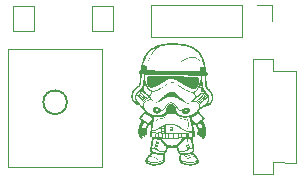
<source format=gbr>
%TF.GenerationSoftware,KiCad,Pcbnew,8.0.0*%
%TF.CreationDate,2024-06-09T10:51:48+02:00*%
%TF.ProjectId,projet s6,70726f6a-6574-4207-9336-2e6b69636164,rev?*%
%TF.SameCoordinates,Original*%
%TF.FileFunction,Legend,Bot*%
%TF.FilePolarity,Positive*%
%FSLAX46Y46*%
G04 Gerber Fmt 4.6, Leading zero omitted, Abs format (unit mm)*
G04 Created by KiCad (PCBNEW 8.0.0) date 2024-06-09 10:51:48*
%MOMM*%
%LPD*%
G01*
G04 APERTURE LIST*
%ADD10C,0.120000*%
%ADD11C,0.100000*%
%ADD12C,0.150000*%
%ADD13C,0.000000*%
G04 APERTURE END LIST*
D10*
%TO.C,J2*%
X195120000Y-65640000D02*
X195120000Y-68300000D01*
X195120000Y-65640000D02*
X202800000Y-65640000D01*
X195120000Y-68300000D02*
X202800000Y-68300000D01*
X202800000Y-65640000D02*
X202800000Y-68300000D01*
X204070000Y-65640000D02*
X205400000Y-65640000D01*
X205400000Y-65640000D02*
X205400000Y-66970000D01*
%TO.C,SW1*%
D11*
X191875000Y-65705000D02*
X190095000Y-65705000D01*
X190095000Y-67805000D01*
X191875000Y-67805000D01*
X191875000Y-65705000D01*
%TO.C,PA1010D1*%
X183000000Y-69350000D02*
X191000000Y-69350000D01*
X191000000Y-79350000D01*
X183000000Y-79350000D01*
X183000000Y-69350000D01*
D12*
X188000000Y-73850000D02*
G75*
G02*
X186000000Y-73850000I-1000000J0D01*
G01*
X186000000Y-73850000D02*
G75*
G02*
X188000000Y-73850000I1000000J0D01*
G01*
%TO.C,SW2*%
D11*
X185220000Y-65710000D02*
X183440000Y-65710000D01*
X183440000Y-67810000D01*
X185220000Y-67810000D01*
X185220000Y-65710000D01*
D13*
%TO.C,G\u002A\u002A\u002A*%
G36*
X194836761Y-73491451D02*
G01*
X194858315Y-73498042D01*
X194876593Y-73508487D01*
X194877670Y-73509353D01*
X194884150Y-73515794D01*
X194891304Y-73524346D01*
X194897916Y-73533373D01*
X194902774Y-73541241D01*
X194904663Y-73546314D01*
X194902477Y-73547523D01*
X194895710Y-73549080D01*
X194885958Y-73550487D01*
X194877167Y-73551798D01*
X194863131Y-73554455D01*
X194846968Y-73557927D01*
X194830703Y-73561801D01*
X194778504Y-73577581D01*
X194725195Y-73599488D01*
X194674621Y-73626361D01*
X194627199Y-73657887D01*
X194583349Y-73693756D01*
X194543489Y-73733657D01*
X194508039Y-73777278D01*
X194477417Y-73824308D01*
X194461921Y-73851156D01*
X194442658Y-73832064D01*
X194440341Y-73829751D01*
X194427004Y-73815242D01*
X194418531Y-73802844D01*
X194414743Y-73791448D01*
X194415460Y-73779945D01*
X194420502Y-73767226D01*
X194429689Y-73752181D01*
X194457476Y-73714570D01*
X194494362Y-73672501D01*
X194535289Y-73632982D01*
X194579171Y-73597048D01*
X194624925Y-73565736D01*
X194643105Y-73554923D01*
X194669546Y-73540461D01*
X194696769Y-73526844D01*
X194723614Y-73514593D01*
X194748920Y-73504230D01*
X194771528Y-73496278D01*
X194790277Y-73491261D01*
X194790626Y-73491190D01*
X194813631Y-73489054D01*
X194836761Y-73491451D01*
G37*
G36*
X194650345Y-73297422D02*
G01*
X194668701Y-73306564D01*
X194686275Y-73320882D01*
X194688976Y-73323570D01*
X194696536Y-73331877D01*
X194701516Y-73338595D01*
X194702952Y-73342470D01*
X194702141Y-73343321D01*
X194696370Y-73346071D01*
X194685760Y-73349771D01*
X194671079Y-73354164D01*
X194653098Y-73358997D01*
X194630037Y-73365017D01*
X194604745Y-73372038D01*
X194583524Y-73378602D01*
X194565302Y-73385136D01*
X194549008Y-73392066D01*
X194533571Y-73399818D01*
X194517919Y-73408818D01*
X194500981Y-73419492D01*
X194496212Y-73422624D01*
X194451527Y-73455671D01*
X194411760Y-73492264D01*
X194376801Y-73532543D01*
X194346540Y-73576649D01*
X194320867Y-73624721D01*
X194299674Y-73676901D01*
X194298534Y-73677603D01*
X194294063Y-73675600D01*
X194287233Y-73670323D01*
X194278996Y-73662680D01*
X194270303Y-73653578D01*
X194262106Y-73643925D01*
X194255356Y-73634629D01*
X194250011Y-73625030D01*
X194246778Y-73613852D01*
X194247360Y-73602172D01*
X194251864Y-73588665D01*
X194260396Y-73572007D01*
X194284096Y-73533795D01*
X194316981Y-73489535D01*
X194353783Y-73448124D01*
X194393869Y-73410104D01*
X194436610Y-73376015D01*
X194481376Y-73346397D01*
X194527537Y-73321790D01*
X194574462Y-73302735D01*
X194583336Y-73299878D01*
X194608388Y-73294197D01*
X194630482Y-73293339D01*
X194650345Y-73297422D01*
G37*
G36*
X194556011Y-73206692D02*
G01*
X194568571Y-73211251D01*
X194568893Y-73211411D01*
X194575868Y-73215975D01*
X194584439Y-73223001D01*
X194593329Y-73231244D01*
X194601260Y-73239459D01*
X194606955Y-73246399D01*
X194609137Y-73250819D01*
X194607435Y-73251810D01*
X194600768Y-73254349D01*
X194589942Y-73258015D01*
X194575912Y-73262490D01*
X194559629Y-73267453D01*
X194534711Y-73275077D01*
X194509296Y-73283455D01*
X194487743Y-73291406D01*
X194468909Y-73299389D01*
X194451648Y-73307859D01*
X194434815Y-73317276D01*
X194409643Y-73333323D01*
X194368430Y-73365127D01*
X194330153Y-73401891D01*
X194295137Y-73443214D01*
X194263705Y-73488698D01*
X194236183Y-73537942D01*
X194212895Y-73590547D01*
X194209441Y-73599427D01*
X194185294Y-73573531D01*
X194176554Y-73564010D01*
X194168945Y-73555097D01*
X194164555Y-73548756D01*
X194162755Y-73544045D01*
X194162914Y-73540017D01*
X194163601Y-73537516D01*
X194167605Y-73526891D01*
X194174012Y-73512662D01*
X194182208Y-73496010D01*
X194191581Y-73478117D01*
X194201515Y-73460166D01*
X194211399Y-73443338D01*
X194220619Y-73428814D01*
X194237439Y-73405061D01*
X194273583Y-73361587D01*
X194313728Y-73322222D01*
X194357414Y-73287314D01*
X194404185Y-73257212D01*
X194453581Y-73232261D01*
X194505144Y-73212812D01*
X194507972Y-73211933D01*
X194527106Y-73206998D01*
X194542654Y-73205263D01*
X194556011Y-73206692D01*
G37*
G36*
X199198655Y-73456478D02*
G01*
X199205918Y-73457205D01*
X199213476Y-73459045D01*
X199222611Y-73462420D01*
X199234600Y-73467751D01*
X199250723Y-73475459D01*
X199265841Y-73483049D01*
X199316423Y-73512423D01*
X199363092Y-73545900D01*
X199405561Y-73583181D01*
X199443540Y-73623965D01*
X199476742Y-73667951D01*
X199504878Y-73714838D01*
X199527659Y-73764325D01*
X199529402Y-73768783D01*
X199535335Y-73785533D01*
X199538234Y-73798590D01*
X199537865Y-73809378D01*
X199533992Y-73819322D01*
X199526381Y-73829844D01*
X199514798Y-73842370D01*
X199512323Y-73844862D01*
X199504505Y-73852097D01*
X199498556Y-73856642D01*
X199495606Y-73857603D01*
X199493925Y-73854741D01*
X199490215Y-73847296D01*
X199485156Y-73836560D01*
X199479332Y-73823752D01*
X199474303Y-73812627D01*
X199453101Y-73768585D01*
X199431801Y-73729539D01*
X199409746Y-73694820D01*
X199386281Y-73663754D01*
X199360748Y-73635671D01*
X199332494Y-73609899D01*
X199300860Y-73585768D01*
X199265192Y-73562604D01*
X199224832Y-73539738D01*
X199179126Y-73516497D01*
X199177295Y-73515605D01*
X199160912Y-73507592D01*
X199146554Y-73500505D01*
X199135088Y-73494777D01*
X199127377Y-73490840D01*
X199124286Y-73489124D01*
X199124019Y-73488381D01*
X199126647Y-73484762D01*
X199133508Y-73479380D01*
X199143686Y-73472896D01*
X199156267Y-73465974D01*
X199167262Y-73460903D01*
X199179387Y-73457460D01*
X199192836Y-73456408D01*
X199198655Y-73456478D01*
G37*
G36*
X194731689Y-73385362D02*
G01*
X194743963Y-73388121D01*
X194756900Y-73393472D01*
X194758265Y-73394151D01*
X194768112Y-73399870D01*
X194778911Y-73407226D01*
X194789440Y-73415243D01*
X194798474Y-73422948D01*
X194804792Y-73429366D01*
X194807170Y-73433523D01*
X194804852Y-73435428D01*
X194797195Y-73438652D01*
X194784803Y-73442842D01*
X194768314Y-73447798D01*
X194748363Y-73453320D01*
X194725588Y-73459207D01*
X194685795Y-73470571D01*
X194649639Y-73484083D01*
X194615483Y-73500537D01*
X194581676Y-73520726D01*
X194546565Y-73545448D01*
X194535494Y-73553979D01*
X194498104Y-73586417D01*
X194464804Y-73621205D01*
X194436094Y-73657724D01*
X194412475Y-73695355D01*
X194394447Y-73733480D01*
X194393802Y-73735112D01*
X194389644Y-73745463D01*
X194386383Y-73753320D01*
X194384677Y-73757092D01*
X194382601Y-73758977D01*
X194378862Y-73758433D01*
X194372626Y-73754698D01*
X194362886Y-73747320D01*
X194348762Y-73735080D01*
X194338167Y-73722782D01*
X194332248Y-73710928D01*
X194330447Y-73698681D01*
X194330557Y-73695382D01*
X194331704Y-73688156D01*
X194334585Y-73680285D01*
X194339804Y-73670330D01*
X194347963Y-73656855D01*
X194351536Y-73651208D01*
X194386888Y-73601439D01*
X194426594Y-73555578D01*
X194470270Y-73513929D01*
X194517529Y-73476798D01*
X194567989Y-73444491D01*
X194621264Y-73417312D01*
X194676971Y-73395567D01*
X194684863Y-73393002D01*
X194703538Y-73387766D01*
X194718680Y-73385231D01*
X194731689Y-73385362D01*
G37*
G36*
X199006144Y-73623736D02*
G01*
X199025968Y-73627911D01*
X199053441Y-73637594D01*
X199092395Y-73655490D01*
X199131758Y-73678080D01*
X199170637Y-73704735D01*
X199208140Y-73734832D01*
X199243374Y-73767743D01*
X199275446Y-73802841D01*
X199298244Y-73831408D01*
X199319623Y-73861672D01*
X199336545Y-73889918D01*
X199348840Y-73915828D01*
X199356341Y-73939085D01*
X199358879Y-73959375D01*
X199358770Y-73963404D01*
X199357701Y-73969415D01*
X199354799Y-73975275D01*
X199349228Y-73982457D01*
X199340152Y-73992440D01*
X199336021Y-73996772D01*
X199328037Y-74004639D01*
X199322001Y-74009900D01*
X199318976Y-74011593D01*
X199318689Y-74011373D01*
X199315982Y-74007352D01*
X199311330Y-73999117D01*
X199305304Y-73987709D01*
X199298472Y-73974166D01*
X199286022Y-73950060D01*
X199262635Y-73910474D01*
X199236793Y-73874008D01*
X199207351Y-73839108D01*
X199173161Y-73804219D01*
X199157179Y-73789412D01*
X199131003Y-73767512D01*
X199103914Y-73747989D01*
X199074884Y-73730232D01*
X199042884Y-73713632D01*
X199006886Y-73697581D01*
X198965860Y-73681469D01*
X198954702Y-73677273D01*
X198939954Y-73671591D01*
X198927865Y-73666773D01*
X198919456Y-73663227D01*
X198915748Y-73661364D01*
X198915328Y-73660745D01*
X198916494Y-73656525D01*
X198921269Y-73650270D01*
X198928533Y-73643116D01*
X198937169Y-73636197D01*
X198946057Y-73630645D01*
X198949466Y-73629045D01*
X198965978Y-73624369D01*
X198985509Y-73622577D01*
X199006144Y-73623736D01*
G37*
G36*
X199113381Y-73535819D02*
G01*
X199133182Y-73540766D01*
X199155294Y-73549499D01*
X199180363Y-73562211D01*
X199209036Y-73579096D01*
X199236306Y-73597090D01*
X199279178Y-73629946D01*
X199319286Y-73666380D01*
X199355796Y-73705547D01*
X199387879Y-73746598D01*
X199414702Y-73788686D01*
X199417548Y-73793853D01*
X199424821Y-73807998D01*
X199432359Y-73823746D01*
X199439658Y-73839924D01*
X199446214Y-73855361D01*
X199451521Y-73868882D01*
X199455075Y-73879317D01*
X199456372Y-73885493D01*
X199455552Y-73887290D01*
X199450910Y-73892643D01*
X199443086Y-73900021D01*
X199433129Y-73908390D01*
X199426816Y-73913373D01*
X199417684Y-73920358D01*
X199411036Y-73925153D01*
X199407994Y-73926932D01*
X199406203Y-73924520D01*
X199402135Y-73917476D01*
X199396273Y-73906651D01*
X199389083Y-73892901D01*
X199381025Y-73877083D01*
X199367414Y-73850913D01*
X199343581Y-73809531D01*
X199318862Y-73772641D01*
X199292607Y-73739650D01*
X199264165Y-73709966D01*
X199232887Y-73682997D01*
X199198122Y-73658149D01*
X199159219Y-73634830D01*
X199115528Y-73612449D01*
X199066400Y-73590411D01*
X199065556Y-73590053D01*
X199051986Y-73584174D01*
X199040459Y-73578966D01*
X199032171Y-73574981D01*
X199028317Y-73572773D01*
X199027743Y-73571866D01*
X199029075Y-73567447D01*
X199034312Y-73561353D01*
X199042331Y-73554478D01*
X199052009Y-73547716D01*
X199062223Y-73541961D01*
X199071850Y-73538107D01*
X199078122Y-73536509D01*
X199095243Y-73534464D01*
X199113381Y-73535819D01*
G37*
G36*
X194287923Y-72970269D02*
G01*
X194298543Y-72975924D01*
X194300490Y-72977199D01*
X194309668Y-72983936D01*
X194317139Y-72990516D01*
X194321783Y-72995866D01*
X194322478Y-72998908D01*
X194321721Y-72999375D01*
X194316543Y-73002138D01*
X194307346Y-73006875D01*
X194295119Y-73013078D01*
X194280853Y-73020241D01*
X194280383Y-73020476D01*
X194244014Y-73039411D01*
X194210808Y-73058200D01*
X194181656Y-73076313D01*
X194157453Y-73093222D01*
X194151943Y-73097553D01*
X194137397Y-73110131D01*
X194120872Y-73125621D01*
X194103635Y-73142747D01*
X194086950Y-73160232D01*
X194072085Y-73176800D01*
X194060304Y-73191175D01*
X194055319Y-73197812D01*
X194035426Y-73226498D01*
X194016862Y-73256671D01*
X194000408Y-73286917D01*
X193986843Y-73315826D01*
X193976949Y-73341985D01*
X193974574Y-73349224D01*
X193971853Y-73357068D01*
X193970276Y-73361026D01*
X193969476Y-73361624D01*
X193964122Y-73362831D01*
X193955775Y-73363311D01*
X193952690Y-73363277D01*
X193946333Y-73362516D01*
X193942176Y-73359936D01*
X193939595Y-73354471D01*
X193937966Y-73345053D01*
X193936665Y-73330616D01*
X193936108Y-73317066D01*
X193937193Y-73305124D01*
X193940343Y-73294056D01*
X193955862Y-73256430D01*
X193982304Y-73205415D01*
X194013577Y-73157687D01*
X194049360Y-73113590D01*
X194089336Y-73073467D01*
X194133185Y-73037662D01*
X194180588Y-73006520D01*
X194231227Y-72980384D01*
X194234900Y-72978746D01*
X194252261Y-72971794D01*
X194266044Y-72968120D01*
X194277511Y-72967639D01*
X194287923Y-72970269D01*
G37*
G36*
X194378958Y-73042996D02*
G01*
X194384114Y-73046290D01*
X194392618Y-73053158D01*
X194401456Y-73061474D01*
X194409351Y-73069930D01*
X194415022Y-73077222D01*
X194417191Y-73082042D01*
X194416460Y-73082853D01*
X194411273Y-73085482D01*
X194402199Y-73089038D01*
X194390533Y-73092989D01*
X194369994Y-73100207D01*
X194333053Y-73116310D01*
X194295738Y-73136202D01*
X194259748Y-73158945D01*
X194226781Y-73183598D01*
X194210064Y-73198032D01*
X194179843Y-73227648D01*
X194150493Y-73260679D01*
X194123420Y-73295497D01*
X194100026Y-73330476D01*
X194098585Y-73332859D01*
X194089744Y-73348307D01*
X194080344Y-73365893D01*
X194071115Y-73384142D01*
X194062788Y-73401574D01*
X194056094Y-73416713D01*
X194051763Y-73428080D01*
X194048061Y-73439532D01*
X194038909Y-73434173D01*
X194033351Y-73430212D01*
X194024676Y-73422721D01*
X194015914Y-73414056D01*
X194013319Y-73411277D01*
X194007025Y-73404019D01*
X194003903Y-73398469D01*
X194003122Y-73392576D01*
X194003849Y-73384288D01*
X194005720Y-73373716D01*
X194012716Y-73351400D01*
X194024110Y-73325892D01*
X194039683Y-73297609D01*
X194059218Y-73266967D01*
X194082494Y-73234384D01*
X194083770Y-73232699D01*
X194097173Y-73216295D01*
X194113841Y-73197624D01*
X194132600Y-73177864D01*
X194152279Y-73158188D01*
X194171706Y-73139773D01*
X194189707Y-73123795D01*
X194205111Y-73111428D01*
X194230577Y-73093760D01*
X194268911Y-73071381D01*
X194307455Y-73053687D01*
X194345127Y-73041221D01*
X194365527Y-73035871D01*
X194378958Y-73042996D01*
G37*
G36*
X194460353Y-73118140D02*
G01*
X194465736Y-73119605D01*
X194475701Y-73124222D01*
X194486392Y-73130883D01*
X194496810Y-73138739D01*
X194505953Y-73146941D01*
X194512822Y-73154641D01*
X194516417Y-73160988D01*
X194515736Y-73165136D01*
X194514183Y-73165966D01*
X194507600Y-73168712D01*
X194496926Y-73172818D01*
X194483201Y-73177887D01*
X194467467Y-73183523D01*
X194462919Y-73185133D01*
X194438751Y-73193892D01*
X194418911Y-73201555D01*
X194402113Y-73208696D01*
X194387068Y-73215890D01*
X194372489Y-73223709D01*
X194357087Y-73232728D01*
X194342271Y-73242057D01*
X194299101Y-73273870D01*
X194259175Y-73310368D01*
X194223026Y-73350912D01*
X194191187Y-73394860D01*
X194164192Y-73441573D01*
X194142573Y-73490410D01*
X194140547Y-73495685D01*
X194136388Y-73505913D01*
X194133176Y-73512996D01*
X194131477Y-73515644D01*
X194130751Y-73515442D01*
X194126041Y-73512389D01*
X194118706Y-73506553D01*
X194110044Y-73499082D01*
X194101358Y-73491120D01*
X194093946Y-73483815D01*
X194089111Y-73478311D01*
X194087005Y-73475243D01*
X194083246Y-73467056D01*
X194082373Y-73458109D01*
X194084548Y-73447352D01*
X194089935Y-73433734D01*
X194098693Y-73416203D01*
X194113168Y-73390273D01*
X194146766Y-73338825D01*
X194184641Y-73291341D01*
X194226498Y-73248111D01*
X194272043Y-73209423D01*
X194320982Y-73175566D01*
X194373021Y-73146829D01*
X194379833Y-73143535D01*
X194403443Y-73132689D01*
X194422700Y-73124924D01*
X194438205Y-73120042D01*
X194450556Y-73117846D01*
X194460353Y-73118140D01*
G37*
G36*
X199305093Y-73382817D02*
G01*
X199323885Y-73387762D01*
X199345538Y-73396760D01*
X199369338Y-73409322D01*
X199394572Y-73424958D01*
X199420528Y-73443179D01*
X199446493Y-73463494D01*
X199471752Y-73485415D01*
X199495594Y-73508451D01*
X199517305Y-73532113D01*
X199522708Y-73538494D01*
X199547082Y-73569288D01*
X199569326Y-73600685D01*
X199588760Y-73631613D01*
X199604701Y-73661001D01*
X199616468Y-73687780D01*
X199621002Y-73702411D01*
X199624450Y-73719195D01*
X199626295Y-73735538D01*
X199626346Y-73749689D01*
X199624408Y-73759900D01*
X199620492Y-73765556D01*
X199612964Y-73772945D01*
X199603540Y-73780311D01*
X199602950Y-73780719D01*
X199594035Y-73786734D01*
X199587224Y-73791042D01*
X199583952Y-73792736D01*
X199583051Y-73791687D01*
X199580374Y-73786063D01*
X199576618Y-73776659D01*
X199572297Y-73764709D01*
X199568860Y-73755158D01*
X199553621Y-73718669D01*
X199534945Y-73681079D01*
X199513840Y-73644181D01*
X199491310Y-73609766D01*
X199468362Y-73579624D01*
X199453748Y-73562597D01*
X199429349Y-73536901D01*
X199404683Y-73514820D01*
X199378311Y-73495226D01*
X199348792Y-73476987D01*
X199314688Y-73458973D01*
X199294178Y-73448593D01*
X199276759Y-73439193D01*
X199263071Y-73430984D01*
X199252132Y-73423373D01*
X199242962Y-73415772D01*
X199234245Y-73407804D01*
X199228942Y-73402433D01*
X199227074Y-73399178D01*
X199228082Y-73397031D01*
X199231404Y-73394984D01*
X199236445Y-73392632D01*
X199250500Y-73388084D01*
X199267165Y-73384513D01*
X199284078Y-73382369D01*
X199298877Y-73382105D01*
X199305093Y-73382817D01*
G37*
G36*
X199466234Y-73236667D02*
G01*
X199485787Y-73240749D01*
X199507678Y-73247953D01*
X199530908Y-73257914D01*
X199554476Y-73270265D01*
X199577384Y-73284643D01*
X199577978Y-73285053D01*
X199591793Y-73295548D01*
X199608338Y-73309547D01*
X199626465Y-73325955D01*
X199645027Y-73343676D01*
X199662874Y-73361617D01*
X199678861Y-73378682D01*
X199691837Y-73393778D01*
X199693875Y-73396317D01*
X199720309Y-73431857D01*
X199743511Y-73468023D01*
X199763096Y-73504042D01*
X199778678Y-73539139D01*
X199789872Y-73572541D01*
X199796293Y-73603474D01*
X199796616Y-73606243D01*
X199796616Y-73616653D01*
X199793919Y-73626166D01*
X199787870Y-73636391D01*
X199777817Y-73648935D01*
X199773014Y-73654251D01*
X199767367Y-73659751D01*
X199764162Y-73661884D01*
X199762807Y-73660385D01*
X199759565Y-73654237D01*
X199755204Y-73644439D01*
X199750280Y-73632179D01*
X199747700Y-73625514D01*
X199723041Y-73568020D01*
X199696149Y-73516001D01*
X199666882Y-73469230D01*
X199635100Y-73427479D01*
X199600662Y-73390521D01*
X199594731Y-73384845D01*
X199581714Y-73372947D01*
X199568771Y-73362086D01*
X199554822Y-73351461D01*
X199538788Y-73340272D01*
X199519590Y-73327717D01*
X199496149Y-73312997D01*
X199492963Y-73311015D01*
X199477697Y-73301330D01*
X199463064Y-73291774D01*
X199450591Y-73283358D01*
X199441803Y-73277089D01*
X199441713Y-73277021D01*
X199432975Y-73270117D01*
X199428289Y-73265205D01*
X199426682Y-73260855D01*
X199427180Y-73255639D01*
X199430096Y-73246398D01*
X199435975Y-73239987D01*
X199446031Y-73236613D01*
X199450018Y-73236072D01*
X199466234Y-73236667D01*
G37*
G36*
X199596332Y-73181381D02*
G01*
X199605069Y-73183415D01*
X199614691Y-73187563D01*
X199626150Y-73194268D01*
X199640398Y-73203974D01*
X199658385Y-73217125D01*
X199680026Y-73233951D01*
X199723866Y-73273089D01*
X199762765Y-73315233D01*
X199796516Y-73360121D01*
X199824911Y-73407488D01*
X199847743Y-73457072D01*
X199848588Y-73459245D01*
X199854073Y-73474838D01*
X199859352Y-73492131D01*
X199864131Y-73509881D01*
X199868113Y-73526844D01*
X199871003Y-73541775D01*
X199872506Y-73553431D01*
X199872326Y-73560568D01*
X199869697Y-73565971D01*
X199863891Y-73574216D01*
X199856327Y-73583083D01*
X199848177Y-73591182D01*
X199842766Y-73594935D01*
X199840032Y-73594245D01*
X199839632Y-73593388D01*
X199837287Y-73587478D01*
X199833509Y-73577367D01*
X199828724Y-73564209D01*
X199823360Y-73549157D01*
X199814574Y-73524683D01*
X199803464Y-73495342D01*
X199793001Y-73470058D01*
X199782649Y-73447770D01*
X199771874Y-73427418D01*
X199760141Y-73407941D01*
X199746915Y-73388279D01*
X199731662Y-73367371D01*
X199722035Y-73354886D01*
X199709909Y-73340259D01*
X199697229Y-73326403D01*
X199683245Y-73312620D01*
X199667209Y-73298213D01*
X199648371Y-73282486D01*
X199625982Y-73264742D01*
X199599292Y-73244285D01*
X199585952Y-73234117D01*
X199570662Y-73222307D01*
X199557630Y-73212065D01*
X199547512Y-73203914D01*
X199540961Y-73198374D01*
X199538632Y-73195967D01*
X199538639Y-73195848D01*
X199541627Y-73192882D01*
X199548992Y-73189432D01*
X199559176Y-73186022D01*
X199570625Y-73183176D01*
X199581784Y-73181419D01*
X199587529Y-73181017D01*
X199596332Y-73181381D01*
G37*
G36*
X196929563Y-72139328D02*
G01*
X196950803Y-72140865D01*
X196969124Y-72143270D01*
X197001286Y-72150501D01*
X197040281Y-72163389D01*
X197077445Y-72180071D01*
X197110866Y-72199783D01*
X197112026Y-72200579D01*
X197120898Y-72207119D01*
X197130416Y-72214751D01*
X197139678Y-72222661D01*
X197147784Y-72230031D01*
X197153831Y-72236048D01*
X197156918Y-72239894D01*
X197156144Y-72240755D01*
X197150025Y-72238974D01*
X197137464Y-72235459D01*
X197121361Y-72231051D01*
X197102895Y-72226064D01*
X197083242Y-72220811D01*
X197063580Y-72215604D01*
X197045085Y-72210756D01*
X197028936Y-72206580D01*
X197016309Y-72203388D01*
X197008381Y-72201494D01*
X196980939Y-72196336D01*
X196931616Y-72191618D01*
X196882640Y-72192877D01*
X196865429Y-72194644D01*
X196845822Y-72197492D01*
X196826094Y-72201417D01*
X196805154Y-72206699D01*
X196781914Y-72213616D01*
X196755284Y-72222449D01*
X196724174Y-72233475D01*
X196721172Y-72234562D01*
X196702025Y-72241444D01*
X196683893Y-72247882D01*
X196667952Y-72253465D01*
X196655380Y-72257779D01*
X196647352Y-72260412D01*
X196640039Y-72262493D01*
X196632569Y-72264136D01*
X196629072Y-72264231D01*
X196630043Y-72261770D01*
X196634988Y-72256370D01*
X196643074Y-72248857D01*
X196653394Y-72240008D01*
X196665042Y-72230598D01*
X196677112Y-72221403D01*
X196688697Y-72213198D01*
X196692625Y-72210596D01*
X196717293Y-72195898D01*
X196745208Y-72181572D01*
X196774763Y-72168300D01*
X196804355Y-72156762D01*
X196832377Y-72147642D01*
X196857226Y-72141620D01*
X196867379Y-72140204D01*
X196885946Y-72138969D01*
X196907309Y-72138686D01*
X196929563Y-72139328D01*
G37*
G36*
X199374805Y-73310082D02*
G01*
X199389566Y-73310310D01*
X199400419Y-73311068D01*
X199409247Y-73312678D01*
X199417935Y-73315466D01*
X199428366Y-73319753D01*
X199439652Y-73325250D01*
X199454127Y-73333223D01*
X199469859Y-73342573D01*
X199484981Y-73352230D01*
X199518488Y-73376373D01*
X199557317Y-73409197D01*
X199593420Y-73445086D01*
X199626136Y-73483256D01*
X199654804Y-73522926D01*
X199678760Y-73563311D01*
X199697345Y-73603628D01*
X199698558Y-73606741D01*
X199706764Y-73629165D01*
X199712058Y-73647329D01*
X199714406Y-73662225D01*
X199713773Y-73674842D01*
X199710122Y-73686173D01*
X199703421Y-73697209D01*
X199693633Y-73708941D01*
X199692334Y-73710353D01*
X199684742Y-73718220D01*
X199678792Y-73723765D01*
X199675678Y-73725864D01*
X199673893Y-73723334D01*
X199670678Y-73716098D01*
X199666534Y-73705291D01*
X199661923Y-73692055D01*
X199647565Y-73653833D01*
X199622947Y-73602286D01*
X199593312Y-73553045D01*
X199559246Y-73507058D01*
X199521339Y-73465275D01*
X199519565Y-73463519D01*
X199502144Y-73446942D01*
X199485702Y-73432842D01*
X199468906Y-73420288D01*
X199450422Y-73408347D01*
X199428916Y-73396086D01*
X199403056Y-73382574D01*
X199386983Y-73374353D01*
X199370817Y-73365950D01*
X199356771Y-73358510D01*
X199345952Y-73352621D01*
X199339472Y-73348873D01*
X199335515Y-73346315D01*
X199330359Y-73341906D01*
X199328707Y-73336984D01*
X199329330Y-73329160D01*
X199329700Y-73326801D01*
X199331832Y-73318505D01*
X199334422Y-73313434D01*
X199335757Y-73312677D01*
X199342941Y-73311242D01*
X199355242Y-73310354D01*
X199371984Y-73310073D01*
X199374805Y-73310082D01*
G37*
G36*
X197378090Y-75131589D02*
G01*
X197389067Y-75133318D01*
X197403345Y-75136283D01*
X197419912Y-75140265D01*
X197437759Y-75145044D01*
X197455874Y-75150402D01*
X197493893Y-75162055D01*
X197558252Y-75180863D01*
X197617687Y-75196963D01*
X197672504Y-75210427D01*
X197723009Y-75221329D01*
X197769509Y-75229743D01*
X197812309Y-75235742D01*
X197845316Y-75239791D01*
X197886558Y-75245511D01*
X197922506Y-75251423D01*
X197953625Y-75257664D01*
X197980380Y-75264369D01*
X198003236Y-75271674D01*
X198022660Y-75279716D01*
X198039117Y-75288631D01*
X198053072Y-75298555D01*
X198064991Y-75309624D01*
X198079926Y-75328231D01*
X198094926Y-75354507D01*
X198106230Y-75383811D01*
X198113357Y-75414843D01*
X198115822Y-75446304D01*
X198115802Y-75470076D01*
X198109564Y-75460936D01*
X198107617Y-75457870D01*
X198102456Y-75448929D01*
X198096066Y-75437189D01*
X198089399Y-75424376D01*
X198083971Y-75413913D01*
X198071143Y-75391018D01*
X198059114Y-75372120D01*
X198048277Y-75357806D01*
X198039023Y-75348667D01*
X198035051Y-75345747D01*
X198023748Y-75338572D01*
X198010864Y-75332111D01*
X197995758Y-75326179D01*
X197977791Y-75320589D01*
X197956322Y-75315155D01*
X197930709Y-75309690D01*
X197900313Y-75304009D01*
X197864493Y-75297926D01*
X197831869Y-75292400D01*
X197758550Y-75278490D01*
X197690413Y-75263308D01*
X197626878Y-75246698D01*
X197567368Y-75228500D01*
X197511305Y-75208557D01*
X197458110Y-75186711D01*
X197443875Y-75180089D01*
X197427831Y-75171891D01*
X197412222Y-75163255D01*
X197397884Y-75154704D01*
X197385658Y-75146758D01*
X197376380Y-75139943D01*
X197370890Y-75134779D01*
X197370025Y-75131790D01*
X197371425Y-75131314D01*
X197378090Y-75131589D01*
G37*
G36*
X198183001Y-75246598D02*
G01*
X198198312Y-75251580D01*
X198212833Y-75262329D01*
X198216509Y-75265955D01*
X198221178Y-75271262D01*
X198225241Y-75277282D01*
X198229197Y-75285029D01*
X198233543Y-75295521D01*
X198238777Y-75309775D01*
X198245397Y-75328806D01*
X198256878Y-75363494D01*
X198279568Y-75442386D01*
X198296779Y-75519117D01*
X198308506Y-75593624D01*
X198314746Y-75665843D01*
X198315494Y-75735712D01*
X198310746Y-75803166D01*
X198300498Y-75868142D01*
X198284746Y-75930576D01*
X198277199Y-75954171D01*
X198261114Y-75997847D01*
X198242860Y-76040159D01*
X198222870Y-76080320D01*
X198201577Y-76117546D01*
X198179413Y-76151051D01*
X198156812Y-76180048D01*
X198134207Y-76203753D01*
X198131154Y-76206547D01*
X198122653Y-76213964D01*
X198116123Y-76219136D01*
X198112780Y-76221078D01*
X198112248Y-76220979D01*
X198111553Y-76219467D01*
X198112248Y-76215772D01*
X198114540Y-76209435D01*
X198118635Y-76199998D01*
X198124737Y-76187001D01*
X198133052Y-76169985D01*
X198143787Y-76148492D01*
X198157147Y-76122061D01*
X198161318Y-76113809D01*
X198176838Y-76082305D01*
X198189708Y-76054555D01*
X198200367Y-76029402D01*
X198209256Y-76005690D01*
X198216816Y-75982264D01*
X198223487Y-75957968D01*
X198229710Y-75931645D01*
X198231994Y-75921230D01*
X198237139Y-75896385D01*
X198241102Y-75874353D01*
X198244119Y-75853354D01*
X198246424Y-75831606D01*
X198248250Y-75807328D01*
X198249833Y-75778738D01*
X198250792Y-75753905D01*
X198251037Y-75691901D01*
X198248380Y-75629393D01*
X198242950Y-75567418D01*
X198234875Y-75507010D01*
X198224285Y-75449205D01*
X198211306Y-75395038D01*
X198196069Y-75345545D01*
X198190293Y-75328885D01*
X198183034Y-75307507D01*
X198177532Y-75290591D01*
X198173553Y-75277385D01*
X198170864Y-75267137D01*
X198169230Y-75259095D01*
X198168413Y-75253876D01*
X198168287Y-75248469D01*
X198170614Y-75246449D01*
X198176309Y-75246147D01*
X198183001Y-75246598D01*
G37*
G36*
X196338426Y-75112856D02*
G01*
X196338424Y-75114643D01*
X196335586Y-75117794D01*
X196328292Y-75124042D01*
X196318083Y-75131876D01*
X196306231Y-75140365D01*
X196294002Y-75148576D01*
X196282666Y-75155578D01*
X196268677Y-75163285D01*
X196251787Y-75171564D01*
X196232442Y-75180005D01*
X196209785Y-75188962D01*
X196182958Y-75198789D01*
X196151103Y-75209841D01*
X196134320Y-75215492D01*
X196102257Y-75225922D01*
X196071559Y-75235332D01*
X196041301Y-75243951D01*
X196010557Y-75252004D01*
X195978400Y-75259719D01*
X195943906Y-75267323D01*
X195906148Y-75275043D01*
X195864200Y-75283106D01*
X195817137Y-75291739D01*
X195811651Y-75292728D01*
X195783725Y-75297821D01*
X195760865Y-75302142D01*
X195742273Y-75305894D01*
X195727147Y-75309282D01*
X195714687Y-75312511D01*
X195704092Y-75315785D01*
X195694563Y-75319308D01*
X195685297Y-75323286D01*
X195675495Y-75327922D01*
X195672976Y-75329173D01*
X195656783Y-75338552D01*
X195642092Y-75349785D01*
X195628580Y-75363390D01*
X195615929Y-75379884D01*
X195603817Y-75399788D01*
X195591923Y-75423618D01*
X195579929Y-75451893D01*
X195567512Y-75485132D01*
X195554353Y-75523852D01*
X195549055Y-75539777D01*
X195542858Y-75557744D01*
X195537373Y-75572930D01*
X195532882Y-75584576D01*
X195529669Y-75591928D01*
X195528017Y-75594229D01*
X195527228Y-75592690D01*
X195526433Y-75585891D01*
X195526298Y-75574803D01*
X195526751Y-75560537D01*
X195527721Y-75544206D01*
X195529137Y-75526921D01*
X195530926Y-75509794D01*
X195533016Y-75493936D01*
X195535338Y-75480460D01*
X195536724Y-75473898D01*
X195544027Y-75444815D01*
X195553175Y-75414927D01*
X195563421Y-75386531D01*
X195574014Y-75361920D01*
X195576339Y-75357322D01*
X195590913Y-75335060D01*
X195609918Y-75313923D01*
X195631997Y-75295264D01*
X195655789Y-75280440D01*
X195661588Y-75277508D01*
X195676212Y-75270674D01*
X195691173Y-75264618D01*
X195707187Y-75259168D01*
X195724969Y-75254148D01*
X195745235Y-75249385D01*
X195768700Y-75244705D01*
X195796081Y-75239932D01*
X195828093Y-75234894D01*
X195865451Y-75229416D01*
X195906838Y-75223296D01*
X195952132Y-75215968D01*
X195993946Y-75208360D01*
X196033576Y-75200164D01*
X196072317Y-75191074D01*
X196111465Y-75180782D01*
X196152315Y-75168981D01*
X196196161Y-75155365D01*
X196244300Y-75139626D01*
X196255829Y-75135797D01*
X196281328Y-75127463D01*
X196301627Y-75121067D01*
X196317108Y-75116509D01*
X196328148Y-75113688D01*
X196335128Y-75112504D01*
X196338426Y-75112856D01*
G37*
G36*
X198655559Y-70011363D02*
G01*
X198687850Y-70012399D01*
X198718583Y-70014138D01*
X198746254Y-70016521D01*
X198769358Y-70019493D01*
X198797912Y-70024717D01*
X198859006Y-70040387D01*
X198919230Y-70061996D01*
X198978387Y-70089457D01*
X199036280Y-70122683D01*
X199092712Y-70161589D01*
X199100757Y-70167916D01*
X199115856Y-70180729D01*
X199133655Y-70196659D01*
X199153300Y-70214877D01*
X199173936Y-70234553D01*
X199194706Y-70254859D01*
X199214757Y-70274964D01*
X199233232Y-70294041D01*
X199249278Y-70311260D01*
X199262038Y-70325792D01*
X199262370Y-70326188D01*
X199273843Y-70340433D01*
X199285713Y-70356120D01*
X199297580Y-70372613D01*
X199309047Y-70389275D01*
X199319712Y-70405470D01*
X199329178Y-70420563D01*
X199337045Y-70433917D01*
X199342913Y-70444896D01*
X199346383Y-70452864D01*
X199347057Y-70457185D01*
X199344534Y-70457223D01*
X199342537Y-70455638D01*
X199336451Y-70450052D01*
X199327023Y-70441021D01*
X199314796Y-70429074D01*
X199300308Y-70414741D01*
X199284103Y-70398552D01*
X199266719Y-70381035D01*
X199256433Y-70370666D01*
X199224690Y-70339273D01*
X199195787Y-70311781D01*
X199168952Y-70287555D01*
X199143417Y-70265960D01*
X199118409Y-70246360D01*
X199093160Y-70228121D01*
X199066898Y-70210608D01*
X199038853Y-70193185D01*
X199028771Y-70187205D01*
X198985461Y-70163773D01*
X198941940Y-70144101D01*
X198897092Y-70127822D01*
X198849805Y-70114568D01*
X198798964Y-70103972D01*
X198743454Y-70095664D01*
X198710862Y-70092445D01*
X198656122Y-70090334D01*
X198597624Y-70091738D01*
X198536047Y-70096565D01*
X198472070Y-70104723D01*
X198406371Y-70116119D01*
X198339627Y-70130663D01*
X198272517Y-70148260D01*
X198205719Y-70168819D01*
X198179695Y-70177616D01*
X198147332Y-70189086D01*
X198115075Y-70201167D01*
X198082436Y-70214083D01*
X198048926Y-70228058D01*
X198014059Y-70243315D01*
X197977346Y-70260077D01*
X197938298Y-70278570D01*
X197896429Y-70299015D01*
X197851249Y-70321638D01*
X197802271Y-70346662D01*
X197749007Y-70374310D01*
X197690969Y-70404807D01*
X197681160Y-70409981D01*
X197658052Y-70422116D01*
X197636895Y-70433154D01*
X197618260Y-70442801D01*
X197602719Y-70450764D01*
X197590844Y-70456748D01*
X197583207Y-70460461D01*
X197580378Y-70461608D01*
X197581496Y-70459403D01*
X197586452Y-70453965D01*
X197594494Y-70446128D01*
X197604775Y-70436669D01*
X197616449Y-70426363D01*
X197628672Y-70415988D01*
X197640596Y-70406320D01*
X197648759Y-70400098D01*
X197663987Y-70389039D01*
X197682919Y-70375726D01*
X197704706Y-70360730D01*
X197728496Y-70344620D01*
X197753439Y-70327969D01*
X197778685Y-70311345D01*
X197803384Y-70295321D01*
X197826684Y-70280465D01*
X197847736Y-70267350D01*
X197914755Y-70227647D01*
X198001837Y-70180461D01*
X198087530Y-70139121D01*
X198171916Y-70103599D01*
X198255077Y-70073867D01*
X198337096Y-70049894D01*
X198418055Y-70031654D01*
X198498035Y-70019117D01*
X198577119Y-70012254D01*
X198592317Y-70011623D01*
X198623213Y-70011085D01*
X198655559Y-70011363D01*
G37*
G36*
X197003976Y-76012362D02*
G01*
X197004247Y-76029544D01*
X197004367Y-76050827D01*
X197004365Y-76055607D01*
X197004358Y-76076875D01*
X197004240Y-76108351D01*
X197004068Y-76132725D01*
X197003988Y-76143971D01*
X197003564Y-76175762D01*
X197002944Y-76202671D01*
X197002713Y-76208891D01*
X197002102Y-76225314D01*
X197001006Y-76244309D01*
X196999630Y-76260272D01*
X196997943Y-76273822D01*
X196995916Y-76285576D01*
X196995700Y-76286594D01*
X196994121Y-76290580D01*
X196990695Y-76293229D01*
X196984024Y-76295250D01*
X196972710Y-76297351D01*
X196961621Y-76299112D01*
X196944740Y-76301532D01*
X196929483Y-76303466D01*
X196921879Y-76304183D01*
X196903304Y-76305141D01*
X196881276Y-76305489D01*
X196856855Y-76305280D01*
X196831102Y-76304565D01*
X196805076Y-76303397D01*
X196779839Y-76301827D01*
X196756451Y-76299909D01*
X196735974Y-76297694D01*
X196719466Y-76295233D01*
X196707990Y-76292581D01*
X196706602Y-76291745D01*
X196704886Y-76289080D01*
X196703445Y-76284280D01*
X196702257Y-76276907D01*
X196701299Y-76266519D01*
X196700550Y-76252678D01*
X196700321Y-76245451D01*
X196766172Y-76245451D01*
X196809587Y-76244786D01*
X196828083Y-76244480D01*
X196851021Y-76244059D01*
X196873767Y-76243604D01*
X196893370Y-76243174D01*
X196933738Y-76242228D01*
X196933738Y-76225559D01*
X196933738Y-76208891D01*
X196849955Y-76208891D01*
X196766172Y-76208891D01*
X196766172Y-76227171D01*
X196766172Y-76245451D01*
X196700321Y-76245451D01*
X196699987Y-76234943D01*
X196699589Y-76212874D01*
X196699334Y-76186033D01*
X196699199Y-76153978D01*
X196699190Y-76145313D01*
X196758626Y-76145313D01*
X196765976Y-76150857D01*
X196766346Y-76151131D01*
X196774662Y-76156011D01*
X196784221Y-76160110D01*
X196786648Y-76160780D01*
X196797078Y-76162383D01*
X196812261Y-76163613D01*
X196831219Y-76164437D01*
X196852977Y-76164821D01*
X196876559Y-76164732D01*
X196900987Y-76164135D01*
X196933738Y-76162985D01*
X196933738Y-76147855D01*
X196933738Y-76132725D01*
X196877595Y-76132725D01*
X196849401Y-76133057D01*
X196821298Y-76134216D01*
X196797812Y-76136167D01*
X196779422Y-76138868D01*
X196766609Y-76142277D01*
X196758626Y-76145313D01*
X196699190Y-76145313D01*
X196699162Y-76116270D01*
X196699163Y-76112010D01*
X196699194Y-76080067D01*
X196699238Y-76069426D01*
X196758382Y-76069426D01*
X196759718Y-76071125D01*
X196765453Y-76074282D01*
X196774340Y-76078094D01*
X196775813Y-76078659D01*
X196784035Y-76081393D01*
X196792600Y-76083269D01*
X196802945Y-76084467D01*
X196816506Y-76085161D01*
X196834722Y-76085530D01*
X196853588Y-76085648D01*
X196873545Y-76085571D01*
X196892169Y-76085319D01*
X196907080Y-76084913D01*
X196936785Y-76083757D01*
X196936785Y-76069682D01*
X196936785Y-76055607D01*
X196872043Y-76057663D01*
X196853595Y-76058370D01*
X196829367Y-76059684D01*
X196807483Y-76061313D01*
X196788692Y-76063180D01*
X196773746Y-76065205D01*
X196763392Y-76067313D01*
X196758382Y-76069426D01*
X196699238Y-76069426D01*
X196699304Y-76053490D01*
X196699543Y-76031632D01*
X196699962Y-76013844D01*
X196700326Y-76005784D01*
X196756188Y-76005784D01*
X196757169Y-76007174D01*
X196761781Y-76008829D01*
X196764838Y-76009445D01*
X196773644Y-76010345D01*
X196786539Y-76011155D01*
X196802596Y-76011861D01*
X196820891Y-76012450D01*
X196840498Y-76012908D01*
X196860493Y-76013223D01*
X196879950Y-76013380D01*
X196897943Y-76013367D01*
X196913549Y-76013170D01*
X196925841Y-76012777D01*
X196933895Y-76012173D01*
X196936785Y-76011345D01*
X196935980Y-76007120D01*
X196933705Y-76000109D01*
X196930626Y-75992009D01*
X196859824Y-75993360D01*
X196851108Y-75993535D01*
X196828599Y-75994109D01*
X196810967Y-75994811D01*
X196797296Y-75995712D01*
X196786674Y-75996884D01*
X196778187Y-75998399D01*
X196770921Y-76000328D01*
X196767812Y-76001295D01*
X196759512Y-76004033D01*
X196756188Y-76005784D01*
X196700326Y-76005784D01*
X196700611Y-75999477D01*
X196701541Y-75987883D01*
X196702801Y-75978414D01*
X196704443Y-75970421D01*
X196706516Y-75963257D01*
X196709070Y-75956272D01*
X196712156Y-75948819D01*
X196718472Y-75934002D01*
X196853419Y-75935155D01*
X196879085Y-75935408D01*
X196912336Y-75935862D01*
X196939891Y-75936412D01*
X196961671Y-75937054D01*
X196977596Y-75937785D01*
X196987587Y-75938604D01*
X196991565Y-75939507D01*
X196991826Y-75939819D01*
X196994125Y-75944931D01*
X196996965Y-75954024D01*
X196999791Y-75965357D01*
X197000983Y-75971372D01*
X197002059Y-75978787D01*
X197002903Y-75987648D01*
X197003535Y-75998618D01*
X197003943Y-76011345D01*
X197003976Y-76012362D01*
G37*
G36*
X197369533Y-73206045D02*
G01*
X197416567Y-73247255D01*
X197463743Y-73290100D01*
X197479548Y-73304745D01*
X197502390Y-73325991D01*
X197527967Y-73349850D01*
X197555558Y-73375646D01*
X197584443Y-73402703D01*
X197613904Y-73430344D01*
X197643220Y-73457895D01*
X197671671Y-73484678D01*
X197698537Y-73510018D01*
X197723099Y-73533239D01*
X197744636Y-73553664D01*
X197762430Y-73570618D01*
X197790625Y-73597470D01*
X197842091Y-73645881D01*
X197889629Y-73689749D01*
X197933283Y-73729114D01*
X197973096Y-73764014D01*
X198009115Y-73794488D01*
X198041382Y-73820575D01*
X198069943Y-73842312D01*
X198094841Y-73859739D01*
X198107939Y-73868131D01*
X198144797Y-73889211D01*
X198183827Y-73908267D01*
X198223498Y-73924646D01*
X198262280Y-73937694D01*
X198298642Y-73946757D01*
X198308750Y-73948751D01*
X198323873Y-73951740D01*
X198334164Y-73953861D01*
X198340365Y-73955356D01*
X198343223Y-73956465D01*
X198343480Y-73957430D01*
X198341881Y-73958491D01*
X198339170Y-73959890D01*
X198335745Y-73961469D01*
X198326794Y-73964738D01*
X198316320Y-73967894D01*
X198311580Y-73969059D01*
X198293202Y-73971694D01*
X198272452Y-73971788D01*
X198248739Y-73969258D01*
X198221471Y-73964020D01*
X198190058Y-73955993D01*
X198153909Y-73945092D01*
X198139369Y-73940367D01*
X198122827Y-73934746D01*
X198106460Y-73928861D01*
X198089949Y-73922548D01*
X198072973Y-73915643D01*
X198055212Y-73907981D01*
X198036345Y-73899399D01*
X198016052Y-73889732D01*
X197994013Y-73878815D01*
X197969906Y-73866485D01*
X197943411Y-73852577D01*
X197914209Y-73836927D01*
X197881978Y-73819371D01*
X197846398Y-73799744D01*
X197807149Y-73777883D01*
X197763910Y-73753623D01*
X197716361Y-73726799D01*
X197664181Y-73697249D01*
X197607050Y-73664806D01*
X197577044Y-73647762D01*
X197536486Y-73624782D01*
X197500292Y-73604359D01*
X197467916Y-73586199D01*
X197438816Y-73570008D01*
X197412445Y-73555489D01*
X197388260Y-73542348D01*
X197365716Y-73530289D01*
X197344270Y-73519018D01*
X197323375Y-73508240D01*
X197302489Y-73497659D01*
X197281066Y-73486980D01*
X197258563Y-73475908D01*
X197248800Y-73471143D01*
X197215570Y-73455197D01*
X197186482Y-73441750D01*
X197160611Y-73430421D01*
X197137034Y-73420830D01*
X197114827Y-73412598D01*
X197093065Y-73405345D01*
X197070824Y-73398690D01*
X197044797Y-73391665D01*
X196974829Y-73376577D01*
X196905779Y-73367245D01*
X196837849Y-73363675D01*
X196771239Y-73365872D01*
X196706150Y-73373841D01*
X196642782Y-73387587D01*
X196615378Y-73395346D01*
X196575908Y-73408111D01*
X196534965Y-73423228D01*
X196492000Y-73440938D01*
X196446463Y-73461481D01*
X196397807Y-73485097D01*
X196345480Y-73512028D01*
X196288936Y-73542513D01*
X196273284Y-73551092D01*
X196250420Y-73563568D01*
X196224921Y-73577435D01*
X196198297Y-73591872D01*
X196172054Y-73606062D01*
X196147700Y-73619187D01*
X196145594Y-73620319D01*
X196123426Y-73632286D01*
X196101477Y-73644201D01*
X196080779Y-73655502D01*
X196062362Y-73665623D01*
X196047258Y-73674000D01*
X196036497Y-73680069D01*
X196036160Y-73680262D01*
X196015755Y-73691744D01*
X195991094Y-73705287D01*
X195963362Y-73720266D01*
X195933745Y-73736058D01*
X195903428Y-73752037D01*
X195873595Y-73767578D01*
X195845432Y-73782057D01*
X195820125Y-73794849D01*
X195798858Y-73805330D01*
X195768785Y-73819467D01*
X195730129Y-73836494D01*
X195692249Y-73851946D01*
X195655886Y-73865563D01*
X195621781Y-73877084D01*
X195590675Y-73886247D01*
X195563309Y-73892791D01*
X195540422Y-73896455D01*
X195530903Y-73897218D01*
X195516802Y-73897773D01*
X195501847Y-73897874D01*
X195487195Y-73897566D01*
X195474004Y-73896892D01*
X195463431Y-73895899D01*
X195456633Y-73894631D01*
X195454769Y-73893133D01*
X195455107Y-73892859D01*
X195459756Y-73890779D01*
X195469090Y-73887253D01*
X195482225Y-73882598D01*
X195498277Y-73877127D01*
X195516364Y-73871156D01*
X195538777Y-73863733D01*
X195563385Y-73855070D01*
X195584251Y-73846935D01*
X195602593Y-73838775D01*
X195619630Y-73830040D01*
X195636581Y-73820180D01*
X195654664Y-73808643D01*
X195661030Y-73804407D01*
X195672691Y-73796419D01*
X195684607Y-73787915D01*
X195697079Y-73778637D01*
X195710409Y-73768326D01*
X195724900Y-73756724D01*
X195740851Y-73743573D01*
X195758566Y-73728614D01*
X195778344Y-73711589D01*
X195800489Y-73692239D01*
X195825302Y-73670307D01*
X195853084Y-73645533D01*
X195884137Y-73617660D01*
X195918762Y-73586429D01*
X195957262Y-73551581D01*
X195999937Y-73512859D01*
X196029190Y-73486317D01*
X196083496Y-73437210D01*
X196133802Y-73391968D01*
X196180377Y-73350366D01*
X196223494Y-73312178D01*
X196263423Y-73277178D01*
X196300434Y-73245140D01*
X196334798Y-73215840D01*
X196366787Y-73189051D01*
X196367698Y-73188304D01*
X196672573Y-73188304D01*
X196673081Y-73207932D01*
X196673512Y-73217422D01*
X196674474Y-73236087D01*
X196675507Y-73253475D01*
X196676515Y-73267982D01*
X196677397Y-73278005D01*
X196679546Y-73297808D01*
X196686212Y-73287244D01*
X196686694Y-73286470D01*
X196689746Y-73280848D01*
X196692102Y-73274593D01*
X196693828Y-73266925D01*
X196694990Y-73257066D01*
X196695654Y-73244236D01*
X196695886Y-73227655D01*
X196695792Y-73212617D01*
X196968937Y-73212617D01*
X196968997Y-73227655D01*
X196969019Y-73233000D01*
X196969250Y-73248707D01*
X196969672Y-73260480D01*
X196970326Y-73269066D01*
X196971252Y-73275208D01*
X196972491Y-73279652D01*
X196974085Y-73283143D01*
X196974723Y-73284289D01*
X196978908Y-73290907D01*
X196982004Y-73294464D01*
X196982691Y-73294082D01*
X196983980Y-73289108D01*
X196985192Y-73279193D01*
X196986284Y-73265095D01*
X196987209Y-73247572D01*
X196987925Y-73227383D01*
X196988387Y-73205284D01*
X196988552Y-73182035D01*
X196988466Y-73172072D01*
X196987286Y-73143371D01*
X196984849Y-73116176D01*
X196981316Y-73092000D01*
X196976849Y-73072355D01*
X196975604Y-73069361D01*
X196973980Y-73070101D01*
X196972561Y-73076624D01*
X196971358Y-73088749D01*
X196970384Y-73106295D01*
X196969652Y-73129082D01*
X196969173Y-73156928D01*
X196968959Y-73189652D01*
X196968937Y-73212617D01*
X196695792Y-73212617D01*
X196695754Y-73206544D01*
X196695322Y-73180124D01*
X196695171Y-73172511D01*
X196694596Y-73149601D01*
X196693895Y-73131629D01*
X196692999Y-73117695D01*
X196691837Y-73106902D01*
X196690341Y-73098350D01*
X196688442Y-73091141D01*
X196685750Y-73083341D01*
X196682739Y-73077521D01*
X196680615Y-73077482D01*
X196678930Y-73082560D01*
X196677060Y-73093404D01*
X196675431Y-73108387D01*
X196674107Y-73126438D01*
X196673148Y-73146488D01*
X196672616Y-73167466D01*
X196672573Y-73188304D01*
X196367698Y-73188304D01*
X196396671Y-73164548D01*
X196424720Y-73142104D01*
X196451207Y-73121495D01*
X196476400Y-73102495D01*
X196500571Y-73084878D01*
X196523992Y-73068417D01*
X196546932Y-73052889D01*
X196569662Y-73038067D01*
X196605869Y-73016175D01*
X196653017Y-72991519D01*
X196699297Y-72971660D01*
X196744134Y-72956836D01*
X196786955Y-72947288D01*
X196793468Y-72946316D01*
X196819192Y-72943884D01*
X196847887Y-72942952D01*
X196877763Y-72943459D01*
X196907031Y-72945344D01*
X196933902Y-72948548D01*
X196956588Y-72953010D01*
X196989279Y-72962201D01*
X197031254Y-72976915D01*
X197072692Y-72994974D01*
X197114528Y-73016836D01*
X197157700Y-73042961D01*
X197203144Y-73073806D01*
X197236920Y-73098562D01*
X197278946Y-73131064D01*
X197323405Y-73167103D01*
X197341092Y-73182035D01*
X197369533Y-73206045D01*
G37*
G36*
X195054361Y-71593705D02*
G01*
X195077465Y-71593990D01*
X195105051Y-71594432D01*
X195137655Y-71595028D01*
X195175816Y-71595775D01*
X195197577Y-71596224D01*
X195231305Y-71596977D01*
X195264011Y-71597773D01*
X195294971Y-71598590D01*
X195323460Y-71599407D01*
X195348754Y-71600204D01*
X195370128Y-71600959D01*
X195386859Y-71601650D01*
X195398222Y-71602258D01*
X195405591Y-71602687D01*
X195421489Y-71603428D01*
X195442043Y-71604236D01*
X195466379Y-71605083D01*
X195493623Y-71605940D01*
X195522902Y-71606778D01*
X195553341Y-71607570D01*
X195584068Y-71608288D01*
X195592620Y-71608477D01*
X195627119Y-71609265D01*
X195663544Y-71610135D01*
X195700561Y-71611051D01*
X195736831Y-71611979D01*
X195771019Y-71612886D01*
X195801788Y-71613737D01*
X195827801Y-71614499D01*
X195837667Y-71614790D01*
X195862933Y-71615482D01*
X195892840Y-71616242D01*
X195926396Y-71617048D01*
X195962609Y-71617877D01*
X196000486Y-71618707D01*
X196039036Y-71619516D01*
X196077267Y-71620281D01*
X196114187Y-71620980D01*
X196144061Y-71621554D01*
X196177112Y-71622252D01*
X196208549Y-71622979D01*
X196237732Y-71623719D01*
X196264023Y-71624453D01*
X196286780Y-71625164D01*
X196305364Y-71625832D01*
X196319135Y-71626441D01*
X196327453Y-71626972D01*
X196329427Y-71627125D01*
X196339339Y-71627643D01*
X196354550Y-71628215D01*
X196374460Y-71628826D01*
X196398468Y-71629462D01*
X196425976Y-71630110D01*
X196456383Y-71630754D01*
X196489089Y-71631380D01*
X196523494Y-71631974D01*
X196558999Y-71632522D01*
X196566924Y-71632638D01*
X196603071Y-71633218D01*
X196638514Y-71633860D01*
X196672582Y-71634548D01*
X196704599Y-71635265D01*
X196733892Y-71635995D01*
X196759787Y-71636720D01*
X196781611Y-71637426D01*
X196798689Y-71638094D01*
X196810348Y-71638709D01*
X196817370Y-71639129D01*
X196833953Y-71639935D01*
X196855193Y-71640801D01*
X196880176Y-71641697D01*
X196907986Y-71642592D01*
X196937710Y-71643457D01*
X196968433Y-71644260D01*
X196999241Y-71644972D01*
X197012896Y-71645271D01*
X197048958Y-71646101D01*
X197088953Y-71647071D01*
X197131361Y-71648140D01*
X197174665Y-71649269D01*
X197217346Y-71650419D01*
X197257886Y-71651551D01*
X197294767Y-71652625D01*
X197314713Y-71653217D01*
X197351939Y-71654304D01*
X197390989Y-71655426D01*
X197430545Y-71656545D01*
X197469288Y-71657624D01*
X197505898Y-71658626D01*
X197539056Y-71659515D01*
X197567443Y-71660253D01*
X197593259Y-71660954D01*
X197621524Y-71661816D01*
X197648780Y-71662739D01*
X197674012Y-71663683D01*
X197696203Y-71664612D01*
X197714336Y-71665487D01*
X197727393Y-71666269D01*
X197731331Y-71666521D01*
X197744904Y-71667192D01*
X197763516Y-71667927D01*
X197786419Y-71668705D01*
X197812865Y-71669503D01*
X197842107Y-71670300D01*
X197873398Y-71671074D01*
X197905990Y-71671803D01*
X197939136Y-71672465D01*
X197954928Y-71672770D01*
X197987202Y-71673449D01*
X198018191Y-71674174D01*
X198047210Y-71674924D01*
X198073570Y-71675678D01*
X198096585Y-71676417D01*
X198115569Y-71677121D01*
X198129833Y-71677769D01*
X198138692Y-71678340D01*
X198146507Y-71678891D01*
X198160993Y-71679625D01*
X198179869Y-71680382D01*
X198202188Y-71681133D01*
X198227007Y-71681844D01*
X198253380Y-71682486D01*
X198280362Y-71683026D01*
X198294773Y-71683308D01*
X198325247Y-71684045D01*
X198356622Y-71684969D01*
X198387500Y-71686031D01*
X198416482Y-71687180D01*
X198442168Y-71688367D01*
X198463161Y-71689542D01*
X198469917Y-71689939D01*
X198489226Y-71690876D01*
X198513379Y-71691841D01*
X198541509Y-71692810D01*
X198572749Y-71693758D01*
X198606231Y-71694658D01*
X198641089Y-71695485D01*
X198676455Y-71696215D01*
X198711464Y-71696821D01*
X198734891Y-71697200D01*
X198785478Y-71698141D01*
X198830310Y-71699166D01*
X198869626Y-71700285D01*
X198903662Y-71701506D01*
X198932656Y-71702839D01*
X198956845Y-71704293D01*
X198976466Y-71705877D01*
X198991757Y-71707600D01*
X199008822Y-71710528D01*
X199040869Y-71719882D01*
X199069579Y-71733913D01*
X199095055Y-71752736D01*
X199117397Y-71776471D01*
X199136707Y-71805233D01*
X199153086Y-71839141D01*
X199166636Y-71878313D01*
X199177457Y-71922864D01*
X199179519Y-71933931D01*
X199185037Y-71977442D01*
X199187448Y-72025088D01*
X199186856Y-72076064D01*
X199183368Y-72129562D01*
X199177088Y-72184779D01*
X199168121Y-72240910D01*
X199156574Y-72297147D01*
X199142550Y-72352687D01*
X199126155Y-72406725D01*
X199107495Y-72458453D01*
X199101456Y-72473267D01*
X199088125Y-72503351D01*
X199073112Y-72534543D01*
X199057554Y-72564527D01*
X199042585Y-72590983D01*
X199026538Y-72615739D01*
X199000493Y-72648805D01*
X198971986Y-72677517D01*
X198941479Y-72701529D01*
X198909432Y-72720492D01*
X198876306Y-72734059D01*
X198842562Y-72741883D01*
X198837154Y-72742507D01*
X198820612Y-72743411D01*
X198800448Y-72743519D01*
X198778360Y-72742896D01*
X198756050Y-72741604D01*
X198735216Y-72739705D01*
X198717557Y-72737263D01*
X198711317Y-72736130D01*
X198675352Y-72727980D01*
X198634707Y-72716247D01*
X198589355Y-72700918D01*
X198539268Y-72681985D01*
X198484419Y-72659436D01*
X198424781Y-72633260D01*
X198360325Y-72603447D01*
X198291025Y-72569985D01*
X198257391Y-72553320D01*
X198218048Y-72533496D01*
X198179169Y-72513513D01*
X198140356Y-72493142D01*
X198101213Y-72472155D01*
X198061343Y-72450324D01*
X198020351Y-72427422D01*
X197977839Y-72403219D01*
X197933410Y-72377489D01*
X197886669Y-72350003D01*
X197837219Y-72320532D01*
X197784663Y-72288850D01*
X197728606Y-72254727D01*
X197668649Y-72217936D01*
X197604397Y-72178248D01*
X197535453Y-72135437D01*
X197522007Y-72127072D01*
X197480840Y-72101514D01*
X197444237Y-72078891D01*
X197411758Y-72058948D01*
X197382959Y-72041428D01*
X197357398Y-72026073D01*
X197334634Y-72012629D01*
X197314224Y-72000837D01*
X197295725Y-71990443D01*
X197278695Y-71981188D01*
X197262692Y-71972818D01*
X197247273Y-71965075D01*
X197231997Y-71957703D01*
X197216421Y-71950446D01*
X197163489Y-71927622D01*
X197107888Y-71907218D01*
X197053733Y-71891352D01*
X196999985Y-71879763D01*
X196945607Y-71872190D01*
X196889562Y-71868373D01*
X196848481Y-71867909D01*
X196802243Y-71870214D01*
X196757131Y-71875858D01*
X196711261Y-71885089D01*
X196662749Y-71898153D01*
X196637968Y-71905909D01*
X196597476Y-71920106D01*
X196555693Y-71936660D01*
X196512145Y-71955800D01*
X196466357Y-71977758D01*
X196417852Y-72002767D01*
X196366156Y-72031056D01*
X196310792Y-72062857D01*
X196251286Y-72098402D01*
X196233823Y-72108992D01*
X196208018Y-72124593D01*
X196181121Y-72140808D01*
X196154707Y-72156691D01*
X196130348Y-72171295D01*
X196109617Y-72183672D01*
X196106128Y-72185749D01*
X196083436Y-72199256D01*
X196058750Y-72213951D01*
X196033876Y-72228758D01*
X196010622Y-72242599D01*
X195990797Y-72254400D01*
X195945364Y-72281164D01*
X195881075Y-72318106D01*
X195817137Y-72353791D01*
X195754059Y-72387963D01*
X195692352Y-72420363D01*
X195632523Y-72450736D01*
X195575084Y-72478822D01*
X195520543Y-72504366D01*
X195469410Y-72527109D01*
X195422194Y-72546794D01*
X195379405Y-72563165D01*
X195346814Y-72574508D01*
X195303088Y-72588363D01*
X195260274Y-72600429D01*
X195219478Y-72610419D01*
X195181809Y-72618046D01*
X195148372Y-72623023D01*
X195113556Y-72624895D01*
X195075762Y-72622293D01*
X195039072Y-72615096D01*
X195004447Y-72603563D01*
X194972844Y-72587950D01*
X194945225Y-72568515D01*
X194924324Y-72548388D01*
X194902250Y-72521716D01*
X194880560Y-72490098D01*
X194859595Y-72454122D01*
X194839695Y-72414374D01*
X194821201Y-72371442D01*
X194804454Y-72325913D01*
X194797543Y-72304870D01*
X194778144Y-72237577D01*
X194763117Y-72171289D01*
X194752492Y-72106435D01*
X194746301Y-72043443D01*
X194744577Y-71982740D01*
X194747352Y-71924756D01*
X194754657Y-71869919D01*
X194766525Y-71818655D01*
X194773639Y-71796183D01*
X194783115Y-71770503D01*
X194793620Y-71745454D01*
X194804402Y-71722815D01*
X194814712Y-71704365D01*
X194822769Y-71692241D01*
X194846288Y-71663767D01*
X194873317Y-71639576D01*
X194903237Y-71620098D01*
X194935428Y-71605764D01*
X194969270Y-71597004D01*
X194973112Y-71596386D01*
X194979851Y-71595480D01*
X194987319Y-71594754D01*
X194996052Y-71594204D01*
X195006586Y-71593827D01*
X195019459Y-71593621D01*
X195035205Y-71593581D01*
X195054361Y-71593705D01*
G37*
G36*
X196138794Y-74544354D02*
G01*
X196105333Y-74558667D01*
X196071056Y-74567044D01*
X196058632Y-74568346D01*
X196040982Y-74569186D01*
X196019862Y-74569457D01*
X195996600Y-74569125D01*
X195944517Y-74567713D01*
X195934710Y-74601728D01*
X195928623Y-74621282D01*
X195921438Y-74639616D01*
X195913015Y-74655508D01*
X195902314Y-74670883D01*
X195888295Y-74687665D01*
X195855325Y-74721394D01*
X195819450Y-74750683D01*
X195781807Y-74774185D01*
X195742303Y-74791949D01*
X195700848Y-74804024D01*
X195657348Y-74810459D01*
X195625904Y-74811700D01*
X195579311Y-74808598D01*
X195533874Y-74799633D01*
X195489930Y-74784926D01*
X195447816Y-74764598D01*
X195407870Y-74738770D01*
X195370429Y-74707563D01*
X195348950Y-74685629D01*
X195325608Y-74656957D01*
X195306065Y-74627178D01*
X195290978Y-74597314D01*
X195281004Y-74568387D01*
X195279882Y-74563232D01*
X195277764Y-74547029D01*
X195276583Y-74527386D01*
X195276336Y-74506140D01*
X195276396Y-74504285D01*
X195381498Y-74504285D01*
X195382943Y-74531479D01*
X195388110Y-74557528D01*
X195397548Y-74580906D01*
X195411797Y-74602916D01*
X195431393Y-74624860D01*
X195443056Y-74635858D01*
X195471403Y-74658458D01*
X195501713Y-74677568D01*
X195532688Y-74692425D01*
X195563031Y-74702265D01*
X195570104Y-74703760D01*
X195591004Y-74706679D01*
X195614231Y-74708283D01*
X195637166Y-74708439D01*
X195657188Y-74707016D01*
X195685019Y-74701765D01*
X195717060Y-74691198D01*
X195746417Y-74676499D01*
X195772549Y-74658126D01*
X195794914Y-74636541D01*
X195812968Y-74612202D01*
X195826170Y-74585569D01*
X195833978Y-74557102D01*
X195835841Y-74537471D01*
X195833479Y-74511714D01*
X195825372Y-74486746D01*
X195811405Y-74462244D01*
X195791461Y-74437887D01*
X195783582Y-74429593D01*
X195773906Y-74419935D01*
X195767799Y-74415048D01*
X195764980Y-74415053D01*
X195765169Y-74420071D01*
X195768085Y-74430221D01*
X195773448Y-74445625D01*
X195778650Y-74461285D01*
X195785634Y-74490715D01*
X195787083Y-74509065D01*
X195787751Y-74517517D01*
X195784952Y-74542447D01*
X195777191Y-74566262D01*
X195764420Y-74589718D01*
X195757017Y-74600402D01*
X195735392Y-74625104D01*
X195710969Y-74644625D01*
X195684057Y-74658787D01*
X195654962Y-74667413D01*
X195623994Y-74670328D01*
X195614291Y-74670092D01*
X195581008Y-74665535D01*
X195549728Y-74655352D01*
X195520915Y-74639778D01*
X195495033Y-74619051D01*
X195472549Y-74593406D01*
X195460321Y-74573915D01*
X195449746Y-74547641D01*
X195443960Y-74518180D01*
X195443842Y-74516530D01*
X195547616Y-74516530D01*
X195551898Y-74537015D01*
X195561405Y-74555313D01*
X195575796Y-74570681D01*
X195594731Y-74582379D01*
X195598317Y-74583844D01*
X195615747Y-74587241D01*
X195634873Y-74585845D01*
X195654322Y-74579880D01*
X195672723Y-74569573D01*
X195673954Y-74568648D01*
X195683407Y-74558040D01*
X195691051Y-74543396D01*
X195696151Y-74526483D01*
X195697971Y-74509065D01*
X195697847Y-74503866D01*
X195694928Y-74484693D01*
X195687759Y-74469445D01*
X195675841Y-74457338D01*
X195658671Y-74447590D01*
X195641608Y-74442247D01*
X195622086Y-74440638D01*
X195602882Y-74443155D01*
X195585071Y-74449407D01*
X195569727Y-74459005D01*
X195557924Y-74471560D01*
X195550738Y-74486684D01*
X195548901Y-74494599D01*
X195547616Y-74516530D01*
X195443842Y-74516530D01*
X195442917Y-74503580D01*
X195444048Y-74481264D01*
X195448931Y-74459479D01*
X195457903Y-74437257D01*
X195471299Y-74413632D01*
X195489458Y-74387637D01*
X195497246Y-74377032D01*
X195503551Y-74367962D01*
X195507404Y-74361825D01*
X195508172Y-74359569D01*
X195506141Y-74359826D01*
X195498463Y-74361988D01*
X195487869Y-74365775D01*
X195476135Y-74370490D01*
X195465037Y-74375435D01*
X195456352Y-74379913D01*
X195437233Y-74392429D01*
X195420418Y-74407239D01*
X195405756Y-74425072D01*
X195403588Y-74428130D01*
X195394053Y-74442780D01*
X195387663Y-74455803D01*
X195383832Y-74469118D01*
X195381973Y-74484639D01*
X195381498Y-74504285D01*
X195276396Y-74504285D01*
X195277020Y-74485130D01*
X195278633Y-74466191D01*
X195281171Y-74451163D01*
X195291685Y-74419386D01*
X195307676Y-74387974D01*
X195328269Y-74358385D01*
X195352711Y-74331560D01*
X195380252Y-74308439D01*
X195410137Y-74289961D01*
X195423782Y-74283287D01*
X195451885Y-74272048D01*
X195480125Y-74264537D01*
X195510314Y-74260337D01*
X195544259Y-74259030D01*
X195551579Y-74259115D01*
X195584932Y-74261255D01*
X195621232Y-74266015D01*
X195658975Y-74273045D01*
X195696659Y-74282000D01*
X195732780Y-74292530D01*
X195765838Y-74304287D01*
X195794327Y-74316924D01*
X195808154Y-74324413D01*
X195836952Y-74343163D01*
X195864337Y-74365033D01*
X195888767Y-74388726D01*
X195908695Y-74412947D01*
X195914228Y-74421316D01*
X195921310Y-74433200D01*
X195928619Y-74446403D01*
X195935481Y-74459617D01*
X195941219Y-74471535D01*
X195945157Y-74480852D01*
X195946621Y-74486261D01*
X195946621Y-74486267D01*
X195949509Y-74487895D01*
X195957415Y-74489353D01*
X195969268Y-74490599D01*
X195984000Y-74491586D01*
X196000539Y-74492272D01*
X196017816Y-74492610D01*
X196034761Y-74492558D01*
X196050302Y-74492071D01*
X196063371Y-74491104D01*
X196079285Y-74488646D01*
X196100660Y-74482513D01*
X196121096Y-74472923D01*
X196141073Y-74459489D01*
X196161067Y-74441823D01*
X196181558Y-74419539D01*
X196203024Y-74392250D01*
X196225943Y-74359569D01*
X196228750Y-74355314D01*
X196236169Y-74343766D01*
X196245709Y-74328652D01*
X196256693Y-74311054D01*
X196268443Y-74292056D01*
X196280282Y-74272739D01*
X196294722Y-74249175D01*
X196315778Y-74215330D01*
X196334850Y-74185421D01*
X196352512Y-74158579D01*
X196369341Y-74133935D01*
X196385911Y-74110620D01*
X196402799Y-74087766D01*
X196409408Y-74079138D01*
X196429677Y-74054205D01*
X196451855Y-74028818D01*
X196474888Y-74004083D01*
X196497725Y-73981110D01*
X196519310Y-73961007D01*
X196538592Y-73944881D01*
X196555417Y-73932338D01*
X196601007Y-73903032D01*
X196647576Y-73879697D01*
X196694944Y-73862335D01*
X196742932Y-73850950D01*
X196791361Y-73845542D01*
X196840052Y-73846114D01*
X196888824Y-73852667D01*
X196937500Y-73865205D01*
X196985899Y-73883728D01*
X197033843Y-73908239D01*
X197081151Y-73938740D01*
X197087491Y-73943406D01*
X197105852Y-73958047D01*
X197126381Y-73975716D01*
X197147814Y-73995243D01*
X197168886Y-74015457D01*
X197188333Y-74035189D01*
X197204891Y-74053267D01*
X197215490Y-74065517D01*
X197225310Y-74077107D01*
X197234625Y-74088445D01*
X197243783Y-74100020D01*
X197253126Y-74112321D01*
X197263002Y-74125836D01*
X197273756Y-74141055D01*
X197285732Y-74158466D01*
X197299276Y-74178559D01*
X197314734Y-74201821D01*
X197332451Y-74228743D01*
X197352772Y-74259812D01*
X197376043Y-74295518D01*
X197391896Y-74319673D01*
X197415449Y-74354634D01*
X197436735Y-74384853D01*
X197456122Y-74410725D01*
X197473976Y-74432642D01*
X197490666Y-74451001D01*
X197506559Y-74466194D01*
X197522021Y-74478616D01*
X197537420Y-74488661D01*
X197553123Y-74496724D01*
X197569497Y-74503198D01*
X197571616Y-74503922D01*
X197578776Y-74506166D01*
X197585738Y-74507817D01*
X197593550Y-74508960D01*
X197603261Y-74509683D01*
X197615920Y-74510073D01*
X197632574Y-74510215D01*
X197654273Y-74510196D01*
X197666204Y-74510169D01*
X197688254Y-74510030D01*
X197705584Y-74509469D01*
X197719137Y-74508106D01*
X197729855Y-74505556D01*
X197738679Y-74501437D01*
X197746550Y-74495368D01*
X197754411Y-74486966D01*
X197763202Y-74475848D01*
X197773867Y-74461632D01*
X197779478Y-74454236D01*
X197794741Y-74435366D01*
X197809249Y-74419861D01*
X197824306Y-74406654D01*
X197841217Y-74394681D01*
X197861286Y-74382875D01*
X197885819Y-74370171D01*
X197889269Y-74368471D01*
X197929372Y-74350722D01*
X197969962Y-74336656D01*
X198012323Y-74325942D01*
X198057736Y-74318253D01*
X198107481Y-74313258D01*
X198133468Y-74311907D01*
X198170547Y-74312239D01*
X198203716Y-74315725D01*
X198233866Y-74322529D01*
X198261889Y-74332816D01*
X198288677Y-74346752D01*
X198317173Y-74366243D01*
X198346229Y-74392616D01*
X198370459Y-74422486D01*
X198389658Y-74455497D01*
X198403626Y-74491289D01*
X198412157Y-74529505D01*
X198414063Y-74556034D01*
X198415051Y-74569788D01*
X198414780Y-74582335D01*
X198410339Y-74619998D01*
X198400386Y-74655169D01*
X198384832Y-74688109D01*
X198363586Y-74719075D01*
X198358786Y-74724944D01*
X198325857Y-74759836D01*
X198289404Y-74789770D01*
X198249496Y-74814709D01*
X198206205Y-74834613D01*
X198159599Y-74849444D01*
X198109749Y-74859164D01*
X198104208Y-74859813D01*
X198084326Y-74860860D01*
X198061281Y-74860624D01*
X198037148Y-74859212D01*
X198014001Y-74856727D01*
X197993912Y-74853275D01*
X197980853Y-74850142D01*
X197938520Y-74835955D01*
X197897947Y-74816106D01*
X197859579Y-74790836D01*
X197823857Y-74760389D01*
X197821472Y-74758076D01*
X197795105Y-74729513D01*
X197774018Y-74700134D01*
X197757603Y-74668799D01*
X197745255Y-74634363D01*
X197736366Y-74595685D01*
X197736301Y-74595339D01*
X197735641Y-74593497D01*
X197734006Y-74592098D01*
X197730666Y-74591080D01*
X197724889Y-74590383D01*
X197715943Y-74589946D01*
X197703098Y-74589709D01*
X197685623Y-74589611D01*
X197662785Y-74589592D01*
X197654145Y-74589583D01*
X197629042Y-74589382D01*
X197608657Y-74588782D01*
X197591934Y-74587608D01*
X197577818Y-74585685D01*
X197565253Y-74582840D01*
X197553184Y-74578898D01*
X197540556Y-74573684D01*
X197535530Y-74571334D01*
X197848910Y-74571334D01*
X197850556Y-74597528D01*
X197857242Y-74623783D01*
X197868885Y-74649457D01*
X197885399Y-74673906D01*
X197906701Y-74696488D01*
X197929245Y-74714757D01*
X197958632Y-74732540D01*
X197990676Y-74745489D01*
X198026417Y-74754105D01*
X198058388Y-74757621D01*
X198097531Y-74756564D01*
X198136255Y-74749827D01*
X198173836Y-74737602D01*
X198209545Y-74720078D01*
X198242658Y-74697446D01*
X198256255Y-74685218D01*
X198271622Y-74668458D01*
X198285329Y-74650592D01*
X198295602Y-74633755D01*
X198299717Y-74625026D01*
X198306609Y-74604426D01*
X198309992Y-74582028D01*
X198310202Y-74556034D01*
X198309951Y-74550821D01*
X198308871Y-74536561D01*
X198307088Y-74525664D01*
X198304165Y-74516028D01*
X198299663Y-74505549D01*
X198293613Y-74494317D01*
X198279225Y-74474364D01*
X198261883Y-74456504D01*
X198243366Y-74442722D01*
X198240462Y-74441020D01*
X198230221Y-74435417D01*
X198219281Y-74429893D01*
X198208859Y-74425003D01*
X198200171Y-74421301D01*
X198194434Y-74419343D01*
X198192864Y-74419684D01*
X198194706Y-74422794D01*
X198199101Y-74430084D01*
X198205348Y-74440388D01*
X198212767Y-74452585D01*
X198220256Y-74465266D01*
X198233479Y-74490757D01*
X198242482Y-74513840D01*
X198247555Y-74535580D01*
X198248984Y-74557037D01*
X198248570Y-74561809D01*
X198247057Y-74579274D01*
X198246509Y-74582614D01*
X198238520Y-74611175D01*
X198225341Y-74637552D01*
X198207584Y-74661248D01*
X198185860Y-74681765D01*
X198160782Y-74698604D01*
X198132962Y-74711267D01*
X198103012Y-74719257D01*
X198071544Y-74722076D01*
X198058894Y-74721548D01*
X198029606Y-74716232D01*
X198001255Y-74705673D01*
X197974760Y-74690455D01*
X197951040Y-74671165D01*
X197931015Y-74648389D01*
X197915604Y-74622712D01*
X197911436Y-74613683D01*
X197907495Y-74603620D01*
X197905134Y-74594191D01*
X197903837Y-74583153D01*
X197903088Y-74568265D01*
X197903057Y-74567394D01*
X197902944Y-74560710D01*
X197994401Y-74560710D01*
X197997026Y-74579604D01*
X198004351Y-74598014D01*
X198016482Y-74614958D01*
X198022213Y-74620592D01*
X198032200Y-74628572D01*
X198041199Y-74633891D01*
X198055668Y-74638943D01*
X198072920Y-74641027D01*
X198091894Y-74638694D01*
X198093323Y-74638376D01*
X198112089Y-74631417D01*
X198126602Y-74620145D01*
X198137037Y-74604425D01*
X198138082Y-74602117D01*
X198144201Y-74582141D01*
X198145786Y-74561809D01*
X198143099Y-74542228D01*
X198136402Y-74524501D01*
X198125959Y-74509735D01*
X198112030Y-74499036D01*
X198104813Y-74495712D01*
X198096639Y-74493509D01*
X198086197Y-74492420D01*
X198071584Y-74492120D01*
X198069197Y-74492123D01*
X198055560Y-74492457D01*
X198045669Y-74493614D01*
X198037482Y-74495965D01*
X198028958Y-74499882D01*
X198028755Y-74499987D01*
X198013651Y-74510973D01*
X198002819Y-74525411D01*
X197996367Y-74542318D01*
X197994401Y-74560710D01*
X197902944Y-74560710D01*
X197902791Y-74551623D01*
X197903458Y-74539636D01*
X197905294Y-74529264D01*
X197908538Y-74518341D01*
X197914535Y-74503347D01*
X197928228Y-74478590D01*
X197945510Y-74455684D01*
X197955709Y-74444068D01*
X197942091Y-74451007D01*
X197923837Y-74461065D01*
X197905975Y-74472426D01*
X197890907Y-74483612D01*
X197880084Y-74493627D01*
X197875059Y-74499551D01*
X197861077Y-74521703D01*
X197852389Y-74545845D01*
X197848910Y-74571334D01*
X197535530Y-74571334D01*
X197526313Y-74567024D01*
X197499025Y-74552140D01*
X197464836Y-74528227D01*
X197431858Y-74498910D01*
X197399676Y-74463851D01*
X197394703Y-74457842D01*
X197388817Y-74450474D01*
X197382597Y-74442354D01*
X197375743Y-74433047D01*
X197367957Y-74422118D01*
X197358939Y-74409131D01*
X197348391Y-74393650D01*
X197336015Y-74375240D01*
X197321510Y-74353466D01*
X197304578Y-74327891D01*
X197284920Y-74298081D01*
X197262237Y-74263599D01*
X197236200Y-74225030D01*
X197205946Y-74183150D01*
X197176683Y-74146080D01*
X197147952Y-74113271D01*
X197119293Y-74084175D01*
X197090247Y-74058242D01*
X197048297Y-74025890D01*
X197002526Y-73996613D01*
X196956482Y-73973403D01*
X196910138Y-73956247D01*
X196863467Y-73945135D01*
X196816442Y-73940054D01*
X196808119Y-73939763D01*
X196762453Y-73940972D01*
X196718756Y-73947115D01*
X196676822Y-73958321D01*
X196636443Y-73974717D01*
X196597412Y-73996433D01*
X196559522Y-74023598D01*
X196522566Y-74056341D01*
X196486336Y-74094789D01*
X196450625Y-74139073D01*
X196415227Y-74189320D01*
X196408450Y-74199738D01*
X196398397Y-74215558D01*
X196386543Y-74234489D01*
X196373593Y-74255400D01*
X196360250Y-74277159D01*
X196347218Y-74298636D01*
X196335871Y-74317322D01*
X196322438Y-74339166D01*
X196309262Y-74360326D01*
X196297057Y-74379663D01*
X196286537Y-74396039D01*
X196278417Y-74408315D01*
X196265067Y-74427291D01*
X196234576Y-74465573D01*
X196203386Y-74497829D01*
X196171468Y-74524082D01*
X196149888Y-74537471D01*
X196138794Y-74544354D01*
G37*
G36*
X199745147Y-70953945D02*
G01*
X199755483Y-71080880D01*
X199762814Y-71212962D01*
X199764886Y-71260778D01*
X199782004Y-71262574D01*
X199782634Y-71262640D01*
X199809053Y-71266119D01*
X199830369Y-71270747D01*
X199847526Y-71277110D01*
X199861471Y-71285793D01*
X199873148Y-71297382D01*
X199883502Y-71312461D01*
X199893478Y-71331617D01*
X199899502Y-71344940D01*
X199905928Y-71361718D01*
X199910340Y-71377880D01*
X199913067Y-71395094D01*
X199914441Y-71415026D01*
X199914790Y-71439346D01*
X199914744Y-71449141D01*
X199914419Y-71465917D01*
X199913630Y-71479100D01*
X199912194Y-71490381D01*
X199910994Y-71496238D01*
X199909926Y-71501447D01*
X199906642Y-71513989D01*
X199901567Y-71531073D01*
X199893080Y-71554124D01*
X199883528Y-71572532D01*
X199872162Y-71587191D01*
X199858233Y-71598993D01*
X199840991Y-71608831D01*
X199819686Y-71617599D01*
X199810180Y-71621289D01*
X199803282Y-71624460D01*
X199800652Y-71626362D01*
X199800659Y-71626580D01*
X199800944Y-71631090D01*
X199801582Y-71640270D01*
X199802489Y-71652921D01*
X199803579Y-71667845D01*
X199803608Y-71668243D01*
X199805571Y-71696737D01*
X199807496Y-71728493D01*
X199809409Y-71763982D01*
X199811330Y-71803676D01*
X199813284Y-71848047D01*
X199815292Y-71897567D01*
X199817379Y-71952708D01*
X199817704Y-71961529D01*
X199819525Y-72010043D01*
X199821209Y-72053020D01*
X199822779Y-72090934D01*
X199824259Y-72124257D01*
X199825673Y-72153464D01*
X199827045Y-72179028D01*
X199828398Y-72201423D01*
X199829757Y-72221122D01*
X199831146Y-72238599D01*
X199832587Y-72254327D01*
X199833016Y-72258690D01*
X199835066Y-72279551D01*
X199837391Y-72303248D01*
X199839738Y-72327187D01*
X199841853Y-72348774D01*
X199842323Y-72353496D01*
X199848911Y-72407270D01*
X199857250Y-72455435D01*
X199867404Y-72498218D01*
X199879433Y-72535848D01*
X199893400Y-72568551D01*
X199909368Y-72596557D01*
X199920810Y-72611981D01*
X199937287Y-72630954D01*
X199957517Y-72651895D01*
X199980799Y-72674110D01*
X200006432Y-72696905D01*
X200033716Y-72719588D01*
X200052632Y-72734914D01*
X200074240Y-72752912D01*
X200092562Y-72768925D01*
X200108548Y-72783848D01*
X200123149Y-72798578D01*
X200137317Y-72814009D01*
X200152001Y-72831039D01*
X200181417Y-72867399D01*
X200227767Y-72931482D01*
X200268622Y-72997281D01*
X200303897Y-73064591D01*
X200333509Y-73133207D01*
X200357372Y-73202924D01*
X200375403Y-73273536D01*
X200387515Y-73344839D01*
X200393625Y-73416628D01*
X200393963Y-73451264D01*
X200394078Y-73463069D01*
X200389718Y-73528431D01*
X200379727Y-73593928D01*
X200364308Y-73658957D01*
X200343664Y-73722912D01*
X200317997Y-73785187D01*
X200287511Y-73845178D01*
X200252409Y-73902279D01*
X200212892Y-73955886D01*
X200203226Y-73967610D01*
X200160510Y-74013973D01*
X200113871Y-74056566D01*
X200063895Y-74095002D01*
X200011168Y-74128898D01*
X199956274Y-74157868D01*
X199899798Y-74181528D01*
X199842326Y-74199494D01*
X199831913Y-74202153D01*
X199813308Y-74206589D01*
X199796042Y-74210143D01*
X199778875Y-74212981D01*
X199760569Y-74215270D01*
X199739886Y-74217178D01*
X199715587Y-74218872D01*
X199686435Y-74220518D01*
X199619255Y-74224042D01*
X199543145Y-74280247D01*
X199519149Y-74297919D01*
X199472770Y-74331798D01*
X199427625Y-74364419D01*
X199384422Y-74395277D01*
X199343870Y-74423867D01*
X199306678Y-74449684D01*
X199273554Y-74472224D01*
X199264341Y-74478466D01*
X199243818Y-74492835D01*
X199227781Y-74504815D01*
X199216499Y-74514199D01*
X199210244Y-74520778D01*
X199208731Y-74523052D01*
X199203560Y-74531814D01*
X199196769Y-74544214D01*
X199189066Y-74558939D01*
X199181158Y-74574678D01*
X199160341Y-74617012D01*
X199220254Y-74676421D01*
X199228366Y-74684487D01*
X199271400Y-74728106D01*
X199311813Y-74770630D01*
X199350745Y-74813329D01*
X199389334Y-74857474D01*
X199428719Y-74904338D01*
X199470040Y-74955191D01*
X199477071Y-74963990D01*
X199499970Y-74992938D01*
X199522846Y-75022266D01*
X199545319Y-75051462D01*
X199567010Y-75080012D01*
X199587540Y-75107405D01*
X199606528Y-75133126D01*
X199623595Y-75156664D01*
X199638362Y-75177505D01*
X199650449Y-75195136D01*
X199659476Y-75209045D01*
X199665064Y-75218718D01*
X199666497Y-75221696D01*
X199670681Y-75233309D01*
X199671692Y-75236114D01*
X199674506Y-75250576D01*
X199674709Y-75263312D01*
X199672070Y-75272555D01*
X199671435Y-75273422D01*
X199666291Y-75278588D01*
X199656909Y-75286883D01*
X199643785Y-75297906D01*
X199627415Y-75311254D01*
X199608295Y-75326527D01*
X199586923Y-75343323D01*
X199563794Y-75361240D01*
X199539403Y-75379877D01*
X199538294Y-75380721D01*
X199523005Y-75392704D01*
X199512096Y-75402009D01*
X199505807Y-75408419D01*
X199504380Y-75411716D01*
X199504421Y-75411778D01*
X199506905Y-75415551D01*
X199512162Y-75423512D01*
X199519627Y-75434806D01*
X199528737Y-75448581D01*
X199538928Y-75463983D01*
X199584748Y-75537663D01*
X199630339Y-75621770D01*
X199670432Y-75708302D01*
X199704919Y-75797001D01*
X199733691Y-75887612D01*
X199756641Y-75979880D01*
X199759572Y-75993722D01*
X199768265Y-76038211D01*
X199775227Y-76080389D01*
X199780596Y-76121645D01*
X199784509Y-76163369D01*
X199787104Y-76206949D01*
X199787452Y-76218470D01*
X199788518Y-76253777D01*
X199788890Y-76305241D01*
X199788751Y-76334613D01*
X199788314Y-76366940D01*
X199787522Y-76395053D01*
X199786309Y-76419998D01*
X199784609Y-76442818D01*
X199782355Y-76464560D01*
X199779480Y-76486268D01*
X199775919Y-76508987D01*
X199769398Y-76543711D01*
X199759030Y-76588071D01*
X199746588Y-76632112D01*
X199732325Y-76675312D01*
X199716498Y-76717150D01*
X199699363Y-76757106D01*
X199681174Y-76794660D01*
X199662188Y-76829289D01*
X199642660Y-76860474D01*
X199622846Y-76887693D01*
X199603001Y-76910426D01*
X199583381Y-76928152D01*
X199564241Y-76940350D01*
X199562585Y-76941151D01*
X199554372Y-76944503D01*
X199545886Y-76946491D01*
X199535191Y-76947436D01*
X199520352Y-76947661D01*
X199513203Y-76947614D01*
X199500874Y-76947137D01*
X199491822Y-76945851D01*
X199484110Y-76943401D01*
X199475800Y-76939427D01*
X199466710Y-76934053D01*
X199449127Y-76918911D01*
X199436346Y-76900155D01*
X199428546Y-76878095D01*
X199425906Y-76853043D01*
X199426557Y-76835924D01*
X199428871Y-76817155D01*
X199433095Y-76797277D01*
X199439472Y-76775465D01*
X199448245Y-76750894D01*
X199459657Y-76722742D01*
X199473952Y-76690183D01*
X199480085Y-76676401D01*
X199487997Y-76658062D01*
X199495331Y-76640479D01*
X199501703Y-76624612D01*
X199506730Y-76611421D01*
X199510028Y-76601867D01*
X199511212Y-76596911D01*
X199511206Y-76596890D01*
X199509146Y-76598814D01*
X199503790Y-76604671D01*
X199495743Y-76613774D01*
X199485611Y-76625440D01*
X199473999Y-76638985D01*
X199449523Y-76667230D01*
X199424605Y-76694795D01*
X199402790Y-76717519D01*
X199384142Y-76735342D01*
X199368722Y-76748201D01*
X199356593Y-76756034D01*
X199353529Y-76757567D01*
X199345990Y-76760946D01*
X199338909Y-76763093D01*
X199330648Y-76764285D01*
X199319571Y-76764797D01*
X199304039Y-76764906D01*
X199299456Y-76764901D01*
X199285204Y-76764706D01*
X199275051Y-76764042D01*
X199267416Y-76762652D01*
X199260719Y-76760278D01*
X199253379Y-76756665D01*
X199238498Y-76747568D01*
X199223364Y-76733760D01*
X199212898Y-76717142D01*
X199206347Y-76696754D01*
X199205497Y-76692521D01*
X199204705Y-76685361D01*
X199205423Y-76678482D01*
X199207966Y-76669932D01*
X199212650Y-76657757D01*
X199217572Y-76645971D01*
X199224092Y-76631883D01*
X199231679Y-76617207D01*
X199240834Y-76601071D01*
X199252052Y-76582605D01*
X199265833Y-76560936D01*
X199282675Y-76535192D01*
X199286304Y-76529686D01*
X199297155Y-76513105D01*
X199306935Y-76497987D01*
X199315068Y-76485235D01*
X199320977Y-76475750D01*
X199324085Y-76470434D01*
X199328973Y-76460983D01*
X199314768Y-76471184D01*
X199312601Y-76472779D01*
X199303791Y-76479609D01*
X199292071Y-76489018D01*
X199278711Y-76499981D01*
X199264979Y-76511469D01*
X199238230Y-76533420D01*
X199214663Y-76551210D01*
X199193721Y-76565108D01*
X199174731Y-76575482D01*
X199157022Y-76582699D01*
X199139920Y-76587125D01*
X199122754Y-76589129D01*
X199102825Y-76588855D01*
X199078734Y-76584540D01*
X199057688Y-76576009D01*
X199040377Y-76563562D01*
X199027490Y-76547502D01*
X199025630Y-76544275D01*
X199022642Y-76538245D01*
X199020789Y-76532139D01*
X199019831Y-76524452D01*
X199019529Y-76513682D01*
X199019643Y-76498324D01*
X199020212Y-76481614D01*
X199021985Y-76461351D01*
X199025147Y-76440585D01*
X199029921Y-76418306D01*
X199036528Y-76393503D01*
X199045192Y-76365165D01*
X199056134Y-76332281D01*
X199061616Y-76316218D01*
X199073464Y-76281053D01*
X199083211Y-76251400D01*
X199090842Y-76227305D01*
X199096344Y-76208815D01*
X199099700Y-76195976D01*
X199100733Y-76189932D01*
X199100150Y-76184194D01*
X199097067Y-76177743D01*
X199090830Y-76168556D01*
X199087919Y-76164437D01*
X199073940Y-76143309D01*
X199059042Y-76118598D01*
X199043035Y-76089947D01*
X199025731Y-76056995D01*
X199006938Y-76019386D01*
X198986467Y-75976758D01*
X198964130Y-75928754D01*
X198959919Y-75919660D01*
X198950680Y-75900183D01*
X198941768Y-75881992D01*
X198933723Y-75866157D01*
X198927082Y-75853746D01*
X198922384Y-75845831D01*
X198921921Y-75845151D01*
X198914572Y-75835938D01*
X198903865Y-75824307D01*
X198891055Y-75811566D01*
X198877397Y-75799019D01*
X198867122Y-75789621D01*
X198852992Y-75776067D01*
X198836579Y-75759853D01*
X198825458Y-75748622D01*
X199049831Y-75748622D01*
X199050812Y-75752863D01*
X199054115Y-75761226D01*
X199059264Y-75772595D01*
X199065785Y-75785851D01*
X199069846Y-75794005D01*
X199077414Y-75809746D01*
X199086435Y-75828971D01*
X199096331Y-75850434D01*
X199106523Y-75872887D01*
X199116435Y-75895085D01*
X199125532Y-75915590D01*
X199137604Y-75942511D01*
X199147696Y-75964567D01*
X199156038Y-75982213D01*
X199162859Y-75995903D01*
X199168388Y-76006093D01*
X199172854Y-76013237D01*
X199176488Y-76017790D01*
X199179517Y-76020207D01*
X199182076Y-76021292D01*
X199190119Y-76024297D01*
X199202699Y-76028800D01*
X199219092Y-76034549D01*
X199238572Y-76041290D01*
X199260414Y-76048768D01*
X199283892Y-76056730D01*
X199293275Y-76059910D01*
X199319737Y-76069000D01*
X199346412Y-76078323D01*
X199372099Y-76087451D01*
X199395598Y-76095955D01*
X199415711Y-76103406D01*
X199431237Y-76109375D01*
X199439692Y-76112771D01*
X199455624Y-76119262D01*
X199467064Y-76123447D01*
X199474603Y-76124788D01*
X199478833Y-76122744D01*
X199480346Y-76116775D01*
X199479734Y-76106342D01*
X199477588Y-76090906D01*
X199474502Y-76069926D01*
X199471613Y-76050301D01*
X199455769Y-75964889D01*
X199435105Y-75882882D01*
X199409662Y-75804393D01*
X199379480Y-75729537D01*
X199344599Y-75658429D01*
X199305059Y-75591181D01*
X199300586Y-75584379D01*
X199293937Y-75574938D01*
X199288783Y-75568455D01*
X199285973Y-75566046D01*
X199284801Y-75566509D01*
X199279626Y-75570091D01*
X199271731Y-75576446D01*
X199262293Y-75584647D01*
X199261988Y-75584920D01*
X199254540Y-75591197D01*
X199242931Y-75600537D01*
X199227850Y-75612403D01*
X199209988Y-75626261D01*
X199190034Y-75641575D01*
X199168679Y-75657809D01*
X199146613Y-75674428D01*
X199141638Y-75678159D01*
X199120864Y-75693784D01*
X199101750Y-75708233D01*
X199084835Y-75721093D01*
X199070654Y-75731955D01*
X199059747Y-75740406D01*
X199052649Y-75746036D01*
X199049897Y-75748434D01*
X199049831Y-75748622D01*
X198825458Y-75748622D01*
X198818830Y-75741928D01*
X198800696Y-75723239D01*
X198783123Y-75704736D01*
X198767839Y-75688546D01*
X198748994Y-75668857D01*
X198731053Y-75650401D01*
X198714481Y-75633636D01*
X198699743Y-75619024D01*
X198687305Y-75607025D01*
X198677631Y-75598097D01*
X198671187Y-75592702D01*
X198668438Y-75591300D01*
X198668393Y-75591849D01*
X198669072Y-75596969D01*
X198670751Y-75606549D01*
X198673232Y-75619504D01*
X198676320Y-75634744D01*
X198678128Y-75643552D01*
X198690554Y-75709825D01*
X198702099Y-75781715D01*
X198712719Y-75858854D01*
X198722368Y-75940876D01*
X198731005Y-76027413D01*
X198738585Y-76118097D01*
X198745064Y-76212561D01*
X198747068Y-76245174D01*
X198774966Y-76264094D01*
X198777536Y-76265866D01*
X198782912Y-76269573D01*
X198796564Y-76279333D01*
X198809026Y-76288627D01*
X198818344Y-76296018D01*
X198822474Y-76299546D01*
X198828968Y-76305888D01*
X198833198Y-76312219D01*
X198836311Y-76320537D01*
X198839450Y-76332838D01*
X198840082Y-76335625D01*
X198841210Y-76341447D01*
X198842170Y-76348039D01*
X198842982Y-76355936D01*
X198843662Y-76365669D01*
X198844231Y-76377770D01*
X198844707Y-76392771D01*
X198844731Y-76393862D01*
X198845107Y-76411205D01*
X198845452Y-76433603D01*
X198845759Y-76460499D01*
X198846048Y-76492423D01*
X198846336Y-76529908D01*
X198846443Y-76544303D01*
X198846715Y-76580884D01*
X198846899Y-76612058D01*
X198846933Y-76638333D01*
X198846757Y-76660215D01*
X198846310Y-76678213D01*
X198845532Y-76692832D01*
X198844360Y-76704580D01*
X198842736Y-76713963D01*
X198840597Y-76721489D01*
X198837883Y-76727665D01*
X198834533Y-76732997D01*
X198830487Y-76737993D01*
X198825683Y-76743159D01*
X198820061Y-76749003D01*
X198806815Y-76761566D01*
X198790577Y-76773360D01*
X198771575Y-76783386D01*
X198760523Y-76787756D01*
X198748146Y-76792650D01*
X198743651Y-76794320D01*
X198731746Y-76799237D01*
X198717651Y-76805543D01*
X198711290Y-76808536D01*
X198702334Y-76812750D01*
X198686762Y-76820372D01*
X198671904Y-76827919D01*
X198661463Y-76833456D01*
X198658727Y-76834907D01*
X198648198Y-76840846D01*
X198641287Y-76845249D01*
X198640902Y-76845643D01*
X198638960Y-76847631D01*
X198639936Y-76850753D01*
X198640127Y-76851312D01*
X198642479Y-76858201D01*
X198645921Y-76867958D01*
X198648212Y-76874970D01*
X198650988Y-76885794D01*
X198653487Y-76898900D01*
X198655860Y-76915239D01*
X198658260Y-76935761D01*
X198660838Y-76961416D01*
X198661074Y-76963612D01*
X198662311Y-76973302D01*
X198664385Y-76988296D01*
X198667219Y-77008078D01*
X198670735Y-77032130D01*
X198674857Y-77059934D01*
X198679508Y-77090974D01*
X198684611Y-77124731D01*
X198690088Y-77160690D01*
X198695864Y-77198331D01*
X198701860Y-77237139D01*
X198702722Y-77242696D01*
X198708966Y-77283107D01*
X198715163Y-77323410D01*
X198721213Y-77362949D01*
X198727015Y-77401067D01*
X198732472Y-77437106D01*
X198737484Y-77470409D01*
X198741952Y-77500321D01*
X198745776Y-77526183D01*
X198748858Y-77547339D01*
X198751097Y-77563131D01*
X198753232Y-77578494D01*
X198756183Y-77599277D01*
X198758643Y-77615471D01*
X198760818Y-77627975D01*
X198762908Y-77637687D01*
X198765119Y-77645507D01*
X198767653Y-77652333D01*
X198770714Y-77659065D01*
X198774505Y-77666601D01*
X198779636Y-77677228D01*
X198781021Y-77680918D01*
X198785149Y-77691920D01*
X198786930Y-77703161D01*
X198786921Y-77706349D01*
X198786707Y-77724585D01*
X198786487Y-77734687D01*
X198786238Y-77746120D01*
X198785553Y-77770098D01*
X198784689Y-77795668D01*
X198783683Y-77821975D01*
X198782574Y-77848165D01*
X198781863Y-77863416D01*
X198781398Y-77873386D01*
X198780193Y-77896783D01*
X198778998Y-77917503D01*
X198777848Y-77934693D01*
X198776783Y-77947498D01*
X198775839Y-77955066D01*
X198775622Y-77956224D01*
X198768691Y-77987080D01*
X198760206Y-78012980D01*
X198749568Y-78034956D01*
X198736178Y-78054039D01*
X198719436Y-78071261D01*
X198698743Y-78087652D01*
X198696271Y-78089437D01*
X198687744Y-78095989D01*
X198681975Y-78101054D01*
X198680103Y-78103657D01*
X198682606Y-78106355D01*
X198688780Y-78112193D01*
X198697694Y-78120309D01*
X198708417Y-78129842D01*
X198728795Y-78148016D01*
X198790400Y-78206090D01*
X198839080Y-78255896D01*
X198849375Y-78266429D01*
X198905370Y-78328563D01*
X198958038Y-78392020D01*
X198989221Y-78432953D01*
X199007030Y-78456330D01*
X199051999Y-78521022D01*
X199092596Y-78585623D01*
X199128473Y-78649664D01*
X199159282Y-78712673D01*
X199168145Y-78734141D01*
X199184675Y-78774178D01*
X199193970Y-78800616D01*
X199201725Y-78827072D01*
X199206264Y-78849425D01*
X199206360Y-78850716D01*
X199207659Y-78868204D01*
X199205982Y-78883942D01*
X199201304Y-78897167D01*
X199200167Y-78899086D01*
X199194171Y-78906849D01*
X199184572Y-78917641D01*
X199172105Y-78930753D01*
X199157503Y-78945475D01*
X199141500Y-78961098D01*
X199124830Y-78976911D01*
X199108226Y-78992206D01*
X199092423Y-79006271D01*
X199078154Y-79018399D01*
X199066153Y-79027878D01*
X199008671Y-79067414D01*
X198947372Y-79102784D01*
X198883222Y-79133160D01*
X198815888Y-79158681D01*
X198745037Y-79179491D01*
X198670334Y-79195730D01*
X198653216Y-79198665D01*
X198632466Y-79201861D01*
X198612411Y-79204624D01*
X198595691Y-79206572D01*
X198584892Y-79207653D01*
X198570696Y-79209090D01*
X198558972Y-79210294D01*
X198551514Y-79211083D01*
X198543553Y-79211632D01*
X198529336Y-79212047D01*
X198510737Y-79212231D01*
X198488678Y-79212204D01*
X198464080Y-79211984D01*
X198437865Y-79211591D01*
X198410953Y-79211043D01*
X198384266Y-79210361D01*
X198358726Y-79209562D01*
X198335253Y-79208667D01*
X198314769Y-79207693D01*
X198298196Y-79206661D01*
X198286455Y-79205589D01*
X198224592Y-79197079D01*
X198142513Y-79182339D01*
X198061009Y-79163615D01*
X197979298Y-79140684D01*
X197896601Y-79113321D01*
X197812137Y-79081302D01*
X197725125Y-79044404D01*
X197715269Y-79039980D01*
X197688745Y-79027525D01*
X197666979Y-79016148D01*
X197649200Y-79005207D01*
X197634638Y-78994062D01*
X197622522Y-78982072D01*
X197612083Y-78968596D01*
X197602550Y-78952993D01*
X197593153Y-78934623D01*
X197580936Y-78907668D01*
X197558569Y-78848216D01*
X197540947Y-78786052D01*
X197689608Y-78786052D01*
X197699674Y-78815913D01*
X197704577Y-78829938D01*
X197712637Y-78850244D01*
X197720333Y-78865686D01*
X197728055Y-78876998D01*
X197736189Y-78884912D01*
X197749547Y-78893854D01*
X197768509Y-78904522D01*
X197791907Y-78916263D01*
X197819016Y-78928766D01*
X197849113Y-78941720D01*
X197881473Y-78954814D01*
X197915372Y-78967736D01*
X197950085Y-78980175D01*
X197984887Y-78991819D01*
X198023794Y-79003828D01*
X198115063Y-79027868D01*
X198207043Y-79046242D01*
X198300897Y-79059197D01*
X198313229Y-79060306D01*
X198332094Y-79061545D01*
X198354478Y-79062677D01*
X198379179Y-79063670D01*
X198404998Y-79064491D01*
X198430735Y-79065106D01*
X198455190Y-79065484D01*
X198477163Y-79065591D01*
X198495453Y-79065396D01*
X198508861Y-79064864D01*
X198555010Y-79061083D01*
X198627814Y-79052026D01*
X198695921Y-79039441D01*
X198759553Y-79023250D01*
X198818935Y-79003373D01*
X198874288Y-78979733D01*
X198925837Y-78952250D01*
X198973805Y-78920846D01*
X199018415Y-78885442D01*
X199023602Y-78880909D01*
X199033445Y-78872033D01*
X199039721Y-78865607D01*
X199043223Y-78860601D01*
X199044743Y-78855981D01*
X199045073Y-78850716D01*
X199044479Y-78844647D01*
X199041913Y-78833360D01*
X199038007Y-78821824D01*
X199030940Y-78804455D01*
X198995353Y-78827400D01*
X198981026Y-78836640D01*
X198961363Y-78849328D01*
X198941459Y-78862176D01*
X198923968Y-78873472D01*
X198917590Y-78877542D01*
X198876199Y-78901517D01*
X198833467Y-78921951D01*
X198788672Y-78939063D01*
X198741094Y-78953069D01*
X198690011Y-78964185D01*
X198634703Y-78972629D01*
X198574449Y-78978618D01*
X198561938Y-78979396D01*
X198538767Y-78980259D01*
X198511458Y-78980760D01*
X198481145Y-78980919D01*
X198448967Y-78980753D01*
X198416060Y-78980281D01*
X198383559Y-78979520D01*
X198352603Y-78978488D01*
X198324327Y-78977205D01*
X198299867Y-78975686D01*
X198280362Y-78973952D01*
X198275500Y-78973411D01*
X198196838Y-78963317D01*
X198123314Y-78951171D01*
X198054295Y-78936775D01*
X197989148Y-78919929D01*
X197927242Y-78900437D01*
X197867942Y-78878100D01*
X197843839Y-78867429D01*
X198049650Y-78867429D01*
X198050241Y-78867680D01*
X198055415Y-78869220D01*
X198065003Y-78871824D01*
X198077929Y-78875205D01*
X198093120Y-78879075D01*
X198143791Y-78890752D01*
X198195466Y-78900353D01*
X198248705Y-78907857D01*
X198304956Y-78913468D01*
X198365668Y-78917390D01*
X198392713Y-78918498D01*
X198428489Y-78919345D01*
X198464973Y-78919589D01*
X198501194Y-78919257D01*
X198536184Y-78918376D01*
X198568973Y-78916970D01*
X198598591Y-78915067D01*
X198624069Y-78912691D01*
X198644437Y-78909871D01*
X198693252Y-78899821D01*
X198757896Y-78881329D01*
X198819870Y-78857417D01*
X198879012Y-78828142D01*
X198901402Y-78815141D01*
X198928903Y-78797717D01*
X198955559Y-78779366D01*
X198979781Y-78761189D01*
X198999981Y-78744287D01*
X199011252Y-78734141D01*
X198984965Y-78690942D01*
X198977149Y-78678167D01*
X198959770Y-78650234D01*
X198942491Y-78623067D01*
X198925652Y-78597160D01*
X198909594Y-78573006D01*
X198894654Y-78551100D01*
X198881173Y-78531936D01*
X198869491Y-78516007D01*
X198859946Y-78503809D01*
X198852879Y-78495834D01*
X198848629Y-78492577D01*
X198848562Y-78492560D01*
X198842630Y-78491875D01*
X198831614Y-78491378D01*
X198816495Y-78491061D01*
X198798255Y-78490917D01*
X198777879Y-78490936D01*
X198756347Y-78491111D01*
X198734644Y-78491435D01*
X198713751Y-78491899D01*
X198694652Y-78492496D01*
X198678329Y-78493216D01*
X198665764Y-78494054D01*
X198592767Y-78502706D01*
X198518970Y-78516694D01*
X198448670Y-78535653D01*
X198381880Y-78559577D01*
X198318609Y-78588463D01*
X198258869Y-78622308D01*
X198202672Y-78661106D01*
X198178855Y-78680600D01*
X198151741Y-78707034D01*
X198126031Y-78737260D01*
X198100690Y-78772410D01*
X198095942Y-78779819D01*
X198088934Y-78791493D01*
X198081188Y-78804983D01*
X198073248Y-78819280D01*
X198065657Y-78833370D01*
X198058958Y-78846241D01*
X198053695Y-78856883D01*
X198050411Y-78864283D01*
X198049650Y-78867429D01*
X197843839Y-78867429D01*
X197810617Y-78852721D01*
X197754634Y-78824100D01*
X197699360Y-78792040D01*
X197689608Y-78786052D01*
X197540947Y-78786052D01*
X197540805Y-78785551D01*
X197527762Y-78720335D01*
X197519557Y-78653229D01*
X197517801Y-78616284D01*
X197665174Y-78616284D01*
X197665209Y-78637937D01*
X197665588Y-78655847D01*
X197666341Y-78668845D01*
X197668550Y-78692421D01*
X197707112Y-78717730D01*
X197727617Y-78730977D01*
X197775453Y-78760015D01*
X197821835Y-78785278D01*
X197868333Y-78807539D01*
X197916516Y-78827571D01*
X197967952Y-78846147D01*
X197971707Y-78847408D01*
X197986205Y-78852136D01*
X197998582Y-78855959D01*
X198007628Y-78858510D01*
X198012129Y-78859427D01*
X198012664Y-78859329D01*
X198016518Y-78855303D01*
X198021699Y-78845412D01*
X198028170Y-78829722D01*
X198047312Y-78787163D01*
X198072923Y-78743692D01*
X198103996Y-78701612D01*
X198140215Y-78661395D01*
X198163511Y-78638909D01*
X198202953Y-78605431D01*
X198245134Y-78575199D01*
X198290693Y-78547843D01*
X198340268Y-78522992D01*
X198394498Y-78500277D01*
X198454021Y-78479325D01*
X198473580Y-78473304D01*
X198527700Y-78459406D01*
X198585413Y-78448209D01*
X198645272Y-78439930D01*
X198705829Y-78434782D01*
X198765633Y-78432983D01*
X198798476Y-78432953D01*
X198770203Y-78398763D01*
X198751349Y-78376478D01*
X198730178Y-78353003D01*
X198712010Y-78334806D01*
X198696853Y-78321895D01*
X198685289Y-78313197D01*
X198640490Y-78315135D01*
X198636192Y-78315332D01*
X198599891Y-78317928D01*
X198563551Y-78322288D01*
X198526523Y-78328585D01*
X198488158Y-78336987D01*
X198447807Y-78347666D01*
X198404821Y-78360790D01*
X198358552Y-78376530D01*
X198308351Y-78395056D01*
X198253568Y-78416538D01*
X198248590Y-78418532D01*
X198225713Y-78427550D01*
X198203615Y-78436039D01*
X198183266Y-78443640D01*
X198165638Y-78449996D01*
X198151702Y-78454748D01*
X198142429Y-78457539D01*
X198129894Y-78460464D01*
X198094975Y-78465371D01*
X198061994Y-78464831D01*
X198030265Y-78458794D01*
X197999102Y-78447210D01*
X197980046Y-78437743D01*
X197961450Y-78426980D01*
X197942786Y-78414444D01*
X197923289Y-78399553D01*
X197902195Y-78381723D01*
X197878741Y-78360369D01*
X197852162Y-78334907D01*
X197843186Y-78326178D01*
X197831692Y-78315238D01*
X197822955Y-78307475D01*
X197816016Y-78302189D01*
X197809921Y-78298683D01*
X197806575Y-78297376D01*
X197889182Y-78297376D01*
X197919491Y-78324455D01*
X197942911Y-78344781D01*
X197963400Y-78361130D01*
X197981776Y-78374003D01*
X197998954Y-78383987D01*
X198015848Y-78391671D01*
X198033374Y-78397643D01*
X198040721Y-78399380D01*
X198059520Y-78401650D01*
X198083643Y-78402336D01*
X198086270Y-78402316D01*
X198101775Y-78401784D01*
X198116605Y-78400373D01*
X198131646Y-78397847D01*
X198147788Y-78393967D01*
X198165916Y-78388496D01*
X198186920Y-78381196D01*
X198211686Y-78371830D01*
X198241102Y-78360159D01*
X198254959Y-78354605D01*
X198273018Y-78347450D01*
X198288685Y-78341340D01*
X198301146Y-78336589D01*
X198309588Y-78333509D01*
X198313199Y-78332413D01*
X198314801Y-78332100D01*
X198321365Y-78330069D01*
X198331397Y-78326568D01*
X198343465Y-78322084D01*
X198358220Y-78316703D01*
X198393649Y-78305325D01*
X198433670Y-78294261D01*
X198477260Y-78283749D01*
X198523397Y-78274028D01*
X198571059Y-78265334D01*
X198619224Y-78257907D01*
X198633618Y-78255896D01*
X198603991Y-78230841D01*
X198594614Y-78222911D01*
X198579550Y-78210242D01*
X198568027Y-78200812D01*
X198559306Y-78194169D01*
X198552643Y-78189866D01*
X198547297Y-78187451D01*
X198542527Y-78186476D01*
X198537591Y-78186491D01*
X198531747Y-78187046D01*
X198527616Y-78187683D01*
X198515177Y-78190859D01*
X198500001Y-78195955D01*
X198483952Y-78202372D01*
X198465221Y-78210094D01*
X198441196Y-78218882D01*
X198414565Y-78227422D01*
X198384184Y-78236076D01*
X198348912Y-78245208D01*
X198315670Y-78253127D01*
X198231723Y-78269917D01*
X198145975Y-78282468D01*
X198057455Y-78290907D01*
X197965191Y-78295361D01*
X197889182Y-78297376D01*
X197806575Y-78297376D01*
X197803712Y-78296258D01*
X197796433Y-78294216D01*
X197788854Y-78292654D01*
X197776925Y-78290821D01*
X197762789Y-78289051D01*
X197747819Y-78287476D01*
X197733389Y-78286226D01*
X197720872Y-78285431D01*
X197711642Y-78285222D01*
X197707073Y-78285729D01*
X197705269Y-78288820D01*
X197702519Y-78297236D01*
X197699143Y-78310107D01*
X197695309Y-78326608D01*
X197691186Y-78345917D01*
X197686943Y-78367212D01*
X197682749Y-78389671D01*
X197678773Y-78412470D01*
X197675183Y-78434788D01*
X197672148Y-78455802D01*
X197671861Y-78458052D01*
X197670386Y-78473192D01*
X197669031Y-78492767D01*
X197667828Y-78515609D01*
X197666809Y-78540551D01*
X197666006Y-78566422D01*
X197665450Y-78592056D01*
X197665174Y-78616284D01*
X197517801Y-78616284D01*
X197516309Y-78584892D01*
X197518138Y-78515985D01*
X197519889Y-78491599D01*
X197522763Y-78460956D01*
X197526472Y-78430735D01*
X197531237Y-78399369D01*
X197537280Y-78365292D01*
X197544821Y-78326936D01*
X197546177Y-78320185D01*
X197549993Y-78299678D01*
X197552619Y-78282944D01*
X197553953Y-78270695D01*
X197553893Y-78263641D01*
X197553692Y-78262826D01*
X197550320Y-78255657D01*
X197543510Y-78244755D01*
X197533746Y-78230851D01*
X197521511Y-78214677D01*
X197515249Y-78206582D01*
X197480800Y-78159665D01*
X197448213Y-78111286D01*
X197430525Y-78082587D01*
X197585334Y-78082587D01*
X197598403Y-78101218D01*
X197608115Y-78114084D01*
X197622013Y-78128606D01*
X197635959Y-78138190D01*
X197650715Y-78143452D01*
X197659314Y-78145137D01*
X197683169Y-78148712D01*
X197712634Y-78151886D01*
X197747381Y-78154632D01*
X197787084Y-78156922D01*
X197831413Y-78158729D01*
X197849476Y-78159330D01*
X197872927Y-78160084D01*
X197892186Y-78160631D01*
X197908402Y-78160971D01*
X197922725Y-78161101D01*
X197936303Y-78161021D01*
X197950287Y-78160731D01*
X197965825Y-78160229D01*
X197984067Y-78159514D01*
X198006162Y-78158586D01*
X198065387Y-78155175D01*
X198134261Y-78148586D01*
X198200074Y-78139126D01*
X198264220Y-78126554D01*
X198328094Y-78110625D01*
X198393088Y-78091097D01*
X198429492Y-78078556D01*
X198465932Y-78064015D01*
X198499954Y-78047968D01*
X198533490Y-78029496D01*
X198568474Y-78007680D01*
X198574464Y-78003717D01*
X198590643Y-77992291D01*
X198602825Y-77982081D01*
X198612117Y-77971934D01*
X198619626Y-77960693D01*
X198626461Y-77947204D01*
X198629561Y-77940047D01*
X198635155Y-77923909D01*
X198639061Y-77906557D01*
X198641449Y-77886793D01*
X198642489Y-77863416D01*
X198642351Y-77835229D01*
X198642022Y-77822691D01*
X198641440Y-77807170D01*
X198640760Y-77794594D01*
X198640043Y-77786015D01*
X198639348Y-77782479D01*
X198639266Y-77782420D01*
X198635249Y-77782130D01*
X198626520Y-77782599D01*
X198614300Y-77783736D01*
X198599812Y-77785449D01*
X198584376Y-77787597D01*
X198530596Y-77797380D01*
X198475352Y-77810994D01*
X198418241Y-77828584D01*
X198358860Y-77850294D01*
X198296806Y-77876269D01*
X198231675Y-77906651D01*
X198163065Y-77941586D01*
X198152561Y-77947136D01*
X198119552Y-77964534D01*
X198091130Y-77979405D01*
X198066688Y-77992028D01*
X198045622Y-78002681D01*
X198027325Y-78011640D01*
X198011191Y-78019183D01*
X197996616Y-78025589D01*
X197982993Y-78031133D01*
X197969717Y-78036095D01*
X197956182Y-78040751D01*
X197941782Y-78045380D01*
X197925912Y-78050257D01*
X197916797Y-78052985D01*
X197887879Y-78061067D01*
X197860642Y-78067617D01*
X197833977Y-78072775D01*
X197806779Y-78076681D01*
X197777941Y-78079475D01*
X197746355Y-78081297D01*
X197710914Y-78082288D01*
X197670512Y-78082587D01*
X197585334Y-78082587D01*
X197430525Y-78082587D01*
X197418263Y-78062693D01*
X197391726Y-78015135D01*
X197369378Y-77969860D01*
X197368155Y-77967170D01*
X197355075Y-77936475D01*
X197341329Y-77901037D01*
X197327302Y-77861995D01*
X197313378Y-77820491D01*
X197299940Y-77777666D01*
X197287373Y-77734660D01*
X197276060Y-77692614D01*
X197274078Y-77684904D01*
X197270310Y-77670380D01*
X197267212Y-77658613D01*
X197265061Y-77650652D01*
X197264135Y-77647547D01*
X197261572Y-77648121D01*
X197254894Y-77650650D01*
X197245638Y-77654587D01*
X197244194Y-77655223D01*
X197212548Y-77668033D01*
X197176639Y-77680707D01*
X197138194Y-77692734D01*
X197098943Y-77703604D01*
X197060615Y-77712803D01*
X197024939Y-77719823D01*
X197015319Y-77721367D01*
X196967298Y-77726556D01*
X196915763Y-77728353D01*
X196861948Y-77726821D01*
X196807084Y-77722023D01*
X196752406Y-77714025D01*
X196699145Y-77702890D01*
X196687461Y-77699905D01*
X196668249Y-77694579D01*
X196647470Y-77688438D01*
X196626618Y-77681950D01*
X196607184Y-77675583D01*
X196590664Y-77669806D01*
X196578549Y-77665086D01*
X196565607Y-77659538D01*
X196560433Y-77682931D01*
X196556420Y-77699847D01*
X196550111Y-77723994D01*
X196542563Y-77751056D01*
X196534225Y-77779499D01*
X196525548Y-77807794D01*
X196516984Y-77834408D01*
X196508982Y-77857811D01*
X196489977Y-77908458D01*
X196456821Y-77985796D01*
X196420234Y-78058863D01*
X196409456Y-78077389D01*
X196380376Y-78127373D01*
X196337404Y-78191042D01*
X196291477Y-78249582D01*
X196275180Y-78268815D01*
X196286044Y-78313562D01*
X196291078Y-78334940D01*
X196302070Y-78388375D01*
X196309987Y-78439318D01*
X196315036Y-78489644D01*
X196317426Y-78541229D01*
X196317371Y-78590953D01*
X196317365Y-78595949D01*
X196317298Y-78598968D01*
X196315344Y-78646992D01*
X196311683Y-78690622D01*
X196306074Y-78731297D01*
X196298279Y-78770455D01*
X196288975Y-78806032D01*
X196288059Y-78809535D01*
X196275176Y-78849974D01*
X196268828Y-78867334D01*
X196259840Y-78889481D01*
X196249914Y-78911898D01*
X196239632Y-78933378D01*
X196229576Y-78952714D01*
X196220327Y-78968699D01*
X196212468Y-78980125D01*
X196208037Y-78985453D01*
X196197168Y-78996787D01*
X196184479Y-79007618D01*
X196169398Y-79018276D01*
X196151353Y-79029089D01*
X196129773Y-79040387D01*
X196104087Y-79052498D01*
X196073722Y-79065751D01*
X196038107Y-79080475D01*
X195952742Y-79112836D01*
X195857951Y-79143559D01*
X195763619Y-79168664D01*
X195669927Y-79188129D01*
X195577056Y-79201934D01*
X195485188Y-79210058D01*
X195394505Y-79212479D01*
X195305187Y-79209178D01*
X195217417Y-79200131D01*
X195131375Y-79185320D01*
X195130722Y-79185184D01*
X195055820Y-79166828D01*
X194984705Y-79143764D01*
X194917198Y-79115908D01*
X194853121Y-79083180D01*
X194792296Y-79045498D01*
X194734545Y-79002779D01*
X194721674Y-78992014D01*
X194705563Y-78977696D01*
X194688674Y-78961965D01*
X194671908Y-78945715D01*
X194656168Y-78929840D01*
X194642357Y-78915234D01*
X194631379Y-78902792D01*
X194624135Y-78893409D01*
X194622736Y-78891310D01*
X194618322Y-78883923D01*
X194616118Y-78877452D01*
X194615608Y-78869573D01*
X194616279Y-78857962D01*
X194616702Y-78853191D01*
X194618873Y-78839724D01*
X194773657Y-78839724D01*
X194773664Y-78840342D01*
X194774648Y-78845806D01*
X194777854Y-78851636D01*
X194784104Y-78859007D01*
X194794222Y-78869095D01*
X194829165Y-78899988D01*
X194875953Y-78934288D01*
X194927052Y-78964554D01*
X194982625Y-78990881D01*
X195042838Y-79013365D01*
X195055284Y-79017390D01*
X195097109Y-79029744D01*
X195137643Y-79039691D01*
X195178340Y-79047484D01*
X195220656Y-79053371D01*
X195266045Y-79057605D01*
X195315962Y-79060435D01*
X195366004Y-79062011D01*
X195441916Y-79062104D01*
X195514114Y-79059090D01*
X195583625Y-79052814D01*
X195651476Y-79043118D01*
X195718694Y-79029844D01*
X195786306Y-79012836D01*
X195855338Y-78991937D01*
X195926817Y-78966990D01*
X195927326Y-78966801D01*
X195948055Y-78958948D01*
X195970207Y-78950253D01*
X195992765Y-78941144D01*
X196014710Y-78932048D01*
X196035024Y-78923393D01*
X196052691Y-78915605D01*
X196066692Y-78909113D01*
X196076009Y-78904343D01*
X196085878Y-78897227D01*
X196098685Y-78882950D01*
X196110949Y-78863128D01*
X196122861Y-78837488D01*
X196127151Y-78826922D01*
X196131310Y-78816290D01*
X196133996Y-78808936D01*
X196134767Y-78806032D01*
X196132571Y-78806809D01*
X196125700Y-78809873D01*
X196115030Y-78814861D01*
X196101452Y-78821355D01*
X196085855Y-78828940D01*
X196013948Y-78861567D01*
X196004919Y-78865017D01*
X195929934Y-78893668D01*
X195842819Y-78920886D01*
X195753042Y-78943100D01*
X195661044Y-78960187D01*
X195567266Y-78972027D01*
X195553118Y-78973311D01*
X195511847Y-78976194D01*
X195467800Y-78978155D01*
X195422078Y-78979207D01*
X195375784Y-78979364D01*
X195330020Y-78978639D01*
X195285886Y-78977045D01*
X195244486Y-78974597D01*
X195206921Y-78971308D01*
X195174292Y-78967192D01*
X195119797Y-78956872D01*
X195054312Y-78939011D01*
X194990786Y-78915622D01*
X194982955Y-78912292D01*
X194960173Y-78901947D01*
X194937841Y-78890680D01*
X194914653Y-78877775D01*
X194889304Y-78862516D01*
X194860486Y-78844188D01*
X194859533Y-78843569D01*
X194835584Y-78828261D01*
X194816411Y-78816485D01*
X194801885Y-78808165D01*
X194791874Y-78803228D01*
X194786251Y-78801598D01*
X194785955Y-78801645D01*
X194783122Y-78804965D01*
X194779878Y-78812243D01*
X194776821Y-78821670D01*
X194774547Y-78831434D01*
X194773657Y-78839724D01*
X194618873Y-78839724D01*
X194621106Y-78825868D01*
X194629196Y-78795154D01*
X194641070Y-78760764D01*
X194656600Y-78722955D01*
X194815541Y-78722955D01*
X194833444Y-78741216D01*
X194847615Y-78754731D01*
X194873484Y-78776197D01*
X194902966Y-78797572D01*
X194934664Y-78817924D01*
X194967178Y-78836318D01*
X194999109Y-78851821D01*
X195002580Y-78853339D01*
X195061035Y-78875660D01*
X195122725Y-78893393D01*
X195186654Y-78906293D01*
X195251830Y-78914116D01*
X195263096Y-78914765D01*
X195279957Y-78915360D01*
X195300948Y-78915860D01*
X195325059Y-78916260D01*
X195351285Y-78916556D01*
X195378617Y-78916742D01*
X195406049Y-78916814D01*
X195432571Y-78916767D01*
X195457178Y-78916598D01*
X195478860Y-78916300D01*
X195496612Y-78915870D01*
X195509425Y-78915303D01*
X195517058Y-78914763D01*
X195537569Y-78912974D01*
X195561110Y-78910569D01*
X195585862Y-78907760D01*
X195610002Y-78904759D01*
X195631708Y-78901779D01*
X195649159Y-78899031D01*
X195658528Y-78897334D01*
X195677675Y-78893525D01*
X195697382Y-78889227D01*
X195716715Y-78884679D01*
X195734741Y-78880122D01*
X195750525Y-78875796D01*
X195763135Y-78871941D01*
X195771636Y-78868798D01*
X195775096Y-78866607D01*
X195775130Y-78865017D01*
X195773192Y-78858301D01*
X195768960Y-78847795D01*
X195762931Y-78834508D01*
X195755602Y-78819447D01*
X195747472Y-78803620D01*
X195739037Y-78788034D01*
X195730797Y-78773697D01*
X195723247Y-78761617D01*
X195703957Y-78734008D01*
X195684696Y-78709853D01*
X195664396Y-78688158D01*
X195641891Y-78667774D01*
X195616012Y-78647555D01*
X195585591Y-78626353D01*
X195547090Y-78602495D01*
X195490935Y-78573536D01*
X195430757Y-78548868D01*
X195366393Y-78528426D01*
X195297682Y-78512146D01*
X195276366Y-78508014D01*
X195249075Y-78503269D01*
X195223159Y-78499545D01*
X195197375Y-78496735D01*
X195170481Y-78494730D01*
X195141233Y-78493424D01*
X195108389Y-78492708D01*
X195070706Y-78492474D01*
X195044246Y-78492476D01*
X195021470Y-78492591D01*
X195003436Y-78492920D01*
X194989447Y-78493562D01*
X194978809Y-78494617D01*
X194970825Y-78496186D01*
X194964801Y-78498367D01*
X194960040Y-78501262D01*
X194955847Y-78504970D01*
X194951526Y-78509591D01*
X194950728Y-78510515D01*
X194945376Y-78517521D01*
X194937430Y-78528709D01*
X194927413Y-78543278D01*
X194915850Y-78560427D01*
X194903265Y-78579357D01*
X194890181Y-78599266D01*
X194877121Y-78619356D01*
X194864611Y-78638824D01*
X194853172Y-78656872D01*
X194843330Y-78672699D01*
X194835607Y-78685504D01*
X194830528Y-78694487D01*
X194815541Y-78722955D01*
X194656600Y-78722955D01*
X194656823Y-78722412D01*
X194676553Y-78679813D01*
X194682251Y-78668240D01*
X194715968Y-78605198D01*
X194754624Y-78540960D01*
X194797579Y-78476341D01*
X194829091Y-78432953D01*
X195010729Y-78432953D01*
X195048334Y-78433000D01*
X195063472Y-78433169D01*
X195091232Y-78434024D01*
X195121354Y-78435488D01*
X195151725Y-78437435D01*
X195180232Y-78439739D01*
X195204759Y-78442276D01*
X195221789Y-78444439D01*
X195292999Y-78456351D01*
X195360733Y-78472412D01*
X195424814Y-78492517D01*
X195485064Y-78516562D01*
X195541308Y-78544442D01*
X195593368Y-78576052D01*
X195641067Y-78611285D01*
X195684227Y-78650039D01*
X195722673Y-78692206D01*
X195756226Y-78737683D01*
X195784711Y-78786365D01*
X195791892Y-78800717D01*
X195799247Y-78816224D01*
X195805434Y-78830087D01*
X195809597Y-78840443D01*
X195812663Y-78848271D01*
X195817277Y-78856658D01*
X195821354Y-78859324D01*
X195824084Y-78858841D01*
X195832426Y-78856568D01*
X195845021Y-78852710D01*
X195860977Y-78847573D01*
X195879406Y-78841460D01*
X195899417Y-78834679D01*
X195920121Y-78827534D01*
X195940627Y-78820330D01*
X195960045Y-78813374D01*
X195977487Y-78806969D01*
X195992062Y-78801422D01*
X196002879Y-78797039D01*
X196003359Y-78796833D01*
X196033109Y-78783458D01*
X196061246Y-78769616D01*
X196087185Y-78755674D01*
X196110337Y-78741995D01*
X196130116Y-78728946D01*
X196145933Y-78716892D01*
X196157201Y-78706198D01*
X196163334Y-78697229D01*
X196163828Y-78695614D01*
X196165015Y-78687428D01*
X196165985Y-78674362D01*
X196166738Y-78657298D01*
X196167271Y-78637121D01*
X196167586Y-78614711D01*
X196167679Y-78590953D01*
X196167551Y-78566728D01*
X196167201Y-78542920D01*
X196166628Y-78520412D01*
X196165831Y-78500086D01*
X196164809Y-78482825D01*
X196163562Y-78469512D01*
X196163337Y-78467705D01*
X196159308Y-78438580D01*
X196154258Y-78406803D01*
X196148570Y-78374557D01*
X196142628Y-78344021D01*
X196136814Y-78317377D01*
X196128720Y-78282856D01*
X196108505Y-78284721D01*
X196104604Y-78285006D01*
X196093538Y-78285562D01*
X196077802Y-78286171D01*
X196058300Y-78286805D01*
X196035935Y-78287436D01*
X196011610Y-78288034D01*
X195986227Y-78288573D01*
X195956123Y-78289032D01*
X195883514Y-78288955D01*
X195815488Y-78287037D01*
X195751141Y-78283199D01*
X195689569Y-78277361D01*
X195629869Y-78269444D01*
X195571138Y-78259370D01*
X195512472Y-78247058D01*
X195512443Y-78247051D01*
X195485217Y-78240543D01*
X195459067Y-78233629D01*
X195432663Y-78225901D01*
X195404672Y-78216951D01*
X195373764Y-78206370D01*
X195338607Y-78193751D01*
X195331166Y-78191045D01*
X195313254Y-78184622D01*
X195297488Y-78179094D01*
X195284762Y-78174767D01*
X195275965Y-78171948D01*
X195271990Y-78170940D01*
X195271615Y-78170996D01*
X195266940Y-78173675D01*
X195258623Y-78179967D01*
X195247283Y-78189323D01*
X195233539Y-78201192D01*
X195218009Y-78215024D01*
X195201314Y-78230269D01*
X195184072Y-78246378D01*
X195166901Y-78262798D01*
X195150422Y-78278982D01*
X195133522Y-78296128D01*
X195110644Y-78320065D01*
X195086933Y-78345555D01*
X195063706Y-78371163D01*
X195042277Y-78395454D01*
X195023961Y-78416994D01*
X195010729Y-78432953D01*
X194829091Y-78432953D01*
X194844196Y-78412156D01*
X194893836Y-78349222D01*
X194945860Y-78288354D01*
X194999629Y-78230368D01*
X195054507Y-78176078D01*
X195109853Y-78126302D01*
X195115176Y-78121741D01*
X195126561Y-78111857D01*
X195135802Y-78103652D01*
X195142061Y-78097877D01*
X195144502Y-78095280D01*
X195142953Y-78093060D01*
X195137514Y-78088428D01*
X195129422Y-78082587D01*
X195124372Y-78079098D01*
X195104570Y-78063420D01*
X195089031Y-78046904D01*
X195076866Y-78028247D01*
X195067190Y-78006145D01*
X195059113Y-77979295D01*
X195058076Y-77975154D01*
X195056615Y-77968703D01*
X195055430Y-77962118D01*
X195054491Y-77954736D01*
X195053771Y-77945895D01*
X195053240Y-77934934D01*
X195052871Y-77921190D01*
X195052633Y-77904001D01*
X195052499Y-77882705D01*
X195052439Y-77856640D01*
X195052437Y-77850853D01*
X195189795Y-77850853D01*
X195190087Y-77870717D01*
X195190824Y-77890637D01*
X195191938Y-77909381D01*
X195193361Y-77925722D01*
X195195025Y-77938430D01*
X195196863Y-77946275D01*
X195200820Y-77952495D01*
X195208881Y-77961548D01*
X195219973Y-77972349D01*
X195233094Y-77984009D01*
X195247243Y-77995640D01*
X195261416Y-78006353D01*
X195274614Y-78015258D01*
X195281999Y-78019664D01*
X195304547Y-78031557D01*
X195331730Y-78044149D01*
X195362588Y-78057078D01*
X195396160Y-78069985D01*
X195431485Y-78082508D01*
X195467601Y-78094288D01*
X195503550Y-78104964D01*
X195538368Y-78114176D01*
X195578921Y-78123510D01*
X195652634Y-78137474D01*
X195728651Y-78148285D01*
X195804951Y-78155629D01*
X195811032Y-78156021D01*
X195830299Y-78156876D01*
X195854048Y-78157521D01*
X195881127Y-78157958D01*
X195910381Y-78158188D01*
X195940656Y-78158214D01*
X195970799Y-78158036D01*
X195999655Y-78157655D01*
X196026070Y-78157074D01*
X196048891Y-78156293D01*
X196066964Y-78155313D01*
X196089579Y-78153662D01*
X196118403Y-78151264D01*
X196142271Y-78148768D01*
X196161859Y-78145998D01*
X196177844Y-78142780D01*
X196190903Y-78138938D01*
X196201712Y-78134298D01*
X196210949Y-78128684D01*
X196219289Y-78121922D01*
X196227409Y-78113836D01*
X196232448Y-78108191D01*
X196240533Y-78097922D01*
X196246668Y-78088581D01*
X196250119Y-78081344D01*
X196250151Y-78077389D01*
X196249419Y-78077190D01*
X196243826Y-78077049D01*
X196233736Y-78077365D01*
X196220268Y-78078096D01*
X196204542Y-78079196D01*
X196196187Y-78079776D01*
X196175214Y-78080887D01*
X196151570Y-78081778D01*
X196127575Y-78082371D01*
X196105549Y-78082587D01*
X196074147Y-78081903D01*
X196029227Y-78078368D01*
X195984714Y-78071645D01*
X195939974Y-78061535D01*
X195894375Y-78047842D01*
X195847282Y-78030368D01*
X195798061Y-78008915D01*
X195746079Y-77983286D01*
X195690701Y-77953283D01*
X195676407Y-77945310D01*
X195608968Y-77909836D01*
X195542722Y-77878714D01*
X195476058Y-77851224D01*
X195407362Y-77826644D01*
X195400181Y-77824268D01*
X195365348Y-77813174D01*
X195334877Y-77804346D01*
X195307769Y-77797580D01*
X195283021Y-77792672D01*
X195259634Y-77789419D01*
X195236607Y-77787616D01*
X195212939Y-77787061D01*
X195191935Y-77787061D01*
X195190242Y-77825906D01*
X195190014Y-77832274D01*
X195189795Y-77850853D01*
X195052437Y-77850853D01*
X195052426Y-77825144D01*
X195052426Y-77735703D01*
X195444626Y-77735703D01*
X195444953Y-77739654D01*
X195446539Y-77740858D01*
X195452853Y-77744147D01*
X195462906Y-77748850D01*
X195475562Y-77754486D01*
X195489685Y-77760574D01*
X195504140Y-77766633D01*
X195517791Y-77772183D01*
X195529501Y-77776743D01*
X195538135Y-77779831D01*
X195542556Y-77780967D01*
X195544166Y-77778640D01*
X195547878Y-77771135D01*
X195553420Y-77758940D01*
X195560574Y-77742565D01*
X195569123Y-77722514D01*
X195578846Y-77699297D01*
X195589525Y-77673420D01*
X195600943Y-77645391D01*
X195615443Y-77609326D01*
X195628957Y-77575054D01*
X195641146Y-77543260D01*
X195652323Y-77513010D01*
X195662802Y-77483373D01*
X195672896Y-77453419D01*
X195682919Y-77422215D01*
X195693185Y-77388830D01*
X195704007Y-77352333D01*
X195715698Y-77311792D01*
X195728573Y-77266276D01*
X195730258Y-77260512D01*
X195737452Y-77239730D01*
X195745566Y-77221242D01*
X195754004Y-77206293D01*
X195762169Y-77196129D01*
X195769091Y-77189627D01*
X195771130Y-77204999D01*
X195771799Y-77216721D01*
X195771075Y-77235393D01*
X195768827Y-77258717D01*
X195765174Y-77286050D01*
X195760234Y-77316751D01*
X195754126Y-77350176D01*
X195746968Y-77385686D01*
X195738878Y-77422636D01*
X195729974Y-77460385D01*
X195720375Y-77498291D01*
X195710199Y-77535711D01*
X195701025Y-77567100D01*
X195689786Y-77603545D01*
X195677253Y-77642560D01*
X195663938Y-77682583D01*
X195650351Y-77722053D01*
X195637003Y-77759410D01*
X195636986Y-77759458D01*
X195630922Y-77776199D01*
X195625715Y-77790812D01*
X195621679Y-77802401D01*
X195619125Y-77810068D01*
X195618366Y-77812915D01*
X195618918Y-77813234D01*
X195623684Y-77816003D01*
X195632799Y-77821301D01*
X195645616Y-77828752D01*
X195661492Y-77837982D01*
X195679782Y-77848616D01*
X195699841Y-77860280D01*
X195702234Y-77861670D01*
X195724618Y-77874588D01*
X195747156Y-77887451D01*
X195768768Y-77899652D01*
X195788372Y-77910584D01*
X195804887Y-77919639D01*
X195817233Y-77926210D01*
X195864194Y-77948733D01*
X195918061Y-77969890D01*
X195970815Y-77985413D01*
X196022787Y-77995413D01*
X196030311Y-77996387D01*
X196049493Y-77998350D01*
X196070805Y-77999976D01*
X196092614Y-78001185D01*
X196113282Y-78001895D01*
X196131173Y-78002023D01*
X196144653Y-78001489D01*
X196173990Y-77998321D01*
X196210985Y-77992150D01*
X196244824Y-77983978D01*
X196274121Y-77974100D01*
X196293191Y-77966465D01*
X196310478Y-77929924D01*
X196317459Y-77914835D01*
X196330317Y-77885549D01*
X196343558Y-77853716D01*
X196356750Y-77820486D01*
X196369463Y-77787006D01*
X196381263Y-77754425D01*
X196391719Y-77723891D01*
X196400399Y-77696553D01*
X196406872Y-77673558D01*
X196408930Y-77665236D01*
X196411284Y-77653263D01*
X196411864Y-77643164D01*
X196410228Y-77634147D01*
X196405934Y-77625421D01*
X196402338Y-77620934D01*
X197415187Y-77620934D01*
X197415879Y-77632435D01*
X197417285Y-77643164D01*
X197417293Y-77643227D01*
X197420987Y-77660615D01*
X197426573Y-77681810D01*
X197433773Y-77706068D01*
X197442308Y-77732648D01*
X197451899Y-77760809D01*
X197462269Y-77789806D01*
X197473138Y-77818899D01*
X197484229Y-77847344D01*
X197495263Y-77874400D01*
X197505961Y-77899324D01*
X197516045Y-77921374D01*
X197525237Y-77939808D01*
X197533258Y-77953883D01*
X197539829Y-77962857D01*
X197540720Y-77963685D01*
X197547946Y-77968040D01*
X197559592Y-77973175D01*
X197574409Y-77978654D01*
X197591149Y-77984040D01*
X197608561Y-77988896D01*
X197625399Y-77992786D01*
X197638329Y-77994710D01*
X197656077Y-77996350D01*
X197677033Y-77997632D01*
X197699749Y-77998515D01*
X197722772Y-77998956D01*
X197744653Y-77998914D01*
X197763941Y-77998348D01*
X197779186Y-77997214D01*
X197803102Y-77994201D01*
X197832449Y-77989423D01*
X197860838Y-77983391D01*
X197888925Y-77975849D01*
X197917366Y-77966539D01*
X197946816Y-77955206D01*
X197977932Y-77941593D01*
X198011368Y-77925444D01*
X198047782Y-77906503D01*
X198087827Y-77884512D01*
X198132161Y-77859216D01*
X198144405Y-77852077D01*
X198161060Y-77842188D01*
X198175397Y-77833465D01*
X198186670Y-77826370D01*
X198194137Y-77821365D01*
X198197053Y-77818913D01*
X198197149Y-77818099D01*
X198196061Y-77812370D01*
X198193201Y-77803087D01*
X198189034Y-77791813D01*
X198184895Y-77781289D01*
X198169703Y-77740907D01*
X198154846Y-77698755D01*
X198140443Y-77655331D01*
X198126611Y-77611134D01*
X198113471Y-77566663D01*
X198101141Y-77522417D01*
X198089739Y-77478895D01*
X198079386Y-77436596D01*
X198070199Y-77396018D01*
X198062297Y-77357662D01*
X198055800Y-77322025D01*
X198050826Y-77289607D01*
X198047494Y-77260907D01*
X198045923Y-77236424D01*
X198046232Y-77216656D01*
X198048540Y-77202102D01*
X198049790Y-77198296D01*
X198051404Y-77197205D01*
X198054182Y-77200183D01*
X198059156Y-77207779D01*
X198059337Y-77208064D01*
X198066149Y-77219700D01*
X198072154Y-77232161D01*
X198077857Y-77246732D01*
X198083762Y-77264701D01*
X198090374Y-77287356D01*
X198121850Y-77393001D01*
X198164804Y-77519940D01*
X198212399Y-77643327D01*
X198264769Y-77763531D01*
X198277111Y-77790271D01*
X198303871Y-77776935D01*
X198310503Y-77773688D01*
X198327218Y-77765818D01*
X198345304Y-77757622D01*
X198361860Y-77750427D01*
X198372780Y-77745658D01*
X198383304Y-77740677D01*
X198390452Y-77736829D01*
X198393088Y-77734687D01*
X198393084Y-77734624D01*
X198391656Y-77730798D01*
X198388018Y-77722746D01*
X198382702Y-77711607D01*
X198376239Y-77698523D01*
X198354452Y-77653612D01*
X198313376Y-77559971D01*
X198276258Y-77462788D01*
X198243403Y-77363029D01*
X198215118Y-77261660D01*
X198191708Y-77159647D01*
X198173479Y-77057956D01*
X198171805Y-77046669D01*
X198169007Y-77026360D01*
X198166177Y-77004286D01*
X198163437Y-76981561D01*
X198160913Y-76959301D01*
X198158731Y-76938618D01*
X198157013Y-76920628D01*
X198155887Y-76906445D01*
X198155869Y-76906031D01*
X198222489Y-76906031D01*
X198222533Y-76907659D01*
X198223232Y-76916702D01*
X198224678Y-76930416D01*
X198226733Y-76947758D01*
X198229258Y-76967684D01*
X198232117Y-76989152D01*
X198235169Y-77011117D01*
X198238279Y-77032538D01*
X198241308Y-77052371D01*
X198244117Y-77069572D01*
X198262144Y-77163408D01*
X198286135Y-77263488D01*
X198314801Y-77361313D01*
X198348450Y-77457830D01*
X198387385Y-77553985D01*
X198431913Y-77650723D01*
X198438391Y-77663879D01*
X198447032Y-77680973D01*
X198454664Y-77695550D01*
X198460885Y-77706863D01*
X198465294Y-77714167D01*
X198467488Y-77716715D01*
X198469650Y-77716340D01*
X198476688Y-77714669D01*
X198486011Y-77712176D01*
X198488451Y-77711517D01*
X198499045Y-77708874D01*
X198513699Y-77705408D01*
X198530993Y-77701436D01*
X198549508Y-77697275D01*
X198567825Y-77693242D01*
X198584525Y-77689654D01*
X198598189Y-77686827D01*
X198607398Y-77685078D01*
X198614612Y-77683433D01*
X198617721Y-77680918D01*
X198617496Y-77676428D01*
X198617435Y-77676144D01*
X198616546Y-77671070D01*
X198614822Y-77660595D01*
X198612350Y-77645255D01*
X198609213Y-77625581D01*
X198605495Y-77602107D01*
X198601282Y-77575366D01*
X198596656Y-77545891D01*
X198591704Y-77514215D01*
X198586510Y-77480871D01*
X198583590Y-77462095D01*
X198577497Y-77422926D01*
X198571173Y-77382280D01*
X198564785Y-77341228D01*
X198558499Y-77300841D01*
X198552482Y-77262190D01*
X198546902Y-77226346D01*
X198541924Y-77194381D01*
X198537715Y-77167366D01*
X198535759Y-77154881D01*
X198531606Y-77128813D01*
X198527706Y-77104912D01*
X198524168Y-77083822D01*
X198521105Y-77066186D01*
X198518626Y-77052645D01*
X198516842Y-77043843D01*
X198515864Y-77040423D01*
X198514405Y-77039547D01*
X198508022Y-77036343D01*
X198497377Y-77031266D01*
X198483276Y-77024691D01*
X198466524Y-77016999D01*
X198447928Y-77008566D01*
X198433628Y-77002062D01*
X198409383Y-76990861D01*
X198382484Y-76978269D01*
X198354590Y-76965070D01*
X198327359Y-76952046D01*
X198302450Y-76939978D01*
X198280957Y-76929542D01*
X198261240Y-76920148D01*
X198246103Y-76913195D01*
X198235103Y-76908495D01*
X198227796Y-76905860D01*
X198223740Y-76905102D01*
X198222489Y-76906031D01*
X198155869Y-76906031D01*
X198155475Y-76897182D01*
X198155381Y-76893050D01*
X198154650Y-76885227D01*
X198153437Y-76881207D01*
X198153422Y-76881192D01*
X198149760Y-76881635D01*
X198141800Y-76884952D01*
X198130342Y-76890704D01*
X198116189Y-76898453D01*
X198100142Y-76907760D01*
X198083002Y-76918186D01*
X198079707Y-76920286D01*
X198065572Y-76929293D01*
X198063201Y-76930849D01*
X198022573Y-76959801D01*
X197981021Y-76993506D01*
X197939585Y-77031024D01*
X197899305Y-77071418D01*
X197861220Y-77113749D01*
X197858303Y-77117193D01*
X197844990Y-77133280D01*
X197828769Y-77153342D01*
X197810213Y-77176652D01*
X197789893Y-77202477D01*
X197768383Y-77230090D01*
X197746253Y-77258760D01*
X197724077Y-77287757D01*
X197702424Y-77316352D01*
X197672197Y-77355259D01*
X197615924Y-77421478D01*
X197555602Y-77484736D01*
X197550377Y-77489878D01*
X197533220Y-77506330D01*
X197513918Y-77524325D01*
X197493553Y-77542892D01*
X197473206Y-77561064D01*
X197453958Y-77577869D01*
X197436892Y-77592340D01*
X197423088Y-77603507D01*
X197420399Y-77605659D01*
X197417019Y-77609267D01*
X197415424Y-77613785D01*
X197415187Y-77620934D01*
X196402338Y-77620934D01*
X196398541Y-77616195D01*
X196387607Y-77605675D01*
X196372690Y-77593071D01*
X196353350Y-77577591D01*
X196352181Y-77576661D01*
X196333231Y-77560734D01*
X196311498Y-77541130D01*
X196287970Y-77518837D01*
X196263630Y-77494845D01*
X196239467Y-77470142D01*
X196216467Y-77445717D01*
X196195614Y-77422560D01*
X196177897Y-77401658D01*
X196176301Y-77399691D01*
X196165431Y-77386091D01*
X196151859Y-77368851D01*
X196136394Y-77349013D01*
X196119849Y-77327623D01*
X196103035Y-77305725D01*
X196086763Y-77284362D01*
X196067079Y-77258449D01*
X196039127Y-77221909D01*
X196013979Y-77189485D01*
X195991161Y-77160684D01*
X195970200Y-77135011D01*
X195950624Y-77111972D01*
X195931959Y-77091071D01*
X195913731Y-77071816D01*
X195895467Y-77053711D01*
X195876694Y-77036261D01*
X195856939Y-77018973D01*
X195835728Y-77001352D01*
X195812588Y-76982903D01*
X195787047Y-76963133D01*
X195758630Y-76941545D01*
X195725849Y-76916795D01*
X196041067Y-76916795D01*
X196041495Y-76917746D01*
X196044736Y-76922898D01*
X196050637Y-76931614D01*
X196058579Y-76942986D01*
X196067939Y-76956105D01*
X196070318Y-76959411D01*
X196081105Y-76974446D01*
X196094154Y-76992693D01*
X196108475Y-77012763D01*
X196123077Y-77033267D01*
X196136966Y-77052816D01*
X196139515Y-77056398D01*
X196154321Y-77076901D01*
X196170258Y-77098536D01*
X196186177Y-77119768D01*
X196200929Y-77139061D01*
X196213364Y-77154879D01*
X196225025Y-77169193D01*
X196278061Y-77229262D01*
X196333454Y-77284084D01*
X196391062Y-77333569D01*
X196450744Y-77377627D01*
X196512358Y-77416167D01*
X196575764Y-77449099D01*
X196640819Y-77476333D01*
X196707382Y-77497778D01*
X196775312Y-77513345D01*
X196790413Y-77515579D01*
X196812798Y-77517778D01*
X196838749Y-77519465D01*
X196866906Y-77520613D01*
X196895908Y-77521199D01*
X196924394Y-77521195D01*
X196951004Y-77520577D01*
X196974375Y-77519320D01*
X196993148Y-77517398D01*
X197013335Y-77514301D01*
X197075859Y-77501408D01*
X197137189Y-77483563D01*
X197198272Y-77460460D01*
X197260058Y-77431797D01*
X197306244Y-77407013D01*
X197351893Y-77379128D01*
X197395555Y-77348619D01*
X197438260Y-77314715D01*
X197481039Y-77276647D01*
X197524923Y-77233642D01*
X197526259Y-77232276D01*
X197543158Y-77214814D01*
X197558403Y-77198585D01*
X197572483Y-77182949D01*
X197585890Y-77167268D01*
X197599111Y-77150903D01*
X197612638Y-77133214D01*
X197626960Y-77113563D01*
X197642566Y-77091309D01*
X197659946Y-77065815D01*
X197679590Y-77036440D01*
X197701988Y-77002546D01*
X197756134Y-76920286D01*
X197711297Y-76917852D01*
X197694410Y-76917178D01*
X197672703Y-76916710D01*
X197648628Y-76916494D01*
X197624080Y-76916549D01*
X197600957Y-76916889D01*
X197578894Y-76917474D01*
X197559191Y-76918273D01*
X197543300Y-76919332D01*
X197530022Y-76920756D01*
X197518158Y-76922647D01*
X197506510Y-76925112D01*
X197501235Y-76926309D01*
X197495905Y-76927392D01*
X197490247Y-76928335D01*
X197483817Y-76929153D01*
X197476174Y-76929860D01*
X197466872Y-76930470D01*
X197455468Y-76930999D01*
X197441519Y-76931462D01*
X197424581Y-76931872D01*
X197404211Y-76932244D01*
X197379966Y-76932593D01*
X197351401Y-76932934D01*
X197318074Y-76933281D01*
X197279541Y-76933649D01*
X197235357Y-76934052D01*
X197197300Y-76934421D01*
X197149551Y-76934967D01*
X197106810Y-76935559D01*
X197069231Y-76936193D01*
X197036970Y-76936865D01*
X197010182Y-76937574D01*
X196989021Y-76938314D01*
X196973644Y-76939084D01*
X196964205Y-76939879D01*
X196960680Y-76940269D01*
X196948830Y-76941129D01*
X196932669Y-76941794D01*
X196911903Y-76942267D01*
X196886233Y-76942554D01*
X196855363Y-76942656D01*
X196818996Y-76942579D01*
X196776835Y-76942326D01*
X196765639Y-76942242D01*
X196732213Y-76941979D01*
X196704139Y-76941725D01*
X196680848Y-76941451D01*
X196661771Y-76941133D01*
X196646338Y-76940744D01*
X196633980Y-76940257D01*
X196624126Y-76939647D01*
X196616209Y-76938887D01*
X196609659Y-76937950D01*
X196603905Y-76936811D01*
X196598380Y-76935444D01*
X196592512Y-76933821D01*
X196589395Y-76932945D01*
X196583875Y-76931473D01*
X196578439Y-76930242D01*
X196572525Y-76929228D01*
X196565572Y-76928407D01*
X196557018Y-76927757D01*
X196546301Y-76927252D01*
X196532860Y-76926871D01*
X196516134Y-76926589D01*
X196495561Y-76926383D01*
X196470579Y-76926230D01*
X196440627Y-76926106D01*
X196405143Y-76925987D01*
X196399590Y-76925968D01*
X196366846Y-76925781D01*
X196334529Y-76925483D01*
X196303449Y-76925090D01*
X196274414Y-76924614D01*
X196248235Y-76924072D01*
X196225720Y-76923477D01*
X196207680Y-76922845D01*
X196194923Y-76922189D01*
X196194756Y-76922178D01*
X196170629Y-76920650D01*
X196146487Y-76919292D01*
X196123092Y-76918131D01*
X196101204Y-76917194D01*
X196081587Y-76916506D01*
X196065003Y-76916096D01*
X196052213Y-76915990D01*
X196043981Y-76916214D01*
X196041067Y-76916795D01*
X195725849Y-76916795D01*
X195684888Y-76885869D01*
X195683315Y-76898508D01*
X195682776Y-76903043D01*
X195681857Y-76911232D01*
X195681521Y-76914222D01*
X195680005Y-76928253D01*
X195678444Y-76943136D01*
X195677243Y-76954405D01*
X195666341Y-77036105D01*
X195651449Y-77120410D01*
X195632901Y-77205885D01*
X195611035Y-77291093D01*
X195586185Y-77374602D01*
X195558688Y-77454975D01*
X195558013Y-77456814D01*
X195548289Y-77483003D01*
X195539097Y-77507033D01*
X195529909Y-77530181D01*
X195520200Y-77553723D01*
X195509445Y-77578936D01*
X195497118Y-77607095D01*
X195482692Y-77639477D01*
X195482498Y-77639911D01*
X195470558Y-77666810D01*
X195461105Y-77688708D01*
X195453963Y-77706076D01*
X195448954Y-77719384D01*
X195445901Y-77729103D01*
X195444626Y-77735703D01*
X195052426Y-77735703D01*
X195052426Y-77697184D01*
X195058263Y-77685970D01*
X195224562Y-77685970D01*
X195246651Y-77689531D01*
X195251455Y-77690335D01*
X195264643Y-77692676D01*
X195281321Y-77695755D01*
X195299837Y-77699264D01*
X195318537Y-77702897D01*
X195368335Y-77712702D01*
X195389383Y-77670687D01*
X195398639Y-77651999D01*
X195433332Y-77577938D01*
X195465479Y-77502824D01*
X195494690Y-77427693D01*
X195520579Y-77353580D01*
X195542758Y-77281521D01*
X195560839Y-77212550D01*
X195562366Y-77206026D01*
X195567302Y-77184066D01*
X195572658Y-77159129D01*
X195578217Y-77132332D01*
X195583759Y-77104789D01*
X195589065Y-77077616D01*
X195593916Y-77051929D01*
X195598094Y-77028841D01*
X195601380Y-77009470D01*
X195603554Y-76994929D01*
X195604091Y-76990768D01*
X195606201Y-76972897D01*
X195608037Y-76954995D01*
X195609524Y-76938074D01*
X195610589Y-76923148D01*
X195611157Y-76911232D01*
X195611153Y-76903339D01*
X195610502Y-76900483D01*
X195610031Y-76900641D01*
X195605256Y-76902803D01*
X195595949Y-76907234D01*
X195582796Y-76913602D01*
X195566483Y-76921573D01*
X195547695Y-76930815D01*
X195527118Y-76940994D01*
X195516193Y-76946403D01*
X195484020Y-76962189D01*
X195456117Y-76975614D01*
X195431636Y-76987062D01*
X195409731Y-76996915D01*
X195389555Y-77005557D01*
X195370260Y-77013372D01*
X195350999Y-77020744D01*
X195341030Y-77024481D01*
X195330262Y-77028576D01*
X195322793Y-77031487D01*
X195319831Y-77032750D01*
X195319771Y-77032913D01*
X195319056Y-77037098D01*
X195317739Y-77046229D01*
X195315946Y-77059391D01*
X195313801Y-77075666D01*
X195311429Y-77094139D01*
X195310931Y-77098001D01*
X195308473Y-77116044D01*
X195305219Y-77138769D01*
X195301327Y-77165127D01*
X195296955Y-77194068D01*
X195292261Y-77224542D01*
X195287405Y-77255497D01*
X195282543Y-77285885D01*
X195280846Y-77296402D01*
X195276082Y-77326177D01*
X195271432Y-77355580D01*
X195267042Y-77383672D01*
X195263056Y-77409511D01*
X195259621Y-77432158D01*
X195256881Y-77450673D01*
X195254982Y-77464115D01*
X195254395Y-77468414D01*
X195251512Y-77488562D01*
X195248365Y-77509291D01*
X195245294Y-77528392D01*
X195242643Y-77543656D01*
X195241392Y-77550562D01*
X195237944Y-77570770D01*
X195234572Y-77592051D01*
X195231442Y-77613227D01*
X195228716Y-77633118D01*
X195226560Y-77650547D01*
X195225136Y-77664333D01*
X195224610Y-77673297D01*
X195224562Y-77685970D01*
X195058263Y-77685970D01*
X195065780Y-77671530D01*
X195065826Y-77671441D01*
X195071786Y-77659430D01*
X195076101Y-77648928D01*
X195079334Y-77638043D01*
X195082049Y-77624881D01*
X195084807Y-77607550D01*
X195085869Y-77600373D01*
X195096361Y-77529474D01*
X195105998Y-77464308D01*
X195114817Y-77404605D01*
X195122856Y-77350096D01*
X195130152Y-77300513D01*
X195136745Y-77255587D01*
X195142671Y-77215049D01*
X195147969Y-77178630D01*
X195152676Y-77146061D01*
X195156831Y-77117074D01*
X195160471Y-77091400D01*
X195163634Y-77068770D01*
X195166358Y-77048915D01*
X195168681Y-77031567D01*
X195170641Y-77016456D01*
X195172276Y-77003314D01*
X195173623Y-76991872D01*
X195174720Y-76981861D01*
X195175606Y-76973012D01*
X195176318Y-76965057D01*
X195176894Y-76957727D01*
X195177372Y-76950753D01*
X195179202Y-76929168D01*
X195183223Y-76902238D01*
X195189046Y-76879645D01*
X195196871Y-76860457D01*
X195201653Y-76850888D01*
X196641259Y-76850888D01*
X196657254Y-76852809D01*
X196660563Y-76853055D01*
X196670143Y-76853396D01*
X196684397Y-76853683D01*
X196702558Y-76853916D01*
X196723855Y-76854094D01*
X196747519Y-76854219D01*
X196772782Y-76854291D01*
X196798874Y-76854311D01*
X196825026Y-76854278D01*
X196850469Y-76854194D01*
X196874434Y-76854059D01*
X196896151Y-76853873D01*
X196914852Y-76853637D01*
X196929767Y-76853351D01*
X196940127Y-76853016D01*
X196945163Y-76852633D01*
X196952018Y-76851312D01*
X196952018Y-76682615D01*
X196952015Y-76671636D01*
X196951948Y-76632851D01*
X196951790Y-76599881D01*
X196951535Y-76572507D01*
X196951180Y-76550507D01*
X196950721Y-76533662D01*
X196950152Y-76521750D01*
X196949470Y-76514553D01*
X196949470Y-76514552D01*
X197034278Y-76514552D01*
X197034304Y-76664103D01*
X197034305Y-76665426D01*
X197034352Y-76695588D01*
X197034471Y-76724334D01*
X197034654Y-76750995D01*
X197034893Y-76774903D01*
X197035180Y-76795391D01*
X197035508Y-76811790D01*
X197035868Y-76823431D01*
X197036252Y-76829648D01*
X197038173Y-76845643D01*
X197243398Y-76845643D01*
X197448624Y-76845643D01*
X197448624Y-76719688D01*
X197448622Y-76714149D01*
X197448553Y-76685023D01*
X197448393Y-76656313D01*
X197448154Y-76628966D01*
X197447847Y-76603926D01*
X197447482Y-76582142D01*
X197447072Y-76564559D01*
X197446628Y-76552122D01*
X197445801Y-76534884D01*
X197530883Y-76534884D01*
X197530910Y-76668175D01*
X197530928Y-76684927D01*
X197531025Y-76712790D01*
X197531198Y-76738875D01*
X197531436Y-76762464D01*
X197531730Y-76782836D01*
X197532072Y-76799272D01*
X197532451Y-76811054D01*
X197532858Y-76817461D01*
X197534779Y-76833456D01*
X197619371Y-76833456D01*
X197703963Y-76833456D01*
X197702836Y-76822031D01*
X197702595Y-76817989D01*
X197702235Y-76808036D01*
X197701828Y-76793408D01*
X197701393Y-76774896D01*
X197700948Y-76753292D01*
X197700511Y-76729388D01*
X197700102Y-76703973D01*
X197699824Y-76686804D01*
X197699328Y-76660494D01*
X197698773Y-76635348D01*
X197698186Y-76612350D01*
X197697593Y-76592488D01*
X197697018Y-76576746D01*
X197696489Y-76566112D01*
X197694483Y-76534884D01*
X197612683Y-76534884D01*
X197530883Y-76534884D01*
X197445801Y-76534884D01*
X197444851Y-76515074D01*
X197781426Y-76515074D01*
X197781475Y-76525733D01*
X197781658Y-76540726D01*
X197781960Y-76559336D01*
X197782362Y-76580846D01*
X197782848Y-76604540D01*
X197783400Y-76629701D01*
X197784003Y-76655612D01*
X197784639Y-76681555D01*
X197785291Y-76706815D01*
X197785943Y-76730674D01*
X197786577Y-76752416D01*
X197787176Y-76771323D01*
X197787723Y-76786679D01*
X197788202Y-76797767D01*
X197788596Y-76803870D01*
X197790691Y-76824316D01*
X197807789Y-76823753D01*
X197810113Y-76823676D01*
X197815103Y-76823503D01*
X197820079Y-76823310D01*
X197825717Y-76823060D01*
X197832696Y-76822718D01*
X197841692Y-76822247D01*
X197853384Y-76821611D01*
X197868449Y-76820775D01*
X197887565Y-76819703D01*
X197911409Y-76818359D01*
X197940659Y-76816706D01*
X197960127Y-76815597D01*
X197983063Y-76814268D01*
X198004460Y-76813006D01*
X198023182Y-76811878D01*
X198038092Y-76810952D01*
X198048054Y-76810297D01*
X198073189Y-76808536D01*
X198073185Y-76769965D01*
X198073136Y-76758907D01*
X198072986Y-76742052D01*
X198072747Y-76720999D01*
X198072432Y-76696729D01*
X198072054Y-76670223D01*
X198071626Y-76642461D01*
X198071159Y-76614426D01*
X198069732Y-76531837D01*
X198152402Y-76531837D01*
X198152412Y-76598102D01*
X198152511Y-76620729D01*
X198152795Y-76645908D01*
X198153230Y-76670879D01*
X198153780Y-76693681D01*
X198154412Y-76712352D01*
X198156403Y-76760336D01*
X198202861Y-76760336D01*
X198249320Y-76760336D01*
X198248081Y-76730632D01*
X198247732Y-76721102D01*
X198247245Y-76705541D01*
X198246693Y-76686108D01*
X198246110Y-76663982D01*
X198245527Y-76640346D01*
X198244976Y-76616382D01*
X198243108Y-76531837D01*
X198197755Y-76531837D01*
X198152402Y-76531837D01*
X198069732Y-76531837D01*
X198069138Y-76497460D01*
X197988142Y-76499193D01*
X197977833Y-76499439D01*
X197957920Y-76500020D01*
X197935990Y-76500768D01*
X197912854Y-76501645D01*
X197900505Y-76502153D01*
X197889323Y-76502613D01*
X197866208Y-76503634D01*
X197844318Y-76504672D01*
X197824464Y-76505688D01*
X197807458Y-76506644D01*
X197794110Y-76507504D01*
X197785230Y-76508229D01*
X197781629Y-76508782D01*
X197781529Y-76509467D01*
X197781426Y-76515074D01*
X197444851Y-76515074D01*
X197444632Y-76510510D01*
X197387980Y-76510514D01*
X197377110Y-76510540D01*
X197358152Y-76510647D01*
X197334725Y-76510829D01*
X197307750Y-76511075D01*
X197278149Y-76511379D01*
X197246843Y-76511729D01*
X197214754Y-76512117D01*
X197182803Y-76512535D01*
X197034278Y-76514552D01*
X196949470Y-76514552D01*
X196948671Y-76511848D01*
X196948561Y-76511802D01*
X196944309Y-76511386D01*
X196934628Y-76510985D01*
X196920121Y-76510608D01*
X196901388Y-76510265D01*
X196879028Y-76509966D01*
X196853644Y-76509719D01*
X196825835Y-76509536D01*
X196796202Y-76509424D01*
X196784293Y-76509398D01*
X196751694Y-76509354D01*
X196724536Y-76509378D01*
X196702328Y-76509482D01*
X196684580Y-76509680D01*
X196670799Y-76509986D01*
X196660494Y-76510412D01*
X196653175Y-76510973D01*
X196648349Y-76511682D01*
X196645527Y-76512553D01*
X196644216Y-76513598D01*
X196644137Y-76513770D01*
X196643542Y-76518471D01*
X196643001Y-76528783D01*
X196642841Y-76533971D01*
X196642522Y-76544277D01*
X196642112Y-76564527D01*
X196641778Y-76589102D01*
X196641527Y-76617577D01*
X196641367Y-76649521D01*
X196641306Y-76684507D01*
X196641259Y-76850888D01*
X195201653Y-76850888D01*
X195205961Y-76842266D01*
X195197020Y-76836503D01*
X196104067Y-76836503D01*
X196134262Y-76836510D01*
X196139504Y-76836532D01*
X196153928Y-76836698D01*
X196172454Y-76837003D01*
X196193753Y-76837424D01*
X196216497Y-76837934D01*
X196239360Y-76838507D01*
X196314262Y-76840499D01*
X196316288Y-76743558D01*
X196316300Y-76742970D01*
X196316834Y-76714884D01*
X196317314Y-76684956D01*
X196317722Y-76654773D01*
X196318037Y-76625923D01*
X196318241Y-76599991D01*
X196318313Y-76578563D01*
X196397526Y-76578563D01*
X196397526Y-76688740D01*
X196397526Y-76839550D01*
X196479786Y-76839550D01*
X196562046Y-76839550D01*
X196562046Y-76686760D01*
X196562046Y-76533971D01*
X196534158Y-76535951D01*
X196526877Y-76536377D01*
X196511264Y-76536993D01*
X196492395Y-76537486D01*
X196472023Y-76537812D01*
X196451898Y-76537930D01*
X196397526Y-76537930D01*
X196397526Y-76578563D01*
X196318313Y-76578563D01*
X196318313Y-76510510D01*
X196241083Y-76510510D01*
X196226333Y-76510476D01*
X196204027Y-76510302D01*
X196183144Y-76510000D01*
X196164852Y-76509593D01*
X196150318Y-76509103D01*
X196140710Y-76508554D01*
X196132240Y-76507869D01*
X196123837Y-76507509D01*
X196119230Y-76508197D01*
X196117061Y-76510225D01*
X196115973Y-76513886D01*
X196115305Y-76518260D01*
X196114266Y-76529240D01*
X196113160Y-76545148D01*
X196112019Y-76565294D01*
X196110872Y-76588993D01*
X196109750Y-76615557D01*
X196108682Y-76644300D01*
X196107701Y-76674533D01*
X196106835Y-76705570D01*
X196106116Y-76736725D01*
X196104067Y-76836503D01*
X195197020Y-76836503D01*
X195185557Y-76829115D01*
X195180849Y-76826113D01*
X195158218Y-76812802D01*
X195136258Y-76802108D01*
X195120770Y-76796008D01*
X195752862Y-76796008D01*
X195752892Y-76799160D01*
X195755102Y-76800144D01*
X195762940Y-76801810D01*
X195775442Y-76803608D01*
X195791751Y-76805434D01*
X195811012Y-76807183D01*
X195832371Y-76808755D01*
X195834566Y-76808895D01*
X195853652Y-76809954D01*
X195876733Y-76811011D01*
X195901963Y-76811993D01*
X195927497Y-76812829D01*
X195951489Y-76813445D01*
X196021860Y-76814946D01*
X196023788Y-76776216D01*
X196024261Y-76764844D01*
X196024824Y-76747877D01*
X196025430Y-76726724D01*
X196026054Y-76702365D01*
X196026670Y-76675776D01*
X196027254Y-76647935D01*
X196027781Y-76619820D01*
X196029846Y-76502153D01*
X195979855Y-76500276D01*
X195970442Y-76499938D01*
X195950089Y-76499271D01*
X195926147Y-76498544D01*
X195900208Y-76497805D01*
X195873863Y-76497100D01*
X195848706Y-76496474D01*
X195767548Y-76494548D01*
X195766412Y-76525744D01*
X195765676Y-76545944D01*
X195764349Y-76581651D01*
X195762664Y-76624788D01*
X195761068Y-76663145D01*
X195759569Y-76696502D01*
X195758179Y-76724641D01*
X195756908Y-76747345D01*
X195755766Y-76764394D01*
X195754763Y-76775570D01*
X195754523Y-76777708D01*
X195753446Y-76788345D01*
X195752862Y-76796008D01*
X195120770Y-76796008D01*
X195111987Y-76792549D01*
X195083584Y-76780854D01*
X195068069Y-76772523D01*
X195202249Y-76772523D01*
X195226354Y-76772555D01*
X195234175Y-76772727D01*
X195248098Y-76773316D01*
X195266031Y-76774263D01*
X195286857Y-76775505D01*
X195309459Y-76776977D01*
X195332719Y-76778616D01*
X195354640Y-76780159D01*
X195385642Y-76782089D01*
X195412965Y-76783472D01*
X195436211Y-76784300D01*
X195454983Y-76784564D01*
X195468884Y-76784255D01*
X195477516Y-76783364D01*
X195480482Y-76781884D01*
X195480487Y-76781673D01*
X195480953Y-76776871D01*
X195482022Y-76767980D01*
X195483415Y-76757290D01*
X195571196Y-76757290D01*
X195589340Y-76757290D01*
X195597421Y-76757401D01*
X195611353Y-76757813D01*
X195627597Y-76758456D01*
X195644063Y-76759257D01*
X195680641Y-76761223D01*
X195682464Y-76749355D01*
X195682832Y-76745425D01*
X195683384Y-76735501D01*
X195683990Y-76720894D01*
X195684625Y-76702403D01*
X195685261Y-76680827D01*
X195685871Y-76656964D01*
X195686428Y-76631615D01*
X195688568Y-76525744D01*
X195636732Y-76525744D01*
X195584896Y-76525744D01*
X195582851Y-76561542D01*
X195582243Y-76571789D01*
X195580908Y-76592784D01*
X195579430Y-76614604D01*
X195578032Y-76633900D01*
X195576839Y-76650865D01*
X195575507Y-76671990D01*
X195574249Y-76693898D01*
X195573228Y-76713875D01*
X195571196Y-76757290D01*
X195483415Y-76757290D01*
X195483486Y-76756749D01*
X195485138Y-76743827D01*
X195488145Y-76717463D01*
X195491260Y-76686910D01*
X195494369Y-76653366D01*
X195497359Y-76618032D01*
X195500115Y-76582107D01*
X195500368Y-76578629D01*
X195501868Y-76558342D01*
X195503322Y-76539203D01*
X195504632Y-76522444D01*
X195505703Y-76509298D01*
X195506438Y-76500998D01*
X195507505Y-76490105D01*
X198328222Y-76490105D01*
X198330272Y-76554386D01*
X198330419Y-76558908D01*
X198331246Y-76582007D01*
X198332243Y-76606899D01*
X198333374Y-76632867D01*
X198334599Y-76659195D01*
X198335881Y-76685167D01*
X198337182Y-76710066D01*
X198338462Y-76733175D01*
X198339684Y-76753778D01*
X198340108Y-76760336D01*
X198340809Y-76771159D01*
X198341799Y-76784600D01*
X198342617Y-76793387D01*
X198343223Y-76796802D01*
X198344284Y-76797122D01*
X198350374Y-76797695D01*
X198360740Y-76798160D01*
X198374171Y-76798506D01*
X198389455Y-76798717D01*
X198405381Y-76798782D01*
X198420734Y-76798685D01*
X198434305Y-76798412D01*
X198444881Y-76797952D01*
X198445187Y-76797932D01*
X198453778Y-76797344D01*
X198467107Y-76796396D01*
X198483908Y-76795181D01*
X198502912Y-76793790D01*
X198522851Y-76792314D01*
X198543189Y-76790887D01*
X198563352Y-76789633D01*
X198581726Y-76788642D01*
X198596884Y-76787991D01*
X198607396Y-76787756D01*
X198630728Y-76787756D01*
X198630712Y-76665128D01*
X198630710Y-76660409D01*
X198630639Y-76632306D01*
X198630477Y-76605067D01*
X198630235Y-76579563D01*
X198629925Y-76556667D01*
X198629558Y-76537249D01*
X198629145Y-76522182D01*
X198628699Y-76512336D01*
X198626702Y-76482172D01*
X198522158Y-76483870D01*
X198499993Y-76484230D01*
X198490227Y-76484393D01*
X198462311Y-76484908D01*
X198435739Y-76485468D01*
X198411304Y-76486051D01*
X198389797Y-76486636D01*
X198372009Y-76487203D01*
X198358730Y-76487730D01*
X198350754Y-76488196D01*
X198328222Y-76490105D01*
X195507505Y-76490105D01*
X195508116Y-76483870D01*
X195479827Y-76480594D01*
X195479463Y-76480552D01*
X195464012Y-76478787D01*
X195450528Y-76477324D01*
X195438002Y-76476088D01*
X195425429Y-76475006D01*
X195411802Y-76474004D01*
X195396115Y-76473006D01*
X195377360Y-76471940D01*
X195354533Y-76470730D01*
X195326625Y-76469303D01*
X195319672Y-76468947D01*
X195296574Y-76467711D01*
X195275297Y-76466495D01*
X195256694Y-76465352D01*
X195241618Y-76464337D01*
X195230923Y-76463502D01*
X195225461Y-76462903D01*
X195220255Y-76462227D01*
X195216062Y-76463479D01*
X195214109Y-76468305D01*
X195213583Y-76471131D01*
X195212222Y-76482289D01*
X195210851Y-76498636D01*
X195209503Y-76519525D01*
X195208209Y-76544306D01*
X195207002Y-76572332D01*
X195205913Y-76602953D01*
X195204974Y-76635522D01*
X195204218Y-76669390D01*
X195202249Y-76772523D01*
X195068069Y-76772523D01*
X195057551Y-76766875D01*
X195035833Y-76751516D01*
X195019022Y-76735197D01*
X195007710Y-76718342D01*
X195000633Y-76703973D01*
X195000784Y-76515080D01*
X195000799Y-76497810D01*
X195000838Y-76461668D01*
X195000898Y-76430938D01*
X195000993Y-76405146D01*
X195001141Y-76383815D01*
X195001238Y-76375973D01*
X195233702Y-76375973D01*
X195242081Y-76377634D01*
X195247650Y-76378520D01*
X195260447Y-76380015D01*
X195278505Y-76381745D01*
X195301339Y-76383669D01*
X195328465Y-76385748D01*
X195359398Y-76387940D01*
X195393652Y-76390206D01*
X195419874Y-76391929D01*
X195453913Y-76394338D01*
X195482277Y-76396585D01*
X195505216Y-76398696D01*
X195522979Y-76400694D01*
X195535813Y-76402601D01*
X195543967Y-76404442D01*
X195545044Y-76404816D01*
X195553015Y-76408755D01*
X195563385Y-76415131D01*
X195574197Y-76422757D01*
X195576451Y-76424446D01*
X195586848Y-76431830D01*
X195595988Y-76437732D01*
X195602111Y-76441001D01*
X195607430Y-76442185D01*
X195617515Y-76443377D01*
X195630558Y-76444387D01*
X195645055Y-76445152D01*
X195659502Y-76445611D01*
X195672394Y-76445702D01*
X195682226Y-76445361D01*
X195687495Y-76444528D01*
X195688687Y-76443919D01*
X195694702Y-76440379D01*
X195703776Y-76434724D01*
X195714451Y-76427857D01*
X195717996Y-76425587D01*
X195729525Y-76418730D01*
X195739811Y-76413326D01*
X195746973Y-76410385D01*
X195747022Y-76410371D01*
X195754311Y-76409459D01*
X195766478Y-76409135D01*
X195782350Y-76409403D01*
X195800754Y-76410265D01*
X195808369Y-76410708D01*
X195829230Y-76411823D01*
X195852801Y-76412978D01*
X195876722Y-76414059D01*
X195898636Y-76414954D01*
X195952714Y-76417007D01*
X195952714Y-76412436D01*
X196032972Y-76412436D01*
X196033098Y-76417007D01*
X196033157Y-76419133D01*
X196034185Y-76421440D01*
X196035383Y-76421335D01*
X196041889Y-76421116D01*
X196053338Y-76420871D01*
X196068983Y-76420613D01*
X196088080Y-76420353D01*
X196109883Y-76420102D01*
X196133648Y-76419873D01*
X196230798Y-76419024D01*
X196228882Y-76403072D01*
X196228596Y-76400379D01*
X196227760Y-76388451D01*
X196227170Y-76373782D01*
X196226940Y-76358939D01*
X196226913Y-76330757D01*
X196132751Y-76330757D01*
X196038589Y-76330757D01*
X196036735Y-76360462D01*
X196036351Y-76366470D01*
X196035303Y-76381739D01*
X196034253Y-76395779D01*
X196033377Y-76406162D01*
X196032972Y-76412436D01*
X195952714Y-76412436D01*
X195952714Y-76257638D01*
X196038020Y-76257638D01*
X196061632Y-76256935D01*
X196064912Y-76256846D01*
X196077013Y-76256580D01*
X196093445Y-76256278D01*
X196112945Y-76255958D01*
X196134244Y-76255644D01*
X196156078Y-76255355D01*
X196226913Y-76254479D01*
X196226913Y-76187859D01*
X196226913Y-76141068D01*
X196355179Y-76141068D01*
X196355215Y-76179487D01*
X196355300Y-76216099D01*
X196355430Y-76250291D01*
X196355453Y-76254479D01*
X196355603Y-76281451D01*
X196355816Y-76308967D01*
X196356066Y-76332226D01*
X196356352Y-76350617D01*
X196356669Y-76363527D01*
X196358521Y-76419024D01*
X196358728Y-76425239D01*
X196376575Y-76437158D01*
X196390995Y-76445329D01*
X196415618Y-76453897D01*
X196417239Y-76454251D01*
X196436844Y-76456998D01*
X196461448Y-76458142D01*
X196490248Y-76457672D01*
X196522439Y-76455573D01*
X196533154Y-76454424D01*
X196546358Y-76451909D01*
X196559119Y-76447700D01*
X196574232Y-76441013D01*
X196578971Y-76438807D01*
X196592455Y-76432971D01*
X196604900Y-76428141D01*
X196614107Y-76425190D01*
X196614279Y-76425148D01*
X196620076Y-76424306D01*
X196629868Y-76423635D01*
X196643955Y-76423131D01*
X196662635Y-76422790D01*
X196686210Y-76422609D01*
X196714978Y-76422584D01*
X196749238Y-76422711D01*
X196789290Y-76422986D01*
X196824041Y-76423292D01*
X196856282Y-76423643D01*
X196883529Y-76424034D01*
X196906355Y-76424484D01*
X196925332Y-76425014D01*
X196941031Y-76425642D01*
X196954024Y-76426387D01*
X196964883Y-76427270D01*
X196974179Y-76428309D01*
X196982485Y-76429523D01*
X196987627Y-76430331D01*
X196994433Y-76431255D01*
X197001671Y-76432011D01*
X197009854Y-76432601D01*
X197019499Y-76433029D01*
X197031118Y-76433299D01*
X197045227Y-76433414D01*
X197062340Y-76433378D01*
X197082973Y-76433193D01*
X197107639Y-76432863D01*
X197136853Y-76432392D01*
X197171130Y-76431783D01*
X197210984Y-76431039D01*
X197218426Y-76430899D01*
X197263591Y-76430074D01*
X197303153Y-76429415D01*
X197337535Y-76428933D01*
X197367159Y-76428638D01*
X197392450Y-76428543D01*
X197413830Y-76428657D01*
X197431722Y-76428993D01*
X197446550Y-76429561D01*
X197458736Y-76430372D01*
X197468704Y-76431437D01*
X197476878Y-76432767D01*
X197483679Y-76434374D01*
X197489531Y-76436268D01*
X197494859Y-76438461D01*
X197496428Y-76439161D01*
X197512105Y-76445251D01*
X197528466Y-76449777D01*
X197546582Y-76452877D01*
X197567520Y-76454690D01*
X197592352Y-76455356D01*
X197622145Y-76455012D01*
X197624246Y-76454961D01*
X197644530Y-76454407D01*
X197659897Y-76453804D01*
X197671426Y-76453021D01*
X197680196Y-76451927D01*
X197687285Y-76450392D01*
X197693771Y-76448283D01*
X197700735Y-76445470D01*
X197709958Y-76441525D01*
X197721957Y-76436358D01*
X197731924Y-76432211D01*
X197740670Y-76428953D01*
X197749007Y-76426456D01*
X197757747Y-76424588D01*
X197767702Y-76423220D01*
X197779683Y-76422223D01*
X197794504Y-76421466D01*
X197812976Y-76420820D01*
X197835910Y-76420154D01*
X197864120Y-76419340D01*
X197878449Y-76418925D01*
X197907882Y-76418155D01*
X197937761Y-76417469D01*
X197966778Y-76416892D01*
X197993628Y-76416448D01*
X198017001Y-76416164D01*
X198035592Y-76416064D01*
X198056757Y-76416129D01*
X198075258Y-76416471D01*
X198089536Y-76417288D01*
X198100573Y-76418776D01*
X198109352Y-76421133D01*
X198116854Y-76424555D01*
X198124062Y-76429239D01*
X198131958Y-76435383D01*
X198141195Y-76442386D01*
X198154021Y-76450008D01*
X198166810Y-76454490D01*
X198180409Y-76455786D01*
X198195662Y-76453846D01*
X198213416Y-76448622D01*
X198234517Y-76440068D01*
X198259810Y-76428134D01*
X198298668Y-76408981D01*
X198349686Y-76406613D01*
X198355759Y-76406332D01*
X198375990Y-76405406D01*
X198399950Y-76404320D01*
X198425904Y-76403151D01*
X198452122Y-76401979D01*
X198476871Y-76400880D01*
X198491045Y-76400238D01*
X198512921Y-76399191D01*
X198533250Y-76398151D01*
X198550897Y-76397180D01*
X198564726Y-76396339D01*
X198573603Y-76395688D01*
X198594168Y-76393862D01*
X198594168Y-76375212D01*
X198594168Y-76356562D01*
X198535519Y-76361945D01*
X198533616Y-76362117D01*
X198514367Y-76363584D01*
X198490626Y-76365025D01*
X198463824Y-76366375D01*
X198435394Y-76367567D01*
X198406768Y-76368534D01*
X198379378Y-76369209D01*
X198377944Y-76369236D01*
X198350761Y-76369733D01*
X198328720Y-76370044D01*
X198310915Y-76370139D01*
X198296439Y-76369984D01*
X198284386Y-76369549D01*
X198273850Y-76368801D01*
X198263924Y-76367708D01*
X198253703Y-76366238D01*
X198242278Y-76364359D01*
X198219743Y-76360254D01*
X198166686Y-76348288D01*
X198113883Y-76332992D01*
X198060310Y-76314018D01*
X198004941Y-76291016D01*
X197946752Y-76263636D01*
X197945716Y-76263123D01*
X197922433Y-76251374D01*
X197899688Y-76239445D01*
X197876865Y-76226965D01*
X197853352Y-76213567D01*
X197828535Y-76198881D01*
X197801801Y-76182537D01*
X197772535Y-76164167D01*
X197740124Y-76143401D01*
X197703955Y-76119871D01*
X197663413Y-76093208D01*
X197650553Y-76084719D01*
X197607684Y-76056503D01*
X197569223Y-76031345D01*
X197534685Y-76008951D01*
X197503581Y-75989026D01*
X197475425Y-75971275D01*
X197449729Y-75955405D01*
X197426005Y-75941120D01*
X197403768Y-75928126D01*
X197382529Y-75916128D01*
X197361801Y-75904832D01*
X197341098Y-75893944D01*
X197319931Y-75883168D01*
X197297814Y-75872211D01*
X197272105Y-75859908D01*
X197191561Y-75825182D01*
X197111299Y-75796457D01*
X197031030Y-75773692D01*
X196950464Y-75756842D01*
X196869315Y-75745868D01*
X196787292Y-75740725D01*
X196704108Y-75741371D01*
X196619475Y-75747765D01*
X196533102Y-75759864D01*
X196525375Y-75761252D01*
X196508205Y-75764642D01*
X196488302Y-75768865D01*
X196466752Y-75773664D01*
X196444644Y-75778779D01*
X196423065Y-75783953D01*
X196403104Y-75788928D01*
X196385846Y-75793444D01*
X196372381Y-75797244D01*
X196363795Y-75800070D01*
X196355960Y-75803121D01*
X196355810Y-75858506D01*
X196355285Y-76052468D01*
X196355263Y-76061257D01*
X196355194Y-76101454D01*
X196355179Y-76141068D01*
X196226913Y-76141068D01*
X196226913Y-76121239D01*
X196172186Y-76119019D01*
X196161473Y-76118650D01*
X196138964Y-76118201D01*
X196116067Y-76118111D01*
X196094940Y-76118380D01*
X196077739Y-76119008D01*
X196038020Y-76121218D01*
X196038020Y-76189428D01*
X196038020Y-76257638D01*
X195952714Y-76257638D01*
X195952714Y-76213933D01*
X195952709Y-76196935D01*
X195952674Y-76163211D01*
X195952606Y-76131584D01*
X195952508Y-76102552D01*
X195952383Y-76076616D01*
X195952235Y-76054276D01*
X195952199Y-76050465D01*
X196037833Y-76050465D01*
X196092005Y-76049800D01*
X196101893Y-76049671D01*
X196124444Y-76049341D01*
X196147546Y-76048958D01*
X196168985Y-76048561D01*
X196186545Y-76048188D01*
X196226913Y-76047241D01*
X196226913Y-75952873D01*
X196226913Y-75858506D01*
X196134752Y-75904553D01*
X196118179Y-75912838D01*
X196097676Y-75923099D01*
X196079471Y-75932225D01*
X196064194Y-75939897D01*
X196052478Y-75945799D01*
X196044951Y-75949614D01*
X196042246Y-75951025D01*
X196042110Y-75952485D01*
X196041740Y-75959070D01*
X196041211Y-75970025D01*
X196040570Y-75984328D01*
X196039868Y-76000957D01*
X196037833Y-76050465D01*
X195952199Y-76050465D01*
X195952065Y-76036030D01*
X195951879Y-76022379D01*
X195951678Y-76013822D01*
X195951465Y-76010858D01*
X195950866Y-76011144D01*
X195946137Y-76013971D01*
X195937367Y-76019439D01*
X195925308Y-76027073D01*
X195910714Y-76036395D01*
X195894340Y-76046930D01*
X195866209Y-76064956D01*
X195805792Y-76102632D01*
X195749022Y-76136451D01*
X195695368Y-76166650D01*
X195644298Y-76193468D01*
X195595281Y-76217142D01*
X195547787Y-76237910D01*
X195501283Y-76256010D01*
X195455239Y-76271679D01*
X195409123Y-76285156D01*
X195362405Y-76296677D01*
X195314552Y-76306482D01*
X195305250Y-76308214D01*
X195287541Y-76311537D01*
X195271395Y-76314596D01*
X195258288Y-76317112D01*
X195249697Y-76318803D01*
X195233702Y-76322050D01*
X195233702Y-76349011D01*
X195233702Y-76375973D01*
X195001238Y-76375973D01*
X195001355Y-76366468D01*
X195001653Y-76352629D01*
X195002048Y-76341823D01*
X195002558Y-76333573D01*
X195003197Y-76327403D01*
X195003982Y-76322837D01*
X195004926Y-76319399D01*
X195006048Y-76316612D01*
X195007360Y-76314001D01*
X195010695Y-76308223D01*
X195016717Y-76300176D01*
X195024843Y-76292085D01*
X195036127Y-76282944D01*
X195051624Y-76271746D01*
X195059739Y-76265940D01*
X195067389Y-76259734D01*
X195073278Y-76253384D01*
X195077693Y-76246042D01*
X195080918Y-76236858D01*
X195082415Y-76229199D01*
X195230819Y-76229199D01*
X195289931Y-76217754D01*
X195326362Y-76210506D01*
X195361772Y-76202926D01*
X195393095Y-76195510D01*
X195421360Y-76187961D01*
X195447600Y-76179986D01*
X195472843Y-76171288D01*
X195498121Y-76161572D01*
X195524463Y-76150543D01*
X195531727Y-76147379D01*
X195579257Y-76125608D01*
X195625362Y-76102494D01*
X195671452Y-76077272D01*
X195718933Y-76049176D01*
X195769215Y-76017440D01*
X195778870Y-76011190D01*
X195836244Y-75974472D01*
X195891645Y-75939734D01*
X195944713Y-75907188D01*
X195995085Y-75877044D01*
X196042400Y-75849514D01*
X196086296Y-75824807D01*
X196126411Y-75803136D01*
X196162385Y-75784712D01*
X196193854Y-75769744D01*
X196218398Y-75758940D01*
X196295261Y-75728979D01*
X196373752Y-75704235D01*
X196454314Y-75684610D01*
X196537390Y-75670006D01*
X196623423Y-75660327D01*
X196712855Y-75655473D01*
X196738307Y-75654981D01*
X196821993Y-75656332D01*
X196903136Y-75662429D01*
X196982376Y-75673420D01*
X197060355Y-75689451D01*
X197137711Y-75710670D01*
X197215087Y-75737223D01*
X197293122Y-75769259D01*
X197372457Y-75806924D01*
X197383237Y-75812419D01*
X197411491Y-75827295D01*
X197440310Y-75843188D01*
X197470232Y-75860429D01*
X197501794Y-75879349D01*
X197535534Y-75900280D01*
X197571988Y-75923553D01*
X197611696Y-75949500D01*
X197655194Y-75978453D01*
X197703020Y-76010741D01*
X197740549Y-76036136D01*
X197778018Y-76061247D01*
X197811608Y-76083441D01*
X197841877Y-76103059D01*
X197869383Y-76120444D01*
X197894686Y-76135936D01*
X197918342Y-76149877D01*
X197940912Y-76162608D01*
X197962954Y-76174470D01*
X197985025Y-76185805D01*
X198007686Y-76196955D01*
X198042044Y-76213090D01*
X198080148Y-76229629D01*
X198115382Y-76243180D01*
X198148855Y-76254098D01*
X198181674Y-76262739D01*
X198214946Y-76269458D01*
X198249779Y-76274610D01*
X198252299Y-76274904D01*
X198268335Y-76276220D01*
X198289020Y-76277249D01*
X198313154Y-76277984D01*
X198339536Y-76278418D01*
X198366966Y-76278545D01*
X198394244Y-76278357D01*
X198420169Y-76277848D01*
X198443542Y-76277010D01*
X198463161Y-76275837D01*
X198468599Y-76275417D01*
X198484168Y-76274221D01*
X198503050Y-76272778D01*
X198523340Y-76271233D01*
X198543136Y-76269731D01*
X198594168Y-76265866D01*
X198594168Y-76234571D01*
X198594093Y-76225099D01*
X198593038Y-76193456D01*
X198590821Y-76156985D01*
X198587552Y-76116526D01*
X198583341Y-76072919D01*
X198578297Y-76027002D01*
X198572531Y-75979615D01*
X198566152Y-75931597D01*
X198559270Y-75883788D01*
X198551996Y-75837027D01*
X198544440Y-75792153D01*
X198536710Y-75750006D01*
X198528918Y-75711425D01*
X198521172Y-75677249D01*
X198519965Y-75672412D01*
X198515939Y-75657216D01*
X198510390Y-75637125D01*
X198503512Y-75612789D01*
X198495498Y-75584859D01*
X198486541Y-75553984D01*
X198476834Y-75520814D01*
X198466571Y-75485999D01*
X198455945Y-75450188D01*
X198445149Y-75414033D01*
X198434376Y-75378183D01*
X198423819Y-75343287D01*
X198413672Y-75309996D01*
X198404128Y-75278959D01*
X198395379Y-75250827D01*
X198387620Y-75226249D01*
X198381043Y-75205875D01*
X198369376Y-75170300D01*
X198544458Y-75170300D01*
X198544972Y-75175102D01*
X198547319Y-75183656D01*
X198551112Y-75194483D01*
X198553339Y-75200403D01*
X198558288Y-75213882D01*
X198564324Y-75230600D01*
X198570881Y-75248987D01*
X198577394Y-75267473D01*
X198581909Y-75280225D01*
X198587917Y-75296758D01*
X198593329Y-75311168D01*
X198597685Y-75322242D01*
X198600526Y-75328766D01*
X198603776Y-75334413D01*
X198609996Y-75343026D01*
X198618809Y-75353389D01*
X198630629Y-75365937D01*
X198645869Y-75381104D01*
X198664943Y-75399326D01*
X198688264Y-75421038D01*
X198692459Y-75424919D01*
X198707228Y-75438684D01*
X198725320Y-75455664D01*
X198745944Y-75475110D01*
X198768307Y-75496272D01*
X198791615Y-75518401D01*
X198815077Y-75540747D01*
X198837900Y-75562561D01*
X198853842Y-75577763D01*
X198873514Y-75596342D01*
X198891607Y-75613229D01*
X198907655Y-75627998D01*
X198921191Y-75640226D01*
X198931750Y-75649487D01*
X198938864Y-75655358D01*
X198942069Y-75657414D01*
X198944750Y-75657093D01*
X198948902Y-75654725D01*
X198950203Y-75653500D01*
X198956001Y-75648734D01*
X198966125Y-75640685D01*
X198980257Y-75629599D01*
X198998080Y-75615719D01*
X199019278Y-75599291D01*
X199043532Y-75580560D01*
X199070526Y-75559770D01*
X199099942Y-75537166D01*
X199104454Y-75533706D01*
X199343934Y-75533706D01*
X199344408Y-75535144D01*
X199347307Y-75541342D01*
X199352490Y-75551628D01*
X199359557Y-75565221D01*
X199368102Y-75581342D01*
X199377726Y-75599209D01*
X199390758Y-75623504D01*
X199414276Y-75669185D01*
X199434696Y-75711778D01*
X199452474Y-75752413D01*
X199468065Y-75792217D01*
X199481924Y-75832320D01*
X199494507Y-75873849D01*
X199506268Y-75917935D01*
X199509325Y-75930513D01*
X199514969Y-75955769D01*
X199520577Y-75983211D01*
X199525979Y-76011823D01*
X199531010Y-76040589D01*
X199535501Y-76068495D01*
X199539286Y-76094526D01*
X199542084Y-76116775D01*
X199542196Y-76117667D01*
X199544065Y-76136902D01*
X199544725Y-76151216D01*
X199544758Y-76154683D01*
X199545236Y-76159120D01*
X199546823Y-76163113D01*
X199550182Y-76167291D01*
X199555980Y-76172285D01*
X199564881Y-76178723D01*
X199577553Y-76187235D01*
X199594659Y-76198451D01*
X199602280Y-76203415D01*
X199615003Y-76211615D01*
X199625369Y-76218182D01*
X199632468Y-76222543D01*
X199635390Y-76224124D01*
X199635719Y-76223603D01*
X199636000Y-76218470D01*
X199635633Y-76208595D01*
X199634694Y-76194897D01*
X199633260Y-76178296D01*
X199631408Y-76159710D01*
X199629213Y-76140058D01*
X199626753Y-76120260D01*
X199623150Y-76094901D01*
X199607535Y-76011592D01*
X199586157Y-75927843D01*
X199559198Y-75844132D01*
X199526839Y-75760939D01*
X199489262Y-75678742D01*
X199446647Y-75598019D01*
X199399175Y-75519251D01*
X199383803Y-75495306D01*
X199364012Y-75513157D01*
X199360197Y-75516645D01*
X199351965Y-75524526D01*
X199346189Y-75530576D01*
X199343934Y-75533706D01*
X199104454Y-75533706D01*
X199131464Y-75512993D01*
X199164774Y-75487497D01*
X199199555Y-75460920D01*
X199235489Y-75433510D01*
X199244242Y-75426835D01*
X199271041Y-75406356D01*
X199300165Y-75384048D01*
X199330177Y-75361014D01*
X199359644Y-75338356D01*
X199387128Y-75317177D01*
X199411194Y-75298580D01*
X199495498Y-75233309D01*
X199480049Y-75211546D01*
X199467489Y-75194085D01*
X199452375Y-75173643D01*
X199435892Y-75151951D01*
X199417660Y-75128533D01*
X199397303Y-75102913D01*
X199374440Y-75074616D01*
X199348695Y-75043165D01*
X199319688Y-75008085D01*
X199287041Y-74968901D01*
X199285143Y-74966631D01*
X199266883Y-74944938D01*
X199251434Y-74926986D01*
X199237888Y-74911845D01*
X199225338Y-74898583D01*
X199212875Y-74886269D01*
X199199593Y-74873974D01*
X199184584Y-74860765D01*
X199166940Y-74845711D01*
X199153190Y-74833893D01*
X199138621Y-74821030D01*
X199125277Y-74808936D01*
X199114896Y-74799165D01*
X199094842Y-74779663D01*
X199060056Y-74812303D01*
X199048106Y-74823451D01*
X198996210Y-74870376D01*
X198944162Y-74915104D01*
X198892382Y-74957335D01*
X198841293Y-74996771D01*
X198791315Y-75033113D01*
X198742870Y-75066062D01*
X198696379Y-75095319D01*
X198652263Y-75120585D01*
X198610943Y-75141562D01*
X198572841Y-75157950D01*
X198567195Y-75160148D01*
X198556351Y-75164524D01*
X198548374Y-75167954D01*
X198544682Y-75169840D01*
X198544458Y-75170300D01*
X198369376Y-75170300D01*
X198359587Y-75140450D01*
X198317690Y-75138741D01*
X198300255Y-75138251D01*
X198262778Y-75138425D01*
X198224059Y-75140045D01*
X198186511Y-75142987D01*
X198152547Y-75147130D01*
X198142815Y-75148474D01*
X198132860Y-75149556D01*
X198122042Y-75150378D01*
X198109613Y-75150956D01*
X198094827Y-75151310D01*
X198076936Y-75151456D01*
X198055193Y-75151413D01*
X198028853Y-75151198D01*
X197997168Y-75150830D01*
X197969944Y-75150462D01*
X197940686Y-75149958D01*
X197915756Y-75149323D01*
X197894174Y-75148467D01*
X197874961Y-75147302D01*
X197857136Y-75145739D01*
X197839721Y-75143688D01*
X197821733Y-75141062D01*
X197802195Y-75137771D01*
X197780126Y-75133726D01*
X197754545Y-75128839D01*
X197749782Y-75127914D01*
X197690564Y-75115362D01*
X197636306Y-75101719D01*
X197585996Y-75086657D01*
X197538624Y-75069850D01*
X197493179Y-75050968D01*
X197448650Y-75029685D01*
X197437511Y-75023908D01*
X197383530Y-74992519D01*
X197334110Y-74957883D01*
X197289514Y-74920217D01*
X197250004Y-74879738D01*
X197215841Y-74836665D01*
X197207836Y-74825498D01*
X197200931Y-74816110D01*
X197196057Y-74809761D01*
X197193946Y-74807428D01*
X197193074Y-74807683D01*
X197187728Y-74809701D01*
X197178722Y-74813295D01*
X197167385Y-74817938D01*
X197143019Y-74827414D01*
X197111342Y-74838486D01*
X197076242Y-74849668D01*
X197039088Y-74860527D01*
X197001248Y-74870628D01*
X196944401Y-74885059D01*
X196836245Y-74885018D01*
X196813969Y-74884993D01*
X196788635Y-74884891D01*
X196768171Y-74884684D01*
X196751874Y-74884342D01*
X196739041Y-74883835D01*
X196728968Y-74883133D01*
X196720954Y-74882206D01*
X196714294Y-74881024D01*
X196708285Y-74879557D01*
X196704998Y-74878651D01*
X196670536Y-74868537D01*
X196632563Y-74856406D01*
X196592862Y-74842844D01*
X196553215Y-74828440D01*
X196551040Y-74827626D01*
X196533778Y-74821243D01*
X196518495Y-74815726D01*
X196506119Y-74811400D01*
X196497579Y-74808592D01*
X196493806Y-74807626D01*
X196492102Y-74808810D01*
X196487457Y-74814182D01*
X196481037Y-74822882D01*
X196473693Y-74833806D01*
X196467364Y-74843048D01*
X196452584Y-74862152D01*
X196434898Y-74882684D01*
X196415607Y-74903228D01*
X196396012Y-74922368D01*
X196377411Y-74938689D01*
X196357306Y-74954231D01*
X196321374Y-74978735D01*
X196281560Y-75002495D01*
X196239209Y-75024773D01*
X196195664Y-75044835D01*
X196152270Y-75061945D01*
X196143893Y-75064839D01*
X196123298Y-75071379D01*
X196098631Y-75078643D01*
X196071158Y-75086300D01*
X196042143Y-75094016D01*
X196012850Y-75101460D01*
X195984545Y-75108298D01*
X195958493Y-75114199D01*
X195935957Y-75118828D01*
X195929913Y-75119965D01*
X195922454Y-75121268D01*
X195915085Y-75122362D01*
X195907245Y-75123263D01*
X195898370Y-75123992D01*
X195887899Y-75124566D01*
X195875270Y-75125003D01*
X195859921Y-75125322D01*
X195841289Y-75125541D01*
X195818812Y-75125678D01*
X195791928Y-75125753D01*
X195760075Y-75125782D01*
X195722691Y-75125785D01*
X195699628Y-75125778D01*
X195665023Y-75125737D01*
X195635659Y-75125647D01*
X195610997Y-75125495D01*
X195590501Y-75125266D01*
X195573634Y-75124944D01*
X195559859Y-75124517D01*
X195548638Y-75123968D01*
X195539436Y-75123285D01*
X195531714Y-75122451D01*
X195524936Y-75121453D01*
X195518565Y-75120277D01*
X195514917Y-75119596D01*
X195501728Y-75117654D01*
X195486122Y-75115932D01*
X195469159Y-75114481D01*
X195451899Y-75113353D01*
X195435401Y-75112601D01*
X195420724Y-75112275D01*
X195408929Y-75112428D01*
X195401075Y-75113112D01*
X195398222Y-75114379D01*
X195397590Y-75121235D01*
X195395669Y-75133538D01*
X195392598Y-75150404D01*
X195388517Y-75171135D01*
X195387493Y-75176083D01*
X195383569Y-75195036D01*
X195377893Y-75221411D01*
X195371631Y-75249563D01*
X195364924Y-75278796D01*
X195337979Y-75400254D01*
X195309867Y-75543457D01*
X195286081Y-75685586D01*
X195266396Y-75828142D01*
X195250586Y-75972625D01*
X195238426Y-76120538D01*
X195238147Y-76124561D01*
X195236693Y-76145494D01*
X195235295Y-76165573D01*
X195234045Y-76183490D01*
X195233033Y-76197941D01*
X195232351Y-76207620D01*
X195230819Y-76229199D01*
X195082415Y-76229199D01*
X195083239Y-76224982D01*
X195084942Y-76209566D01*
X195086314Y-76189760D01*
X195087640Y-76164715D01*
X195089206Y-76135993D01*
X195092533Y-76085510D01*
X195096787Y-76031512D01*
X195102008Y-75973587D01*
X195108234Y-75911325D01*
X195115506Y-75844315D01*
X195123865Y-75772146D01*
X195133349Y-75694406D01*
X195134709Y-75683459D01*
X195137887Y-75657498D01*
X195140732Y-75633723D01*
X195143172Y-75612777D01*
X195145134Y-75595304D01*
X195146544Y-75581946D01*
X195147331Y-75573346D01*
X195147420Y-75570148D01*
X195147348Y-75570130D01*
X195144520Y-75572326D01*
X195138152Y-75578374D01*
X195128779Y-75587713D01*
X195116937Y-75599786D01*
X195103160Y-75614031D01*
X195087985Y-75629890D01*
X195071947Y-75646803D01*
X195055582Y-75664211D01*
X195039426Y-75681555D01*
X195024014Y-75698274D01*
X195009882Y-75713809D01*
X194995013Y-75730290D01*
X194974149Y-75753416D01*
X194941817Y-75820442D01*
X194937154Y-75830094D01*
X194921476Y-75862353D01*
X194905424Y-75895110D01*
X194889300Y-75927765D01*
X194873406Y-75959720D01*
X194858045Y-75990377D01*
X194843518Y-76019137D01*
X194830126Y-76045401D01*
X194818173Y-76068571D01*
X194807960Y-76088047D01*
X194799789Y-76103233D01*
X194793963Y-76113528D01*
X194790387Y-76119418D01*
X194780275Y-76135270D01*
X194769554Y-76151190D01*
X194760019Y-76164487D01*
X194742759Y-76187420D01*
X194747880Y-76212627D01*
X194748616Y-76216062D01*
X194751551Y-76228434D01*
X194755726Y-76244910D01*
X194760814Y-76264232D01*
X194766486Y-76285143D01*
X194772411Y-76306384D01*
X194777023Y-76322782D01*
X194784941Y-76351696D01*
X194791309Y-76376317D01*
X194796340Y-76397648D01*
X194800249Y-76416691D01*
X194803249Y-76434450D01*
X194805556Y-76451927D01*
X194807383Y-76470127D01*
X194808503Y-76483936D01*
X194809192Y-76497200D01*
X194809028Y-76507188D01*
X194807971Y-76515448D01*
X194805980Y-76523525D01*
X194804803Y-76527200D01*
X194795332Y-76545581D01*
X194781296Y-76561140D01*
X194763707Y-76573151D01*
X194743580Y-76580890D01*
X194721930Y-76583630D01*
X194717031Y-76583554D01*
X194697195Y-76581539D01*
X194677588Y-76576530D01*
X194657597Y-76568188D01*
X194636613Y-76556174D01*
X194614021Y-76540149D01*
X194589212Y-76519774D01*
X194561574Y-76494709D01*
X194555947Y-76489432D01*
X194537550Y-76472456D01*
X194522276Y-76458820D01*
X194510415Y-76448773D01*
X194502257Y-76442562D01*
X194498092Y-76440437D01*
X194498035Y-76440439D01*
X194497936Y-76442637D01*
X194501017Y-76449051D01*
X194507362Y-76459821D01*
X194517059Y-76475084D01*
X194530191Y-76494981D01*
X194546845Y-76519650D01*
X194551885Y-76527093D01*
X194569748Y-76554287D01*
X194584178Y-76577919D01*
X194595585Y-76598853D01*
X194604378Y-76617957D01*
X194610963Y-76636096D01*
X194615752Y-76654137D01*
X194619151Y-76672946D01*
X194620148Y-76679998D01*
X194621173Y-76689906D01*
X194620891Y-76696861D01*
X194619109Y-76702866D01*
X194615639Y-76709925D01*
X194609005Y-76719691D01*
X194597092Y-76730955D01*
X194580398Y-76741925D01*
X194558285Y-76753081D01*
X194549856Y-76756863D01*
X194540790Y-76760473D01*
X194534252Y-76761999D01*
X194528479Y-76761783D01*
X194521706Y-76760168D01*
X194511875Y-76756612D01*
X194495677Y-76748593D01*
X194477612Y-76737722D01*
X194459074Y-76724855D01*
X194441459Y-76710851D01*
X194432768Y-76702956D01*
X194420525Y-76691068D01*
X194406425Y-76676814D01*
X194391598Y-76661337D01*
X194377176Y-76645781D01*
X194366412Y-76633963D01*
X194352621Y-76618908D01*
X194342309Y-76607861D01*
X194335106Y-76600509D01*
X194330642Y-76596540D01*
X194328545Y-76595641D01*
X194328447Y-76597497D01*
X194329977Y-76601797D01*
X194332764Y-76608226D01*
X194347424Y-76641161D01*
X194360461Y-76670594D01*
X194371388Y-76695545D01*
X194380398Y-76716567D01*
X194387686Y-76734211D01*
X194393446Y-76749028D01*
X194397871Y-76761570D01*
X194401156Y-76772388D01*
X194403495Y-76782033D01*
X194405082Y-76791057D01*
X194406111Y-76800011D01*
X194406776Y-76809447D01*
X194407272Y-76819915D01*
X194407397Y-76844416D01*
X194404889Y-76868135D01*
X194399285Y-76887464D01*
X194390323Y-76903001D01*
X194377742Y-76915345D01*
X194361279Y-76925095D01*
X194349083Y-76930295D01*
X194324762Y-76937173D01*
X194302158Y-76938422D01*
X194280843Y-76934036D01*
X194260388Y-76924011D01*
X194243522Y-76912081D01*
X194225788Y-76896255D01*
X194209027Y-76877272D01*
X194192439Y-76854209D01*
X194175220Y-76826145D01*
X194155490Y-76790508D01*
X194128743Y-76736211D01*
X194106084Y-76681670D01*
X194087260Y-76626007D01*
X194072016Y-76568341D01*
X194060101Y-76507790D01*
X194051259Y-76443475D01*
X194045238Y-76374514D01*
X194043907Y-76346979D01*
X194043196Y-76313082D01*
X194043227Y-76276821D01*
X194043965Y-76239883D01*
X194045114Y-76210577D01*
X194189487Y-76210577D01*
X194189516Y-76213771D01*
X194189855Y-76213722D01*
X194193915Y-76211518D01*
X194201776Y-76206639D01*
X194212498Y-76199679D01*
X194225145Y-76191231D01*
X194259844Y-76167761D01*
X194270675Y-76113224D01*
X194337984Y-76113224D01*
X194338526Y-76117927D01*
X194340269Y-76120487D01*
X194340290Y-76120486D01*
X194343891Y-76119204D01*
X194351826Y-76115842D01*
X194362937Y-76110904D01*
X194376068Y-76104893D01*
X194384186Y-76101163D01*
X194457605Y-76070505D01*
X194534250Y-76043956D01*
X194615004Y-76021207D01*
X194627955Y-76017918D01*
X194643828Y-76013733D01*
X194655326Y-76010365D01*
X194663395Y-76007458D01*
X194668979Y-76004653D01*
X194673026Y-76001591D01*
X194676480Y-75997915D01*
X194681674Y-75991257D01*
X194687968Y-75982009D01*
X194695286Y-75970096D01*
X194703893Y-75955043D01*
X194714051Y-75936376D01*
X194726023Y-75913621D01*
X194740073Y-75886306D01*
X194756465Y-75853955D01*
X194771459Y-75823979D01*
X194784060Y-75798254D01*
X194794078Y-75777098D01*
X194801683Y-75760119D01*
X194807043Y-75746920D01*
X194810328Y-75737109D01*
X194811706Y-75730290D01*
X194811347Y-75726071D01*
X194809479Y-75724197D01*
X194803005Y-75719314D01*
X194792621Y-75712105D01*
X194779047Y-75703056D01*
X194763004Y-75692654D01*
X194745214Y-75681388D01*
X194729477Y-75671504D01*
X194688537Y-75645476D01*
X194652228Y-75621897D01*
X194620729Y-75600886D01*
X194594218Y-75582560D01*
X194572874Y-75567039D01*
X194564720Y-75560971D01*
X194555273Y-75554147D01*
X194548477Y-75549489D01*
X194545426Y-75547766D01*
X194544646Y-75548444D01*
X194541154Y-75553263D01*
X194535558Y-75561872D01*
X194528461Y-75573279D01*
X194520467Y-75586492D01*
X194512182Y-75600520D01*
X194504208Y-75614370D01*
X194497150Y-75627051D01*
X194496597Y-75628070D01*
X194480953Y-75658841D01*
X194464534Y-75694554D01*
X194447714Y-75734206D01*
X194430865Y-75776794D01*
X194414358Y-75821316D01*
X194398567Y-75866767D01*
X194383864Y-75912146D01*
X194370621Y-75956448D01*
X194359210Y-75998672D01*
X194358159Y-76002887D01*
X194354230Y-76019803D01*
X194350255Y-76038470D01*
X194346471Y-76057605D01*
X194343114Y-76075930D01*
X194340422Y-76092162D01*
X194338633Y-76105020D01*
X194337984Y-76113224D01*
X194270675Y-76113224D01*
X194275575Y-76088548D01*
X194285828Y-76038634D01*
X194298096Y-75983814D01*
X194310733Y-75933182D01*
X194324090Y-75885706D01*
X194338522Y-75840351D01*
X194354380Y-75796086D01*
X194372016Y-75751877D01*
X194391783Y-75706690D01*
X194414034Y-75659494D01*
X194439121Y-75609254D01*
X194449198Y-75589470D01*
X194459627Y-75568853D01*
X194468799Y-75550565D01*
X194476410Y-75535224D01*
X194482153Y-75523448D01*
X194485722Y-75515855D01*
X194486810Y-75513063D01*
X194485509Y-75512235D01*
X194479927Y-75508785D01*
X194471052Y-75503344D01*
X194460055Y-75496631D01*
X194449020Y-75490013D01*
X194440924Y-75485599D01*
X194435902Y-75483746D01*
X194432885Y-75484070D01*
X194430801Y-75486189D01*
X194429794Y-75487786D01*
X194425870Y-75494447D01*
X194419911Y-75504837D01*
X194412527Y-75517889D01*
X194404329Y-75532533D01*
X194360177Y-75616259D01*
X194317264Y-75708528D01*
X194280364Y-75800799D01*
X194249493Y-75893024D01*
X194224666Y-75985159D01*
X194205897Y-76077158D01*
X194193202Y-76168974D01*
X194192515Y-76175613D01*
X194191077Y-76190403D01*
X194190038Y-76202423D01*
X194189487Y-76210577D01*
X194045114Y-76210577D01*
X194045374Y-76203953D01*
X194047420Y-76170718D01*
X194050068Y-76141865D01*
X194054773Y-76103923D01*
X194071332Y-76003898D01*
X194093757Y-75904562D01*
X194121881Y-75806456D01*
X194155541Y-75710119D01*
X194194570Y-75616093D01*
X194238803Y-75524916D01*
X194246273Y-75510798D01*
X194257058Y-75490901D01*
X194268366Y-75470485D01*
X194279529Y-75450733D01*
X194289875Y-75432828D01*
X194298735Y-75417954D01*
X194305437Y-75407294D01*
X194310694Y-75399351D01*
X194258074Y-75365050D01*
X194251093Y-75360475D01*
X194231631Y-75347524D01*
X194210773Y-75333405D01*
X194189445Y-75318763D01*
X194168572Y-75304246D01*
X194149080Y-75290500D01*
X194131896Y-75278172D01*
X194117946Y-75267908D01*
X194108154Y-75260354D01*
X194099206Y-75253124D01*
X194106250Y-75233641D01*
X194107050Y-75231469D01*
X194112753Y-75217951D01*
X194289150Y-75217951D01*
X194289933Y-75220304D01*
X194291993Y-75221841D01*
X194298731Y-75226420D01*
X194309025Y-75233192D01*
X194321920Y-75241533D01*
X194336461Y-75250817D01*
X194343774Y-75255495D01*
X194357103Y-75264104D01*
X194374585Y-75275453D01*
X194395700Y-75289204D01*
X194419926Y-75305016D01*
X194446744Y-75322549D01*
X194475634Y-75341463D01*
X194506075Y-75361418D01*
X194537548Y-75382075D01*
X194569530Y-75403093D01*
X194590293Y-75416738D01*
X194623413Y-75438473D01*
X194656346Y-75460048D01*
X194688480Y-75481066D01*
X194719201Y-75501125D01*
X194737519Y-75513063D01*
X194747898Y-75519827D01*
X194773958Y-75536772D01*
X194796769Y-75551562D01*
X194815718Y-75563795D01*
X194830192Y-75573074D01*
X194831217Y-75573727D01*
X194849721Y-75585440D01*
X194866576Y-75595974D01*
X194881089Y-75604904D01*
X194892563Y-75611808D01*
X194900304Y-75616261D01*
X194903617Y-75617839D01*
X194904282Y-75617623D01*
X194908586Y-75614241D01*
X194915288Y-75607609D01*
X194923248Y-75598830D01*
X194924698Y-75597174D01*
X194932113Y-75588958D01*
X194942849Y-75577299D01*
X194956216Y-75562936D01*
X194971524Y-75546608D01*
X194988083Y-75529054D01*
X195005203Y-75511015D01*
X195010230Y-75505733D01*
X195040660Y-75473684D01*
X195067034Y-75445763D01*
X195089531Y-75421774D01*
X195108328Y-75401521D01*
X195123607Y-75384809D01*
X195135545Y-75371443D01*
X195144322Y-75361225D01*
X195150117Y-75353961D01*
X195153109Y-75349455D01*
X195154322Y-75346754D01*
X195157596Y-75337678D01*
X195161408Y-75325445D01*
X195165159Y-75311918D01*
X195166330Y-75307499D01*
X195173046Y-75284960D01*
X195181302Y-75261809D01*
X195191674Y-75236534D01*
X195204733Y-75207624D01*
X195209166Y-75197748D01*
X195213477Y-75187076D01*
X195215981Y-75179451D01*
X195216236Y-75176083D01*
X195215772Y-75175755D01*
X195211079Y-75172875D01*
X195202416Y-75167775D01*
X195190823Y-75161062D01*
X195177339Y-75153343D01*
X195160776Y-75143781D01*
X195086943Y-75098015D01*
X195014331Y-75047973D01*
X194944151Y-74994567D01*
X194877611Y-74938707D01*
X194815923Y-74881303D01*
X194786592Y-74852465D01*
X194777548Y-74865744D01*
X194769274Y-74878143D01*
X194758862Y-74894247D01*
X194747936Y-74911566D01*
X194737139Y-74929047D01*
X194727112Y-74945640D01*
X194718499Y-74960292D01*
X194711940Y-74971950D01*
X194708078Y-74979564D01*
X194706769Y-74982620D01*
X194702118Y-74994071D01*
X194696691Y-75008057D01*
X194691410Y-75022217D01*
X194690303Y-75025213D01*
X194683902Y-75041314D01*
X194676736Y-75057737D01*
X194669518Y-75072969D01*
X194662956Y-75085499D01*
X194657763Y-75093814D01*
X194657488Y-75094149D01*
X194655795Y-75093818D01*
X194655111Y-75088581D01*
X194655334Y-75079408D01*
X194656365Y-75067266D01*
X194658105Y-75053124D01*
X194660454Y-75037951D01*
X194663310Y-75022713D01*
X194666576Y-75008381D01*
X194676431Y-74974119D01*
X194694023Y-74925643D01*
X194715474Y-74877645D01*
X194739944Y-74832139D01*
X194749445Y-74816026D01*
X194707778Y-74772882D01*
X194705969Y-74771011D01*
X194693214Y-74757884D01*
X194681964Y-74746426D01*
X194672896Y-74737320D01*
X194666689Y-74731247D01*
X194664022Y-74728890D01*
X194663889Y-74728884D01*
X194660865Y-74731310D01*
X194654929Y-74737522D01*
X194646874Y-74746651D01*
X194637495Y-74757833D01*
X194629207Y-74767782D01*
X194615395Y-74783914D01*
X194601310Y-74799938D01*
X194588985Y-74813521D01*
X194578601Y-74824996D01*
X194559840Y-74846835D01*
X194538366Y-74872949D01*
X194514563Y-74902835D01*
X194488810Y-74935990D01*
X194461489Y-74971912D01*
X194432982Y-75010096D01*
X194403669Y-75050041D01*
X194373931Y-75091243D01*
X194344150Y-75133199D01*
X194314707Y-75175407D01*
X194310653Y-75181295D01*
X194300870Y-75195837D01*
X194294262Y-75206363D01*
X194290475Y-75213519D01*
X194289150Y-75217951D01*
X194112753Y-75217951D01*
X194113491Y-75216201D01*
X194121903Y-75199849D01*
X194132802Y-75181540D01*
X194146701Y-75160404D01*
X194164115Y-75135567D01*
X194167511Y-75130817D01*
X194178184Y-75115719D01*
X194188296Y-75101190D01*
X194196839Y-75088684D01*
X194202809Y-75079654D01*
X194207120Y-75073095D01*
X194216144Y-75059885D01*
X194227901Y-75043072D01*
X194241844Y-75023413D01*
X194257426Y-75001668D01*
X194274102Y-74978593D01*
X194291325Y-74954948D01*
X194308548Y-74931490D01*
X194325226Y-74908976D01*
X194340813Y-74888165D01*
X194377880Y-74839715D01*
X194440018Y-74761281D01*
X194505642Y-74681634D01*
X194573733Y-74602026D01*
X194588600Y-74584964D01*
X194574140Y-74559858D01*
X194573615Y-74558948D01*
X194557989Y-74533791D01*
X194541848Y-74511186D01*
X194526016Y-74492209D01*
X194511314Y-74477930D01*
X194499732Y-74468043D01*
X194477535Y-74448223D01*
X194452109Y-74424622D01*
X194423945Y-74397739D01*
X194393537Y-74368072D01*
X194361376Y-74336122D01*
X194327956Y-74302386D01*
X194293770Y-74267364D01*
X194259309Y-74231554D01*
X194225068Y-74195455D01*
X194191538Y-74159567D01*
X194159213Y-74124388D01*
X194128585Y-74090418D01*
X194126365Y-74087973D01*
X194118212Y-74080072D01*
X194109787Y-74074244D01*
X194099924Y-74070095D01*
X194087461Y-74067230D01*
X194071232Y-74065253D01*
X194050075Y-74063769D01*
X194046859Y-74063573D01*
X193995819Y-74057332D01*
X193944474Y-74045318D01*
X193893315Y-74027777D01*
X193842832Y-74004957D01*
X193793518Y-73977107D01*
X193745863Y-73944473D01*
X193700357Y-73907303D01*
X193657492Y-73865844D01*
X193657214Y-73865551D01*
X193615205Y-73817056D01*
X193577314Y-73764582D01*
X193543934Y-73708850D01*
X193515458Y-73650586D01*
X193492278Y-73590513D01*
X193474788Y-73529354D01*
X193470625Y-73511141D01*
X193464681Y-73481861D01*
X193460164Y-73453993D01*
X193456912Y-73426043D01*
X193454768Y-73396516D01*
X193453572Y-73363917D01*
X193453163Y-73326751D01*
X193453157Y-73322181D01*
X193581071Y-73322181D01*
X193581101Y-73334471D01*
X193581687Y-73365653D01*
X193583172Y-73393064D01*
X193585758Y-73418393D01*
X193589646Y-73443328D01*
X193595038Y-73469560D01*
X193602136Y-73498779D01*
X193607452Y-73518177D01*
X193625581Y-73571255D01*
X193648245Y-73622366D01*
X193675064Y-73671063D01*
X193705662Y-73716898D01*
X193739660Y-73759426D01*
X193776681Y-73798200D01*
X193816347Y-73832774D01*
X193858279Y-73862700D01*
X193902100Y-73887532D01*
X193947432Y-73906823D01*
X193949507Y-73907560D01*
X193962142Y-73911873D01*
X193970100Y-73914143D01*
X193974243Y-73914572D01*
X193975432Y-73913360D01*
X193975406Y-73913274D01*
X193973200Y-73910053D01*
X193967849Y-73902900D01*
X193959927Y-73892568D01*
X193950011Y-73879809D01*
X193938676Y-73865375D01*
X193919962Y-73841198D01*
X193888047Y-73797259D01*
X193860737Y-73755513D01*
X193837677Y-73715264D01*
X193818512Y-73675812D01*
X193802885Y-73636458D01*
X193790442Y-73596504D01*
X193780826Y-73555251D01*
X193773096Y-73507196D01*
X193768938Y-73453127D01*
X193882609Y-73453127D01*
X193883472Y-73480106D01*
X193885227Y-73504134D01*
X193887886Y-73523673D01*
X193889114Y-73529972D01*
X193895260Y-73555134D01*
X193903578Y-73580505D01*
X193914373Y-73606670D01*
X193927950Y-73634214D01*
X193944615Y-73663725D01*
X193964671Y-73695787D01*
X193988426Y-73730987D01*
X194016183Y-73769910D01*
X194044611Y-73808143D01*
X194081466Y-73855894D01*
X194121357Y-73905869D01*
X194163467Y-73957078D01*
X194206982Y-74008532D01*
X194251087Y-74059243D01*
X194294966Y-74108219D01*
X194300775Y-74114567D01*
X194315536Y-74130466D01*
X194331572Y-74147464D01*
X194348385Y-74165058D01*
X194365478Y-74182746D01*
X194382354Y-74200028D01*
X194398516Y-74216400D01*
X194413467Y-74231362D01*
X194426710Y-74244411D01*
X194437749Y-74255046D01*
X194446085Y-74262765D01*
X194451223Y-74267066D01*
X194452665Y-74267448D01*
X194451751Y-74263484D01*
X194450099Y-74254455D01*
X194448058Y-74242089D01*
X194445879Y-74227841D01*
X194445027Y-74221777D01*
X194443151Y-74204505D01*
X194442148Y-74186616D01*
X194441946Y-74166296D01*
X194442475Y-74141733D01*
X194443548Y-74118853D01*
X194447058Y-74084113D01*
X194531284Y-74084113D01*
X194532291Y-74143198D01*
X194539308Y-74201476D01*
X194552347Y-74258989D01*
X194571416Y-74315777D01*
X194596528Y-74371882D01*
X194627693Y-74427344D01*
X194628559Y-74428738D01*
X194651794Y-74463484D01*
X194679003Y-74499955D01*
X194709009Y-74536761D01*
X194740631Y-74572513D01*
X194772693Y-74605819D01*
X194804015Y-74635291D01*
X194813373Y-74643507D01*
X194882170Y-74699309D01*
X194954514Y-74750179D01*
X195030313Y-74796068D01*
X195109476Y-74836928D01*
X195191911Y-74872712D01*
X195277527Y-74903373D01*
X195366232Y-74928862D01*
X195416966Y-74940741D01*
X195490312Y-74954483D01*
X195563175Y-74964165D01*
X195634981Y-74969783D01*
X195705156Y-74971327D01*
X195773128Y-74968790D01*
X195838323Y-74962165D01*
X195900167Y-74951444D01*
X195958086Y-74936620D01*
X195966826Y-74933925D01*
X196029273Y-74911601D01*
X196088042Y-74885080D01*
X196142902Y-74854534D01*
X196193620Y-74820133D01*
X196239963Y-74782050D01*
X196275637Y-74746497D01*
X196819488Y-74746497D01*
X196849193Y-74746496D01*
X196878898Y-74746495D01*
X196878898Y-74484544D01*
X196961111Y-74484544D01*
X196961132Y-74514115D01*
X196961276Y-74544392D01*
X196961533Y-74574619D01*
X196961894Y-74604041D01*
X196962352Y-74631902D01*
X196962896Y-74657447D01*
X196963519Y-74679921D01*
X196964212Y-74698568D01*
X196964967Y-74712633D01*
X196965773Y-74721360D01*
X196967625Y-74734308D01*
X196983171Y-74734308D01*
X196998718Y-74734308D01*
X196996697Y-74535513D01*
X196996338Y-74498959D01*
X196996264Y-74490981D01*
X197083413Y-74490981D01*
X197083447Y-74527432D01*
X197083557Y-74561905D01*
X197083745Y-74592344D01*
X197084548Y-74691065D01*
X197116005Y-74673842D01*
X197147461Y-74656618D01*
X197146006Y-74577405D01*
X197145940Y-74573932D01*
X197145121Y-74542175D01*
X197143913Y-74515159D01*
X197142182Y-74491660D01*
X197139791Y-74470451D01*
X197136605Y-74450307D01*
X197132489Y-74430004D01*
X197127307Y-74408315D01*
X197122315Y-74389891D01*
X197115106Y-74366444D01*
X197107369Y-74344117D01*
X197099671Y-74324528D01*
X197092581Y-74309299D01*
X197084548Y-74294066D01*
X197083745Y-74393844D01*
X197083577Y-74420376D01*
X197083457Y-74454610D01*
X197083413Y-74490981D01*
X196996264Y-74490981D01*
X196995996Y-74461935D01*
X196995681Y-74425501D01*
X196995398Y-74390444D01*
X196995153Y-74357550D01*
X196994953Y-74327604D01*
X196994802Y-74301393D01*
X196994707Y-74279703D01*
X196994674Y-74263320D01*
X196994671Y-74189920D01*
X196982168Y-74186174D01*
X196979382Y-74185331D01*
X196970885Y-74182660D01*
X196965371Y-74180781D01*
X196964327Y-74180745D01*
X196963200Y-74182419D01*
X196962460Y-74186736D01*
X196962079Y-74194385D01*
X196962029Y-74206056D01*
X196962283Y-74222436D01*
X196962813Y-74244216D01*
X196963130Y-74260483D01*
X196963336Y-74285409D01*
X196963325Y-74313424D01*
X196963106Y-74342846D01*
X196962686Y-74371990D01*
X196962074Y-74399175D01*
X196961864Y-74407620D01*
X196961468Y-74430541D01*
X196961220Y-74456434D01*
X196961111Y-74484544D01*
X196878898Y-74484544D01*
X196878898Y-74440529D01*
X196878898Y-74134564D01*
X196852995Y-74133578D01*
X196827091Y-74132593D01*
X196827095Y-74158344D01*
X196827098Y-74174788D01*
X196827081Y-74179680D01*
X196826757Y-74199832D01*
X196826088Y-74222872D01*
X196825154Y-74246325D01*
X196824037Y-74267711D01*
X196823781Y-74272622D01*
X196823250Y-74287076D01*
X196822731Y-74306657D01*
X196822234Y-74330714D01*
X196821768Y-74358592D01*
X196821342Y-74389640D01*
X196820965Y-74423205D01*
X196820648Y-74458633D01*
X196820399Y-74495271D01*
X196820228Y-74532468D01*
X196819488Y-74746497D01*
X196275637Y-74746497D01*
X196281698Y-74740456D01*
X196286744Y-74734310D01*
X196679342Y-74734310D01*
X196703715Y-74734309D01*
X196728089Y-74734307D01*
X196728089Y-74446326D01*
X196728089Y-74158344D01*
X196714379Y-74160106D01*
X196702737Y-74161704D01*
X196694306Y-74163426D01*
X196689486Y-74165697D01*
X196686987Y-74169159D01*
X196685517Y-74174454D01*
X196685463Y-74174730D01*
X196685017Y-74179402D01*
X196684583Y-74188339D01*
X196684160Y-74201692D01*
X196683745Y-74219615D01*
X196683338Y-74242259D01*
X196682935Y-74269777D01*
X196682536Y-74302322D01*
X196682138Y-74340046D01*
X196681739Y-74383101D01*
X196681337Y-74431639D01*
X196681133Y-74458890D01*
X196680931Y-74485814D01*
X196680519Y-74545777D01*
X196680099Y-74611681D01*
X196679342Y-74734310D01*
X196286744Y-74734310D01*
X196318593Y-74695522D01*
X196350415Y-74647420D01*
X196358357Y-74633461D01*
X196367163Y-74616173D01*
X196374338Y-74599183D01*
X196379916Y-74582214D01*
X196519778Y-74582214D01*
X196519804Y-74604456D01*
X196520728Y-74622146D01*
X196522905Y-74645376D01*
X196541414Y-74656801D01*
X196552338Y-74663854D01*
X196566255Y-74673398D01*
X196578797Y-74682511D01*
X196597670Y-74696796D01*
X196599688Y-74560934D01*
X196599704Y-74559806D01*
X196600088Y-74526441D01*
X196600289Y-74492428D01*
X196600310Y-74458890D01*
X196600159Y-74426950D01*
X196599840Y-74397732D01*
X196599357Y-74372358D01*
X196598717Y-74351952D01*
X196598206Y-74339350D01*
X196597389Y-74318793D01*
X196596671Y-74300217D01*
X196596090Y-74284650D01*
X196595685Y-74273117D01*
X196595495Y-74266646D01*
X196595259Y-74254459D01*
X196585125Y-74274262D01*
X196572618Y-74301352D01*
X196558734Y-74338401D01*
X196546525Y-74378982D01*
X196536392Y-74421734D01*
X196528738Y-74465297D01*
X196527168Y-74476973D01*
X196524346Y-74502798D01*
X196522124Y-74529922D01*
X196520576Y-74556881D01*
X196519778Y-74582214D01*
X196379916Y-74582214D01*
X196380175Y-74581427D01*
X196384967Y-74561839D01*
X196389006Y-74539355D01*
X196392585Y-74512908D01*
X196395995Y-74481435D01*
X196398270Y-74460243D01*
X196403432Y-74421901D01*
X196409681Y-74387401D01*
X196417301Y-74355271D01*
X196426581Y-74324037D01*
X196436843Y-74294977D01*
X196457570Y-74247537D01*
X196482018Y-74204303D01*
X196510583Y-74164613D01*
X196543660Y-74127804D01*
X196561007Y-74111250D01*
X196599671Y-74080025D01*
X196640468Y-74054504D01*
X196683428Y-74034677D01*
X196728580Y-74020530D01*
X196775955Y-74012051D01*
X196825582Y-74009227D01*
X196826487Y-74009228D01*
X196872853Y-74011672D01*
X196916584Y-74018964D01*
X196958151Y-74031313D01*
X196998022Y-74048925D01*
X197036669Y-74072006D01*
X197074560Y-74100765D01*
X197112166Y-74135407D01*
X197136840Y-74161642D01*
X197171366Y-74204977D01*
X197200847Y-74251222D01*
X197225618Y-74300928D01*
X197246018Y-74354648D01*
X197248118Y-74361108D01*
X197254102Y-74380464D01*
X197258970Y-74398233D01*
X197262962Y-74415692D01*
X197266320Y-74434121D01*
X197269286Y-74454798D01*
X197272102Y-74479002D01*
X197275008Y-74508012D01*
X197278087Y-74538353D01*
X197281907Y-74570217D01*
X197285954Y-74597187D01*
X197290378Y-74619921D01*
X197295332Y-74639077D01*
X197300966Y-74655312D01*
X197301570Y-74656618D01*
X197307430Y-74669284D01*
X197314877Y-74681652D01*
X197324101Y-74694460D01*
X197342136Y-74716762D01*
X197357815Y-74734308D01*
X197363427Y-74740589D01*
X197369142Y-74746495D01*
X197386862Y-74764807D01*
X197411328Y-74788282D01*
X197435713Y-74809880D01*
X197458904Y-74828466D01*
X197506492Y-74861659D01*
X197566040Y-74896514D01*
X197628304Y-74925962D01*
X197693339Y-74950021D01*
X197761201Y-74968711D01*
X197831944Y-74982053D01*
X197905623Y-74990066D01*
X197908100Y-74990236D01*
X197928524Y-74991262D01*
X197953469Y-74992017D01*
X197981608Y-74992501D01*
X198011615Y-74992716D01*
X198042164Y-74992663D01*
X198071929Y-74992345D01*
X198099584Y-74991761D01*
X198123804Y-74990915D01*
X198143262Y-74989806D01*
X198164603Y-74988066D01*
X198248387Y-74978259D01*
X198330008Y-74963943D01*
X198408845Y-74945262D01*
X198484275Y-74922358D01*
X198555678Y-74895372D01*
X198592805Y-74879187D01*
X198667978Y-74842297D01*
X198739375Y-74801552D01*
X198806737Y-74757156D01*
X198869805Y-74709311D01*
X198928322Y-74658222D01*
X198982026Y-74604093D01*
X199030661Y-74547127D01*
X199073966Y-74487529D01*
X199085541Y-74469770D01*
X199103363Y-74440806D01*
X199119351Y-74412798D01*
X199132811Y-74386982D01*
X199143048Y-74364595D01*
X199151035Y-74344089D01*
X199163230Y-74306987D01*
X199173257Y-74268633D01*
X199181033Y-74229859D01*
X199186477Y-74191494D01*
X199189505Y-74154371D01*
X199190034Y-74119321D01*
X199187983Y-74087174D01*
X199183268Y-74058762D01*
X199175807Y-74034916D01*
X199163483Y-74009725D01*
X199142354Y-73977617D01*
X199115766Y-73946509D01*
X199084069Y-73916720D01*
X199047611Y-73888573D01*
X199006743Y-73862388D01*
X198961814Y-73838485D01*
X198958102Y-73836701D01*
X198914322Y-73817383D01*
X198872828Y-73802562D01*
X198832343Y-73791894D01*
X198791591Y-73785039D01*
X198749292Y-73781655D01*
X198737002Y-73781245D01*
X198713350Y-73781179D01*
X198691787Y-73782398D01*
X198670365Y-73785117D01*
X198647137Y-73789551D01*
X198620154Y-73795914D01*
X198600539Y-73801321D01*
X198580742Y-73808376D01*
X198562669Y-73817083D01*
X198544382Y-73828397D01*
X198523941Y-73843271D01*
X198511787Y-73852572D01*
X198492712Y-73867123D01*
X198477721Y-73878477D01*
X198466339Y-73886985D01*
X198458092Y-73892994D01*
X198452504Y-73896854D01*
X198449101Y-73898914D01*
X198447408Y-73899523D01*
X198447278Y-73899486D01*
X198448145Y-73896586D01*
X198452086Y-73889562D01*
X198458624Y-73879114D01*
X198467286Y-73865943D01*
X198477596Y-73850749D01*
X198489081Y-73834232D01*
X198501267Y-73817093D01*
X198513677Y-73800032D01*
X198525838Y-73783750D01*
X198530201Y-73778014D01*
X198552039Y-73749828D01*
X198573890Y-73722573D01*
X198592307Y-73700436D01*
X198736676Y-73700436D01*
X198788050Y-73708803D01*
X198804266Y-73711504D01*
X198839744Y-73717977D01*
X198870806Y-73724643D01*
X198898634Y-73731859D01*
X198924409Y-73739984D01*
X198949313Y-73749375D01*
X198974527Y-73760392D01*
X199001232Y-73773390D01*
X199017465Y-73781880D01*
X199058137Y-73805526D01*
X199096532Y-73831230D01*
X199131707Y-73858286D01*
X199162721Y-73885991D01*
X199188632Y-73913639D01*
X199193358Y-73919324D01*
X199216947Y-73950334D01*
X199236176Y-73980967D01*
X199251288Y-74012062D01*
X199262531Y-74044456D01*
X199270150Y-74078988D01*
X199274392Y-74116496D01*
X199275501Y-74157820D01*
X199273724Y-74203796D01*
X199272689Y-74220046D01*
X199271241Y-74243385D01*
X199269841Y-74266603D01*
X199268606Y-74287713D01*
X199267657Y-74304729D01*
X199267432Y-74308946D01*
X199266682Y-74323465D01*
X199266109Y-74335260D01*
X199265765Y-74343211D01*
X199265704Y-74346197D01*
X199267609Y-74344932D01*
X199273898Y-74340367D01*
X199284082Y-74332843D01*
X199297653Y-74322746D01*
X199314099Y-74310460D01*
X199332910Y-74296369D01*
X199353576Y-74280857D01*
X199375586Y-74264311D01*
X199398430Y-74247113D01*
X199421596Y-74229650D01*
X199444576Y-74212304D01*
X199466858Y-74195461D01*
X199487932Y-74179506D01*
X199507287Y-74164822D01*
X199524414Y-74151795D01*
X199538800Y-74140809D01*
X199549937Y-74132249D01*
X199557314Y-74126499D01*
X199561691Y-74123029D01*
X199599122Y-74092940D01*
X199634919Y-74063434D01*
X199668607Y-74034932D01*
X199699708Y-74007855D01*
X199727747Y-73982624D01*
X199752247Y-73959658D01*
X199772731Y-73939379D01*
X199788724Y-73922206D01*
X199817553Y-73886773D01*
X199845859Y-73846064D01*
X199870543Y-73803960D01*
X199891108Y-73761401D01*
X199907055Y-73719328D01*
X199917885Y-73678680D01*
X199919137Y-73671905D01*
X199922165Y-73644494D01*
X199922979Y-73613247D01*
X199921663Y-73579567D01*
X199918302Y-73544860D01*
X199912981Y-73510528D01*
X199905784Y-73477978D01*
X199902289Y-73465168D01*
X199883690Y-73410609D01*
X199859352Y-73356617D01*
X199829560Y-73303664D01*
X199794603Y-73252224D01*
X199754766Y-73202768D01*
X199710336Y-73155769D01*
X199704171Y-73149766D01*
X199689162Y-73135611D01*
X199676822Y-73125151D01*
X199666040Y-73117832D01*
X199655708Y-73113102D01*
X199644718Y-73110407D01*
X199631958Y-73109196D01*
X199616322Y-73108915D01*
X199603174Y-73109013D01*
X199592045Y-73109541D01*
X199582249Y-73110826D01*
X199572021Y-73113199D01*
X199559594Y-73116986D01*
X199543202Y-73122517D01*
X199526047Y-73128817D01*
X199496628Y-73141008D01*
X199463623Y-73156065D01*
X199427839Y-73173558D01*
X199390083Y-73193055D01*
X199351162Y-73214127D01*
X199311884Y-73236342D01*
X199273055Y-73259271D01*
X199235484Y-73282483D01*
X199199977Y-73305547D01*
X199152076Y-73338289D01*
X199093488Y-73380607D01*
X199036631Y-73424413D01*
X198980570Y-73470476D01*
X198924375Y-73519568D01*
X198867114Y-73572460D01*
X198807853Y-73629923D01*
X198736676Y-73700436D01*
X198592307Y-73700436D01*
X198596315Y-73695619D01*
X198619876Y-73668338D01*
X198645134Y-73640100D01*
X198672649Y-73610274D01*
X198702985Y-73578232D01*
X198736700Y-73543344D01*
X198774358Y-73504981D01*
X198861625Y-73416628D01*
X198847290Y-73375498D01*
X198843990Y-73366129D01*
X198836095Y-73344593D01*
X198827895Y-73323627D01*
X198819049Y-73302501D01*
X198809215Y-73280482D01*
X198798052Y-73256838D01*
X198785218Y-73230839D01*
X198770370Y-73201753D01*
X198753168Y-73168848D01*
X198733269Y-73131393D01*
X198693184Y-73056377D01*
X198662717Y-73054364D01*
X198633491Y-73051988D01*
X198594305Y-73047274D01*
X198555326Y-73040676D01*
X198534859Y-73036177D01*
X198795766Y-73036177D01*
X198796973Y-73039030D01*
X198800771Y-73046011D01*
X198806585Y-73056099D01*
X198813839Y-73068269D01*
X198813959Y-73068467D01*
X198837364Y-73110014D01*
X198860433Y-73156405D01*
X198882618Y-73206405D01*
X198903367Y-73258776D01*
X198922133Y-73312280D01*
X198925132Y-73321303D01*
X198930044Y-73335534D01*
X198934211Y-73346922D01*
X198937266Y-73354479D01*
X198938842Y-73357218D01*
X198939799Y-73356732D01*
X198944792Y-73353195D01*
X198953183Y-73346795D01*
X198964104Y-73338199D01*
X198976689Y-73328076D01*
X199019414Y-73294220D01*
X199070791Y-73255962D01*
X199122763Y-73220046D01*
X199142396Y-73206748D01*
X199174537Y-73183633D01*
X199202286Y-73161519D01*
X199226457Y-73139582D01*
X199247868Y-73116997D01*
X199267333Y-73092939D01*
X199285670Y-73066583D01*
X199303692Y-73037105D01*
X199315785Y-73014657D01*
X199333187Y-72974056D01*
X199345735Y-72931576D01*
X199353550Y-72886622D01*
X199356755Y-72838603D01*
X199355473Y-72786924D01*
X199355234Y-72783362D01*
X199351509Y-72745121D01*
X199345697Y-72710967D01*
X199337376Y-72679256D01*
X199326121Y-72648344D01*
X199311508Y-72616589D01*
X199308376Y-72610547D01*
X199299803Y-72595307D01*
X199289763Y-72578821D01*
X199278774Y-72561804D01*
X199267351Y-72544972D01*
X199256012Y-72529041D01*
X199245274Y-72514727D01*
X199235652Y-72502745D01*
X199227663Y-72493811D01*
X199221825Y-72488641D01*
X199218654Y-72487951D01*
X199218588Y-72488031D01*
X199216442Y-72491845D01*
X199212200Y-72500221D01*
X199206303Y-72512262D01*
X199199188Y-72527073D01*
X199191294Y-72543760D01*
X199191229Y-72543898D01*
X199161511Y-72605879D01*
X199133232Y-72662216D01*
X199106419Y-72712859D01*
X199081098Y-72757761D01*
X199057295Y-72796873D01*
X199035038Y-72830146D01*
X199016279Y-72855723D01*
X198983065Y-72896748D01*
X198949277Y-72933276D01*
X198915250Y-72965008D01*
X198881314Y-72991643D01*
X198847804Y-73012883D01*
X198815050Y-73028428D01*
X198806112Y-73031944D01*
X198798910Y-73034832D01*
X198795779Y-73036164D01*
X198795766Y-73036177D01*
X198534859Y-73036177D01*
X198515798Y-73031987D01*
X198474964Y-73020998D01*
X198432065Y-73007499D01*
X198386344Y-72991283D01*
X198337044Y-72972140D01*
X198283408Y-72949862D01*
X198231680Y-72926927D01*
X198159009Y-72892054D01*
X198083424Y-72852916D01*
X198005417Y-72809812D01*
X197925482Y-72763040D01*
X197844110Y-72712897D01*
X197761796Y-72659682D01*
X197679032Y-72603694D01*
X197596311Y-72545229D01*
X197514127Y-72484588D01*
X197504175Y-72477066D01*
X197474314Y-72454267D01*
X197444771Y-72431389D01*
X197415923Y-72408744D01*
X197388148Y-72386648D01*
X197361825Y-72365413D01*
X197337330Y-72345354D01*
X197315043Y-72326784D01*
X197295340Y-72310018D01*
X197278600Y-72295369D01*
X197265200Y-72283151D01*
X197255519Y-72273677D01*
X197249934Y-72267262D01*
X197248822Y-72264220D01*
X197249424Y-72264030D01*
X197254450Y-72265667D01*
X197263889Y-72270519D01*
X197277335Y-72278326D01*
X197294382Y-72288824D01*
X197314624Y-72301754D01*
X197337654Y-72316851D01*
X197363069Y-72333856D01*
X197390460Y-72352506D01*
X197419423Y-72372539D01*
X197449551Y-72393693D01*
X197485028Y-72418475D01*
X197531821Y-72450400D01*
X197581667Y-72483680D01*
X197633437Y-72517591D01*
X197686007Y-72551410D01*
X197738249Y-72584413D01*
X197789037Y-72615877D01*
X197837244Y-72645078D01*
X197881744Y-72671292D01*
X197911451Y-72688357D01*
X197999240Y-72737093D01*
X198083894Y-72781492D01*
X198165313Y-72821512D01*
X198243402Y-72857113D01*
X198318061Y-72888254D01*
X198389194Y-72914892D01*
X198456703Y-72936986D01*
X198520490Y-72954495D01*
X198580458Y-72967378D01*
X198608404Y-72971292D01*
X198651875Y-72972565D01*
X198694657Y-72967808D01*
X198736895Y-72957004D01*
X198778734Y-72940131D01*
X198783391Y-72937882D01*
X198804241Y-72927043D01*
X198823292Y-72915585D01*
X198841659Y-72902675D01*
X198860459Y-72887483D01*
X198880807Y-72869175D01*
X198903821Y-72846921D01*
X198905327Y-72845424D01*
X198938262Y-72810750D01*
X198968571Y-72774753D01*
X198996912Y-72736486D01*
X199023945Y-72695002D01*
X199050329Y-72649356D01*
X199076723Y-72598600D01*
X199082871Y-72586115D01*
X199091194Y-72568843D01*
X199099478Y-72551150D01*
X199107973Y-72532453D01*
X199116931Y-72512168D01*
X199126601Y-72489710D01*
X199137234Y-72464496D01*
X199148245Y-72437958D01*
X199245629Y-72437958D01*
X199263732Y-72456584D01*
X199285988Y-72480875D01*
X199321207Y-72526082D01*
X199351634Y-72574446D01*
X199376957Y-72625384D01*
X199396866Y-72678314D01*
X199411048Y-72732653D01*
X199414509Y-72753865D01*
X199417323Y-72781947D01*
X199418885Y-72812326D01*
X199419105Y-72838603D01*
X199419142Y-72843042D01*
X199418041Y-72872132D01*
X199415528Y-72897633D01*
X199413363Y-72911617D01*
X199401677Y-72964386D01*
X199384795Y-73016131D01*
X199363260Y-73065115D01*
X199361834Y-73067970D01*
X199357198Y-73077673D01*
X199354171Y-73084683D01*
X199353352Y-73087643D01*
X199353704Y-73087741D01*
X199357898Y-73086759D01*
X199364972Y-73084085D01*
X199368290Y-73082720D01*
X199392055Y-73074525D01*
X199420637Y-73066909D01*
X199452945Y-73060083D01*
X199487890Y-73054253D01*
X199524380Y-73049631D01*
X199561325Y-73046424D01*
X199572017Y-73045699D01*
X199587182Y-73044593D01*
X199599395Y-73043608D01*
X199607612Y-73042829D01*
X199610791Y-73042342D01*
X199610817Y-73042205D01*
X199609077Y-73038847D01*
X199604652Y-73032085D01*
X199598367Y-73023189D01*
X199579120Y-72995403D01*
X199558010Y-72961367D01*
X199537957Y-72924836D01*
X199518688Y-72885213D01*
X199499933Y-72841903D01*
X199481422Y-72794312D01*
X199462883Y-72741845D01*
X199444047Y-72683906D01*
X199433445Y-72649030D01*
X199423408Y-72613389D01*
X199414465Y-72578325D01*
X199406463Y-72543005D01*
X199399249Y-72506594D01*
X199392669Y-72468260D01*
X199386570Y-72427168D01*
X199380799Y-72382485D01*
X199375203Y-72333378D01*
X199369628Y-72279012D01*
X199367818Y-72260850D01*
X199365824Y-72241561D01*
X199364041Y-72225058D01*
X199362559Y-72212160D01*
X199361471Y-72203687D01*
X199360867Y-72200460D01*
X199360369Y-72200606D01*
X199357391Y-72204292D01*
X199352447Y-72211865D01*
X199346171Y-72222257D01*
X199339196Y-72234402D01*
X199332156Y-72247231D01*
X199325687Y-72259678D01*
X199324605Y-72261880D01*
X199319887Y-72271979D01*
X199313478Y-72286179D01*
X199305888Y-72303335D01*
X199297623Y-72322303D01*
X199289191Y-72341938D01*
X199286268Y-72348783D01*
X199277972Y-72368020D01*
X199270109Y-72386006D01*
X199263162Y-72401650D01*
X199257614Y-72413861D01*
X199253947Y-72421547D01*
X199245629Y-72437958D01*
X199148245Y-72437958D01*
X199149081Y-72435942D01*
X199162393Y-72403464D01*
X199177421Y-72366478D01*
X199194414Y-72324400D01*
X199198349Y-72314644D01*
X199211535Y-72282059D01*
X199226285Y-72245739D01*
X199242021Y-72207105D01*
X199258162Y-72167575D01*
X199274129Y-72128570D01*
X199289343Y-72091511D01*
X199303224Y-72057818D01*
X199361086Y-71917671D01*
X199358619Y-71865878D01*
X199357881Y-71850696D01*
X199355908Y-71812794D01*
X199353849Y-71776748D01*
X199351741Y-71743027D01*
X199349620Y-71712102D01*
X199347523Y-71684444D01*
X199345488Y-71660522D01*
X199343550Y-71640807D01*
X199341747Y-71625769D01*
X199340116Y-71615879D01*
X199338693Y-71611607D01*
X199338404Y-71611525D01*
X199333644Y-71611179D01*
X199323524Y-71610785D01*
X199314077Y-71610513D01*
X199459419Y-71610513D01*
X199459439Y-71642226D01*
X199459501Y-71650396D01*
X199459891Y-71669495D01*
X199460610Y-71693657D01*
X199461626Y-71722225D01*
X199462905Y-71754546D01*
X199464416Y-71789962D01*
X199466126Y-71827820D01*
X199468003Y-71867462D01*
X199470013Y-71908235D01*
X199470496Y-71917671D01*
X199472124Y-71949482D01*
X199474304Y-71990548D01*
X199476520Y-72030778D01*
X199478739Y-72069516D01*
X199480929Y-72106107D01*
X199483057Y-72139895D01*
X199485090Y-72170224D01*
X199486997Y-72196441D01*
X199493953Y-72274514D01*
X199502735Y-72349039D01*
X199513283Y-72418425D01*
X199525687Y-72483048D01*
X199540036Y-72543285D01*
X199556421Y-72599511D01*
X199574930Y-72652102D01*
X199595655Y-72701435D01*
X199618685Y-72747886D01*
X199621625Y-72753335D01*
X199632766Y-72773313D01*
X199643901Y-72792018D01*
X199655512Y-72810070D01*
X199668075Y-72828090D01*
X199682070Y-72846699D01*
X199697976Y-72866517D01*
X199716271Y-72888165D01*
X199737435Y-72912262D01*
X199761946Y-72939431D01*
X199790284Y-72970292D01*
X199811950Y-72993949D01*
X199845522Y-73031656D01*
X199854494Y-73042205D01*
X199875163Y-73066507D01*
X199901351Y-73099152D01*
X199924565Y-73130243D01*
X199945284Y-73160433D01*
X199963985Y-73190373D01*
X199981149Y-73220714D01*
X199997253Y-73252108D01*
X200005252Y-73268879D01*
X200027717Y-73322279D01*
X200044847Y-73374458D01*
X200056858Y-73426289D01*
X200063964Y-73478646D01*
X200066380Y-73532401D01*
X200065955Y-73554779D01*
X200060995Y-73610188D01*
X200060435Y-73613247D01*
X200050647Y-73666696D01*
X200035135Y-73723560D01*
X200014681Y-73780035D01*
X199989508Y-73835378D01*
X199959837Y-73888844D01*
X199953214Y-73899517D01*
X199936362Y-73924784D01*
X199918425Y-73948795D01*
X199898428Y-73972739D01*
X199875398Y-73997810D01*
X199848360Y-74025198D01*
X199838268Y-74035196D01*
X199825106Y-74048405D01*
X199814078Y-74059677D01*
X199805743Y-74068433D01*
X199800656Y-74074093D01*
X199799376Y-74076080D01*
X199800918Y-74075821D01*
X199807519Y-74074337D01*
X199817767Y-74071841D01*
X199830208Y-74068682D01*
X199848003Y-74063630D01*
X199893925Y-74046415D01*
X199938873Y-74023658D01*
X199982453Y-73995747D01*
X200024271Y-73963070D01*
X200063935Y-73926013D01*
X200101050Y-73884965D01*
X200135222Y-73840314D01*
X200166059Y-73792446D01*
X200193166Y-73741750D01*
X200216150Y-73688613D01*
X200234436Y-73635111D01*
X200249793Y-73574088D01*
X200259271Y-73512887D01*
X200262872Y-73451264D01*
X200260595Y-73388980D01*
X200252443Y-73325793D01*
X200238416Y-73261462D01*
X200218517Y-73195745D01*
X200192827Y-73129060D01*
X200161494Y-73063496D01*
X200125271Y-73001438D01*
X200084041Y-72942718D01*
X200037687Y-72887171D01*
X199986092Y-72834630D01*
X199929139Y-72784929D01*
X199920545Y-72777903D01*
X199881056Y-72743613D01*
X199846906Y-72710176D01*
X199817639Y-72676985D01*
X199792798Y-72643439D01*
X199771929Y-72608932D01*
X199754576Y-72572860D01*
X199740282Y-72534620D01*
X199738620Y-72529477D01*
X199733224Y-72511674D01*
X199728525Y-72494008D01*
X199724366Y-72475591D01*
X199720591Y-72455536D01*
X199717043Y-72432953D01*
X199713566Y-72406954D01*
X199710003Y-72376651D01*
X199706198Y-72341157D01*
X199702971Y-72309730D01*
X199699756Y-72277448D01*
X199697063Y-72248913D01*
X199694796Y-72222883D01*
X199692858Y-72198113D01*
X199691153Y-72173360D01*
X199689584Y-72147379D01*
X199688054Y-72118928D01*
X199686469Y-72086761D01*
X199686058Y-72078295D01*
X199684625Y-72050337D01*
X199683064Y-72021921D01*
X199681453Y-71994356D01*
X199679872Y-71968951D01*
X199678397Y-71947015D01*
X199677107Y-71929858D01*
X199676397Y-71920682D01*
X199674922Y-71899042D01*
X199673405Y-71873883D01*
X199671943Y-71846903D01*
X199670629Y-71819803D01*
X199669558Y-71794282D01*
X199668953Y-71778683D01*
X199667624Y-71746702D01*
X199666283Y-71717232D01*
X199664957Y-71690783D01*
X199663678Y-71667867D01*
X199662473Y-71648995D01*
X199661373Y-71634679D01*
X199660408Y-71625431D01*
X199659606Y-71621761D01*
X199659157Y-71621462D01*
X199653620Y-71620085D01*
X199642783Y-71618667D01*
X199627294Y-71617254D01*
X199607802Y-71615894D01*
X199584953Y-71614631D01*
X199559395Y-71613514D01*
X199531777Y-71612587D01*
X199459419Y-71610513D01*
X199314077Y-71610513D01*
X199308624Y-71610356D01*
X199289526Y-71609905D01*
X199266809Y-71609445D01*
X199241054Y-71608989D01*
X199212841Y-71608550D01*
X199182750Y-71608140D01*
X199181108Y-71608119D01*
X199149559Y-71607652D01*
X199118724Y-71607081D01*
X199089373Y-71606428D01*
X199062274Y-71605716D01*
X199038194Y-71604964D01*
X199017902Y-71604197D01*
X199002167Y-71603435D01*
X198991757Y-71602701D01*
X198986464Y-71602315D01*
X198973783Y-71601710D01*
X198955762Y-71601076D01*
X198932851Y-71600422D01*
X198905500Y-71599757D01*
X198874160Y-71599091D01*
X198839281Y-71598433D01*
X198801313Y-71597792D01*
X198760707Y-71597179D01*
X198717913Y-71596601D01*
X198673381Y-71596070D01*
X198632699Y-71595592D01*
X198591382Y-71595059D01*
X198551442Y-71594497D01*
X198513401Y-71593917D01*
X198477784Y-71593326D01*
X198445116Y-71592735D01*
X198415920Y-71592153D01*
X198390720Y-71591590D01*
X198370041Y-71591056D01*
X198354407Y-71590559D01*
X198344342Y-71590109D01*
X198341209Y-71589942D01*
X198328663Y-71589443D01*
X198310796Y-71588895D01*
X198288174Y-71588310D01*
X198261364Y-71587698D01*
X198230931Y-71587071D01*
X198197442Y-71586441D01*
X198161462Y-71585818D01*
X198123559Y-71585214D01*
X198084298Y-71584640D01*
X198044246Y-71584108D01*
X198028794Y-71583908D01*
X197989158Y-71583357D01*
X197950629Y-71582766D01*
X197913761Y-71582146D01*
X197879107Y-71581509D01*
X197847222Y-71580867D01*
X197818660Y-71580230D01*
X197793975Y-71579611D01*
X197773720Y-71579021D01*
X197758450Y-71578472D01*
X197748720Y-71577974D01*
X197741652Y-71577582D01*
X197727323Y-71577007D01*
X197707957Y-71576385D01*
X197684158Y-71575730D01*
X197656532Y-71575056D01*
X197625683Y-71574377D01*
X197592215Y-71573706D01*
X197556731Y-71573058D01*
X197519837Y-71572446D01*
X197482137Y-71571884D01*
X197455420Y-71571492D01*
X197417752Y-71570885D01*
X197381105Y-71570233D01*
X197346112Y-71569550D01*
X197313409Y-71568851D01*
X197283628Y-71568150D01*
X197257404Y-71567462D01*
X197235371Y-71566802D01*
X197218163Y-71566182D01*
X197206414Y-71565619D01*
X197199786Y-71565288D01*
X197185082Y-71564754D01*
X197165206Y-71564186D01*
X197140713Y-71563594D01*
X197112157Y-71562990D01*
X197080091Y-715
... [33592 chars truncated]
</source>
